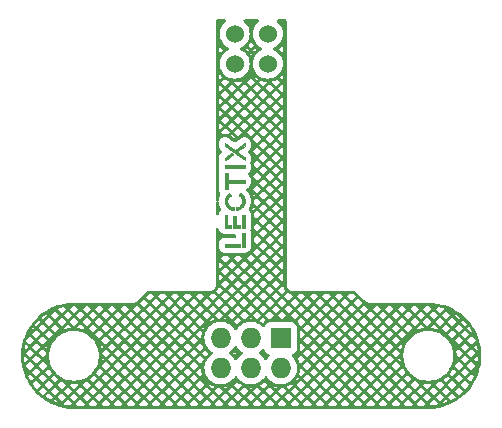
<source format=gtl>
G04 #@! TF.GenerationSoftware,KiCad,Pcbnew,6.0.9-8da3e8f707~116~ubuntu20.04.1*
G04 #@! TF.CreationDate,2023-05-05T17:23:47+00:00*
G04 #@! TF.ProjectId,LEC009212,4c454330-3039-4323-9132-2e6b69636164,rev?*
G04 #@! TF.SameCoordinates,Original*
G04 #@! TF.FileFunction,Copper,L1,Top*
G04 #@! TF.FilePolarity,Positive*
%FSLAX46Y46*%
G04 Gerber Fmt 4.6, Leading zero omitted, Abs format (unit mm)*
G04 Created by KiCad (PCBNEW 6.0.9-8da3e8f707~116~ubuntu20.04.1) date 2023-05-05 17:23:47*
%MOMM*%
%LPD*%
G01*
G04 APERTURE LIST*
G04 #@! TA.AperFunction,EtchedComponent*
%ADD10C,0.010000*%
G04 #@! TD*
G04 #@! TA.AperFunction,ComponentPad*
%ADD11R,1.727200X1.727200*%
G04 #@! TD*
G04 #@! TA.AperFunction,ComponentPad*
%ADD12O,1.727200X1.727200*%
G04 #@! TD*
G04 #@! TA.AperFunction,ComponentPad*
%ADD13C,1.524000*%
G04 #@! TD*
G04 APERTURE END LIST*
G04 #@! TO.C,LOGO1*
G36*
X84453440Y-38159380D02*
G01*
X84229920Y-38159380D01*
X84229920Y-37067180D01*
X84453440Y-37067180D01*
X84453440Y-38159380D01*
G37*
D10*
X84453440Y-38159380D02*
X84229920Y-38159380D01*
X84229920Y-37067180D01*
X84453440Y-37067180D01*
X84453440Y-38159380D01*
G36*
X83199183Y-31297852D02*
G01*
X83240298Y-31327936D01*
X83280325Y-31357213D01*
X83319069Y-31385542D01*
X83356338Y-31412783D01*
X83391940Y-31438794D01*
X83425680Y-31463434D01*
X83457366Y-31486564D01*
X83486806Y-31508043D01*
X83513806Y-31527729D01*
X83538172Y-31545482D01*
X83559713Y-31561161D01*
X83578236Y-31574626D01*
X83593546Y-31585735D01*
X83605452Y-31594349D01*
X83613760Y-31600326D01*
X83618277Y-31603526D01*
X83619087Y-31604054D01*
X83621269Y-31602593D01*
X83627370Y-31598293D01*
X83637192Y-31591297D01*
X83650541Y-31581744D01*
X83667220Y-31569776D01*
X83687032Y-31555535D01*
X83709783Y-31539162D01*
X83735275Y-31520798D01*
X83763314Y-31500584D01*
X83793701Y-31478663D01*
X83826243Y-31455175D01*
X83860742Y-31430261D01*
X83897003Y-31404062D01*
X83934829Y-31376721D01*
X83974025Y-31348378D01*
X84014395Y-31319175D01*
X84030766Y-31307329D01*
X84071564Y-31277810D01*
X84111274Y-31249087D01*
X84149701Y-31221301D01*
X84186647Y-31194595D01*
X84221916Y-31169111D01*
X84255310Y-31144990D01*
X84286635Y-31122374D01*
X84315692Y-31101405D01*
X84342285Y-31082225D01*
X84366218Y-31064975D01*
X84387293Y-31049798D01*
X84405315Y-31036836D01*
X84420086Y-31026230D01*
X84431411Y-31018122D01*
X84439091Y-31012654D01*
X84442932Y-31009967D01*
X84443347Y-31009704D01*
X84443981Y-31011984D01*
X84444522Y-31019178D01*
X84444969Y-31031122D01*
X84445317Y-31047651D01*
X84445563Y-31068600D01*
X84445703Y-31093804D01*
X84445734Y-31122734D01*
X84445649Y-31236610D01*
X84111780Y-31477910D01*
X84075037Y-31504474D01*
X84039426Y-31530235D01*
X84005163Y-31555035D01*
X83972466Y-31578717D01*
X83941550Y-31601124D01*
X83912632Y-31622098D01*
X83885929Y-31641483D01*
X83861658Y-31659120D01*
X83840034Y-31674853D01*
X83821274Y-31688525D01*
X83805596Y-31699977D01*
X83793215Y-31709052D01*
X83784347Y-31715594D01*
X83779211Y-31719444D01*
X83777933Y-31720480D01*
X83779950Y-31722094D01*
X83785854Y-31726545D01*
X83795427Y-31733676D01*
X83808455Y-31743326D01*
X83824722Y-31755339D01*
X83844010Y-31769553D01*
X83866106Y-31785812D01*
X83890791Y-31803956D01*
X83917851Y-31823827D01*
X83947070Y-31845266D01*
X83978231Y-31868113D01*
X84011119Y-31892211D01*
X84045518Y-31917400D01*
X84081211Y-31943523D01*
X84109644Y-31964320D01*
X84146214Y-31991075D01*
X84181667Y-32017035D01*
X84215786Y-32042039D01*
X84248355Y-32065928D01*
X84279156Y-32088542D01*
X84307973Y-32109721D01*
X84334589Y-32129307D01*
X84358787Y-32147137D01*
X84380350Y-32163054D01*
X84399061Y-32176898D01*
X84414704Y-32188507D01*
X84427061Y-32197724D01*
X84435916Y-32204387D01*
X84441051Y-32208338D01*
X84442335Y-32209430D01*
X84442529Y-32212426D01*
X84442680Y-32219975D01*
X84442789Y-32231550D01*
X84442853Y-32246625D01*
X84442870Y-32264673D01*
X84442839Y-32285167D01*
X84442759Y-32307581D01*
X84442672Y-32324352D01*
X84442010Y-32436733D01*
X83613970Y-31830775D01*
X83555907Y-31788283D01*
X83498878Y-31746543D01*
X83443019Y-31705657D01*
X83388469Y-31665724D01*
X83335363Y-31626846D01*
X83283839Y-31589122D01*
X83234036Y-31552653D01*
X83186089Y-31517541D01*
X83140136Y-31483885D01*
X83096314Y-31451786D01*
X83054761Y-31421345D01*
X83015614Y-31392662D01*
X82979011Y-31365838D01*
X82945087Y-31340973D01*
X82913981Y-31318168D01*
X82885831Y-31297523D01*
X82860772Y-31279140D01*
X82838943Y-31263118D01*
X82820481Y-31249559D01*
X82805522Y-31238563D01*
X82794205Y-31230229D01*
X82786667Y-31224660D01*
X82783044Y-31221955D01*
X82782728Y-31221706D01*
X82781936Y-31219871D01*
X82781292Y-31215807D01*
X82780789Y-31209140D01*
X82780418Y-31199496D01*
X82780171Y-31186503D01*
X82780039Y-31169788D01*
X82780016Y-31148976D01*
X82780092Y-31123696D01*
X82780188Y-31105150D01*
X82780850Y-30991704D01*
X83199183Y-31297852D01*
G37*
X83199183Y-31297852D02*
X83240298Y-31327936D01*
X83280325Y-31357213D01*
X83319069Y-31385542D01*
X83356338Y-31412783D01*
X83391940Y-31438794D01*
X83425680Y-31463434D01*
X83457366Y-31486564D01*
X83486806Y-31508043D01*
X83513806Y-31527729D01*
X83538172Y-31545482D01*
X83559713Y-31561161D01*
X83578236Y-31574626D01*
X83593546Y-31585735D01*
X83605452Y-31594349D01*
X83613760Y-31600326D01*
X83618277Y-31603526D01*
X83619087Y-31604054D01*
X83621269Y-31602593D01*
X83627370Y-31598293D01*
X83637192Y-31591297D01*
X83650541Y-31581744D01*
X83667220Y-31569776D01*
X83687032Y-31555535D01*
X83709783Y-31539162D01*
X83735275Y-31520798D01*
X83763314Y-31500584D01*
X83793701Y-31478663D01*
X83826243Y-31455175D01*
X83860742Y-31430261D01*
X83897003Y-31404062D01*
X83934829Y-31376721D01*
X83974025Y-31348378D01*
X84014395Y-31319175D01*
X84030766Y-31307329D01*
X84071564Y-31277810D01*
X84111274Y-31249087D01*
X84149701Y-31221301D01*
X84186647Y-31194595D01*
X84221916Y-31169111D01*
X84255310Y-31144990D01*
X84286635Y-31122374D01*
X84315692Y-31101405D01*
X84342285Y-31082225D01*
X84366218Y-31064975D01*
X84387293Y-31049798D01*
X84405315Y-31036836D01*
X84420086Y-31026230D01*
X84431411Y-31018122D01*
X84439091Y-31012654D01*
X84442932Y-31009967D01*
X84443347Y-31009704D01*
X84443981Y-31011984D01*
X84444522Y-31019178D01*
X84444969Y-31031122D01*
X84445317Y-31047651D01*
X84445563Y-31068600D01*
X84445703Y-31093804D01*
X84445734Y-31122734D01*
X84445649Y-31236610D01*
X84111780Y-31477910D01*
X84075037Y-31504474D01*
X84039426Y-31530235D01*
X84005163Y-31555035D01*
X83972466Y-31578717D01*
X83941550Y-31601124D01*
X83912632Y-31622098D01*
X83885929Y-31641483D01*
X83861658Y-31659120D01*
X83840034Y-31674853D01*
X83821274Y-31688525D01*
X83805596Y-31699977D01*
X83793215Y-31709052D01*
X83784347Y-31715594D01*
X83779211Y-31719444D01*
X83777933Y-31720480D01*
X83779950Y-31722094D01*
X83785854Y-31726545D01*
X83795427Y-31733676D01*
X83808455Y-31743326D01*
X83824722Y-31755339D01*
X83844010Y-31769553D01*
X83866106Y-31785812D01*
X83890791Y-31803956D01*
X83917851Y-31823827D01*
X83947070Y-31845266D01*
X83978231Y-31868113D01*
X84011119Y-31892211D01*
X84045518Y-31917400D01*
X84081211Y-31943523D01*
X84109644Y-31964320D01*
X84146214Y-31991075D01*
X84181667Y-32017035D01*
X84215786Y-32042039D01*
X84248355Y-32065928D01*
X84279156Y-32088542D01*
X84307973Y-32109721D01*
X84334589Y-32129307D01*
X84358787Y-32147137D01*
X84380350Y-32163054D01*
X84399061Y-32176898D01*
X84414704Y-32188507D01*
X84427061Y-32197724D01*
X84435916Y-32204387D01*
X84441051Y-32208338D01*
X84442335Y-32209430D01*
X84442529Y-32212426D01*
X84442680Y-32219975D01*
X84442789Y-32231550D01*
X84442853Y-32246625D01*
X84442870Y-32264673D01*
X84442839Y-32285167D01*
X84442759Y-32307581D01*
X84442672Y-32324352D01*
X84442010Y-32436733D01*
X83613970Y-31830775D01*
X83555907Y-31788283D01*
X83498878Y-31746543D01*
X83443019Y-31705657D01*
X83388469Y-31665724D01*
X83335363Y-31626846D01*
X83283839Y-31589122D01*
X83234036Y-31552653D01*
X83186089Y-31517541D01*
X83140136Y-31483885D01*
X83096314Y-31451786D01*
X83054761Y-31421345D01*
X83015614Y-31392662D01*
X82979011Y-31365838D01*
X82945087Y-31340973D01*
X82913981Y-31318168D01*
X82885831Y-31297523D01*
X82860772Y-31279140D01*
X82838943Y-31263118D01*
X82820481Y-31249559D01*
X82805522Y-31238563D01*
X82794205Y-31230229D01*
X82786667Y-31224660D01*
X82783044Y-31221955D01*
X82782728Y-31221706D01*
X82781936Y-31219871D01*
X82781292Y-31215807D01*
X82780789Y-31209140D01*
X82780418Y-31199496D01*
X82780171Y-31186503D01*
X82780039Y-31169788D01*
X82780016Y-31148976D01*
X82780092Y-31123696D01*
X82780188Y-31105150D01*
X82780850Y-30991704D01*
X83199183Y-31297852D01*
G36*
X82987860Y-37940940D02*
G01*
X83300280Y-37940940D01*
X83300280Y-38164460D01*
X82766880Y-38164460D01*
X82766880Y-37067180D01*
X82987860Y-37067180D01*
X82987860Y-37940940D01*
G37*
X82987860Y-37940940D02*
X83300280Y-37940940D01*
X83300280Y-38164460D01*
X82766880Y-38164460D01*
X82766880Y-37067180D01*
X82987860Y-37067180D01*
X82987860Y-37940940D01*
G36*
X84445820Y-33102240D02*
G01*
X82774500Y-33102240D01*
X82774500Y-32881260D01*
X84445820Y-32881260D01*
X84445820Y-33102240D01*
G37*
X84445820Y-33102240D02*
X82774500Y-33102240D01*
X82774500Y-32881260D01*
X84445820Y-32881260D01*
X84445820Y-33102240D01*
G36*
X84062864Y-35224350D02*
G01*
X84068246Y-35226764D01*
X84076130Y-35231171D01*
X84087022Y-35237839D01*
X84101432Y-35247037D01*
X84106730Y-35250468D01*
X84157247Y-35286255D01*
X84204456Y-35325767D01*
X84248181Y-35368747D01*
X84288245Y-35414939D01*
X84324473Y-35464085D01*
X84356690Y-35515929D01*
X84384719Y-35570214D01*
X84408386Y-35626683D01*
X84427513Y-35685078D01*
X84440608Y-35738614D01*
X84444715Y-35759549D01*
X84447937Y-35778693D01*
X84450387Y-35797214D01*
X84452177Y-35816279D01*
X84453419Y-35837056D01*
X84454226Y-35860714D01*
X84454665Y-35884810D01*
X84454860Y-35903035D01*
X84454960Y-35919929D01*
X84454966Y-35934719D01*
X84454880Y-35946633D01*
X84454704Y-35954897D01*
X84454485Y-35958470D01*
X84453741Y-35964358D01*
X84452630Y-35973690D01*
X84451341Y-35984862D01*
X84450735Y-35990220D01*
X84442047Y-36045997D01*
X84428574Y-36101993D01*
X84410545Y-36157599D01*
X84388188Y-36212206D01*
X84361731Y-36265203D01*
X84331401Y-36315981D01*
X84325955Y-36324230D01*
X84305098Y-36354202D01*
X84284653Y-36380956D01*
X84263317Y-36406058D01*
X84239790Y-36431073D01*
X84224501Y-36446282D01*
X84177656Y-36488480D01*
X84128179Y-36526384D01*
X84076236Y-36559914D01*
X84021994Y-36588986D01*
X83965618Y-36613518D01*
X83907274Y-36633426D01*
X83847129Y-36648629D01*
X83801477Y-36656813D01*
X83792261Y-36658020D01*
X83779810Y-36659423D01*
X83765307Y-36660913D01*
X83749937Y-36662382D01*
X83734885Y-36663719D01*
X83721334Y-36664815D01*
X83710470Y-36665562D01*
X83703505Y-36665850D01*
X83703107Y-36663398D01*
X83702738Y-36656379D01*
X83702405Y-36645308D01*
X83702119Y-36630696D01*
X83701886Y-36613059D01*
X83701717Y-36592909D01*
X83701620Y-36570759D01*
X83701600Y-36554481D01*
X83701600Y-36443101D01*
X83735255Y-36441598D01*
X83784642Y-36436880D01*
X83833391Y-36427286D01*
X83881126Y-36413012D01*
X83927472Y-36394257D01*
X83972055Y-36371216D01*
X84014500Y-36344087D01*
X84054432Y-36313067D01*
X84091476Y-36278352D01*
X84125258Y-36240140D01*
X84130066Y-36234060D01*
X84158193Y-36193962D01*
X84182754Y-36150655D01*
X84203491Y-36104786D01*
X84220147Y-36057001D01*
X84232466Y-36007946D01*
X84240191Y-35958267D01*
X84240331Y-35956939D01*
X84241812Y-35935583D01*
X84242277Y-35910988D01*
X84241784Y-35884830D01*
X84240393Y-35858784D01*
X84238161Y-35834525D01*
X84235369Y-35814960D01*
X84223968Y-35764580D01*
X84208011Y-35715829D01*
X84187722Y-35669027D01*
X84163326Y-35624494D01*
X84135050Y-35582553D01*
X84103119Y-35543523D01*
X84067757Y-35507725D01*
X84029189Y-35475479D01*
X83987642Y-35447107D01*
X83969570Y-35436541D01*
X83961866Y-35432236D01*
X83956162Y-35429023D01*
X83953660Y-35427581D01*
X83953648Y-35427572D01*
X83954589Y-35425282D01*
X83957586Y-35419034D01*
X83962356Y-35409378D01*
X83968617Y-35396866D01*
X83976087Y-35382050D01*
X83984484Y-35365482D01*
X83993526Y-35347712D01*
X84002930Y-35329291D01*
X84012414Y-35310773D01*
X84021697Y-35292708D01*
X84030496Y-35275647D01*
X84038530Y-35260143D01*
X84045515Y-35246746D01*
X84051170Y-35236008D01*
X84055212Y-35228481D01*
X84057360Y-35224716D01*
X84057574Y-35224421D01*
X84059476Y-35223658D01*
X84062864Y-35224350D01*
G37*
X84062864Y-35224350D02*
X84068246Y-35226764D01*
X84076130Y-35231171D01*
X84087022Y-35237839D01*
X84101432Y-35247037D01*
X84106730Y-35250468D01*
X84157247Y-35286255D01*
X84204456Y-35325767D01*
X84248181Y-35368747D01*
X84288245Y-35414939D01*
X84324473Y-35464085D01*
X84356690Y-35515929D01*
X84384719Y-35570214D01*
X84408386Y-35626683D01*
X84427513Y-35685078D01*
X84440608Y-35738614D01*
X84444715Y-35759549D01*
X84447937Y-35778693D01*
X84450387Y-35797214D01*
X84452177Y-35816279D01*
X84453419Y-35837056D01*
X84454226Y-35860714D01*
X84454665Y-35884810D01*
X84454860Y-35903035D01*
X84454960Y-35919929D01*
X84454966Y-35934719D01*
X84454880Y-35946633D01*
X84454704Y-35954897D01*
X84454485Y-35958470D01*
X84453741Y-35964358D01*
X84452630Y-35973690D01*
X84451341Y-35984862D01*
X84450735Y-35990220D01*
X84442047Y-36045997D01*
X84428574Y-36101993D01*
X84410545Y-36157599D01*
X84388188Y-36212206D01*
X84361731Y-36265203D01*
X84331401Y-36315981D01*
X84325955Y-36324230D01*
X84305098Y-36354202D01*
X84284653Y-36380956D01*
X84263317Y-36406058D01*
X84239790Y-36431073D01*
X84224501Y-36446282D01*
X84177656Y-36488480D01*
X84128179Y-36526384D01*
X84076236Y-36559914D01*
X84021994Y-36588986D01*
X83965618Y-36613518D01*
X83907274Y-36633426D01*
X83847129Y-36648629D01*
X83801477Y-36656813D01*
X83792261Y-36658020D01*
X83779810Y-36659423D01*
X83765307Y-36660913D01*
X83749937Y-36662382D01*
X83734885Y-36663719D01*
X83721334Y-36664815D01*
X83710470Y-36665562D01*
X83703505Y-36665850D01*
X83703107Y-36663398D01*
X83702738Y-36656379D01*
X83702405Y-36645308D01*
X83702119Y-36630696D01*
X83701886Y-36613059D01*
X83701717Y-36592909D01*
X83701620Y-36570759D01*
X83701600Y-36554481D01*
X83701600Y-36443101D01*
X83735255Y-36441598D01*
X83784642Y-36436880D01*
X83833391Y-36427286D01*
X83881126Y-36413012D01*
X83927472Y-36394257D01*
X83972055Y-36371216D01*
X84014500Y-36344087D01*
X84054432Y-36313067D01*
X84091476Y-36278352D01*
X84125258Y-36240140D01*
X84130066Y-36234060D01*
X84158193Y-36193962D01*
X84182754Y-36150655D01*
X84203491Y-36104786D01*
X84220147Y-36057001D01*
X84232466Y-36007946D01*
X84240191Y-35958267D01*
X84240331Y-35956939D01*
X84241812Y-35935583D01*
X84242277Y-35910988D01*
X84241784Y-35884830D01*
X84240393Y-35858784D01*
X84238161Y-35834525D01*
X84235369Y-35814960D01*
X84223968Y-35764580D01*
X84208011Y-35715829D01*
X84187722Y-35669027D01*
X84163326Y-35624494D01*
X84135050Y-35582553D01*
X84103119Y-35543523D01*
X84067757Y-35507725D01*
X84029189Y-35475479D01*
X83987642Y-35447107D01*
X83969570Y-35436541D01*
X83961866Y-35432236D01*
X83956162Y-35429023D01*
X83953660Y-35427581D01*
X83953648Y-35427572D01*
X83954589Y-35425282D01*
X83957586Y-35419034D01*
X83962356Y-35409378D01*
X83968617Y-35396866D01*
X83976087Y-35382050D01*
X83984484Y-35365482D01*
X83993526Y-35347712D01*
X84002930Y-35329291D01*
X84012414Y-35310773D01*
X84021697Y-35292708D01*
X84030496Y-35275647D01*
X84038530Y-35260143D01*
X84045515Y-35246746D01*
X84051170Y-35236008D01*
X84055212Y-35228481D01*
X84057360Y-35224716D01*
X84057574Y-35224421D01*
X84059476Y-35223658D01*
X84062864Y-35224350D01*
G36*
X84052120Y-39759580D02*
G01*
X82777040Y-39759580D01*
X82777040Y-39538600D01*
X84052120Y-39538600D01*
X84052120Y-39759580D01*
G37*
X84052120Y-39759580D02*
X82777040Y-39759580D01*
X82777040Y-39538600D01*
X84052120Y-39538600D01*
X84052120Y-39759580D01*
G36*
X84453440Y-39759580D02*
G01*
X84229920Y-39759580D01*
X84229920Y-38611500D01*
X84453440Y-38611500D01*
X84453440Y-39759580D01*
G37*
X84453440Y-39759580D02*
X84229920Y-39759580D01*
X84229920Y-38611500D01*
X84453440Y-38611500D01*
X84453440Y-39759580D01*
G36*
X84445820Y-34349380D02*
G01*
X83163120Y-34349380D01*
X83163120Y-34128400D01*
X84445820Y-34128400D01*
X84445820Y-34349380D01*
G37*
X84445820Y-34349380D02*
X83163120Y-34349380D01*
X83163120Y-34128400D01*
X84445820Y-34128400D01*
X84445820Y-34349380D01*
G36*
X83709220Y-37940940D02*
G01*
X84052120Y-37940940D01*
X84052120Y-38161920D01*
X83485700Y-38161920D01*
X83485700Y-37181480D01*
X83709220Y-37181480D01*
X83709220Y-37940940D01*
G37*
X83709220Y-37940940D02*
X84052120Y-37940940D01*
X84052120Y-38161920D01*
X83485700Y-38161920D01*
X83485700Y-37181480D01*
X83709220Y-37181480D01*
X83709220Y-37940940D01*
G36*
X83148046Y-35260073D02*
G01*
X83149794Y-35262384D01*
X83153936Y-35268416D01*
X83160116Y-35277624D01*
X83167976Y-35289459D01*
X83177159Y-35303373D01*
X83187308Y-35318819D01*
X83198066Y-35335250D01*
X83209075Y-35352117D01*
X83219979Y-35368873D01*
X83230419Y-35384971D01*
X83240039Y-35399862D01*
X83248482Y-35413000D01*
X83255390Y-35423835D01*
X83260407Y-35431822D01*
X83263174Y-35436412D01*
X83263584Y-35437206D01*
X83262718Y-35440032D01*
X83258095Y-35444095D01*
X83249339Y-35449695D01*
X83243914Y-35452816D01*
X83216428Y-35469911D01*
X83188002Y-35490573D01*
X83159852Y-35513771D01*
X83133197Y-35538472D01*
X83109254Y-35563644D01*
X83099140Y-35575520D01*
X83069172Y-35616154D01*
X83043127Y-35659753D01*
X83021226Y-35705804D01*
X83003690Y-35753792D01*
X82990740Y-35803203D01*
X82983813Y-35843548D01*
X82981768Y-35865054D01*
X82980722Y-35889779D01*
X82980637Y-35916240D01*
X82981480Y-35942955D01*
X82983214Y-35968443D01*
X82985804Y-35991221D01*
X82987603Y-36002174D01*
X82999608Y-36052714D01*
X83016099Y-36101225D01*
X83036857Y-36147466D01*
X83061666Y-36191196D01*
X83090308Y-36232174D01*
X83122566Y-36270159D01*
X83158223Y-36304910D01*
X83197062Y-36336186D01*
X83238864Y-36363748D01*
X83283413Y-36387352D01*
X83330492Y-36406760D01*
X83361621Y-36416801D01*
X83406052Y-36427444D01*
X83452105Y-36434072D01*
X83490145Y-36436568D01*
X83531420Y-36437972D01*
X83531420Y-36658969D01*
X83486335Y-36657493D01*
X83426765Y-36653049D01*
X83368219Y-36643761D01*
X83310945Y-36629804D01*
X83255192Y-36611357D01*
X83201206Y-36588595D01*
X83149239Y-36561694D01*
X83099537Y-36530832D01*
X83052349Y-36496184D01*
X83007923Y-36457927D01*
X82966510Y-36416238D01*
X82928355Y-36371292D01*
X82893709Y-36323267D01*
X82862820Y-36272339D01*
X82835936Y-36218684D01*
X82822046Y-36185800D01*
X82803465Y-36132923D01*
X82788763Y-36078211D01*
X82777716Y-36020795D01*
X82775434Y-36005460D01*
X82773688Y-35989281D01*
X82772339Y-35969218D01*
X82771399Y-35946456D01*
X82770875Y-35922175D01*
X82770777Y-35897559D01*
X82771115Y-35873791D01*
X82771898Y-35852051D01*
X82773135Y-35833524D01*
X82774013Y-35825120D01*
X82784111Y-35763464D01*
X82798858Y-35703518D01*
X82818120Y-35645498D01*
X82841760Y-35589620D01*
X82869642Y-35536099D01*
X82901632Y-35485150D01*
X82937592Y-35436988D01*
X82977388Y-35391829D01*
X83020884Y-35349889D01*
X83067944Y-35311383D01*
X83118433Y-35276525D01*
X83120462Y-35275247D01*
X83130604Y-35269050D01*
X83139176Y-35264127D01*
X83145284Y-35260968D01*
X83148034Y-35260067D01*
X83148046Y-35260073D01*
G37*
X83148046Y-35260073D02*
X83149794Y-35262384D01*
X83153936Y-35268416D01*
X83160116Y-35277624D01*
X83167976Y-35289459D01*
X83177159Y-35303373D01*
X83187308Y-35318819D01*
X83198066Y-35335250D01*
X83209075Y-35352117D01*
X83219979Y-35368873D01*
X83230419Y-35384971D01*
X83240039Y-35399862D01*
X83248482Y-35413000D01*
X83255390Y-35423835D01*
X83260407Y-35431822D01*
X83263174Y-35436412D01*
X83263584Y-35437206D01*
X83262718Y-35440032D01*
X83258095Y-35444095D01*
X83249339Y-35449695D01*
X83243914Y-35452816D01*
X83216428Y-35469911D01*
X83188002Y-35490573D01*
X83159852Y-35513771D01*
X83133197Y-35538472D01*
X83109254Y-35563644D01*
X83099140Y-35575520D01*
X83069172Y-35616154D01*
X83043127Y-35659753D01*
X83021226Y-35705804D01*
X83003690Y-35753792D01*
X82990740Y-35803203D01*
X82983813Y-35843548D01*
X82981768Y-35865054D01*
X82980722Y-35889779D01*
X82980637Y-35916240D01*
X82981480Y-35942955D01*
X82983214Y-35968443D01*
X82985804Y-35991221D01*
X82987603Y-36002174D01*
X82999608Y-36052714D01*
X83016099Y-36101225D01*
X83036857Y-36147466D01*
X83061666Y-36191196D01*
X83090308Y-36232174D01*
X83122566Y-36270159D01*
X83158223Y-36304910D01*
X83197062Y-36336186D01*
X83238864Y-36363748D01*
X83283413Y-36387352D01*
X83330492Y-36406760D01*
X83361621Y-36416801D01*
X83406052Y-36427444D01*
X83452105Y-36434072D01*
X83490145Y-36436568D01*
X83531420Y-36437972D01*
X83531420Y-36658969D01*
X83486335Y-36657493D01*
X83426765Y-36653049D01*
X83368219Y-36643761D01*
X83310945Y-36629804D01*
X83255192Y-36611357D01*
X83201206Y-36588595D01*
X83149239Y-36561694D01*
X83099537Y-36530832D01*
X83052349Y-36496184D01*
X83007923Y-36457927D01*
X82966510Y-36416238D01*
X82928355Y-36371292D01*
X82893709Y-36323267D01*
X82862820Y-36272339D01*
X82835936Y-36218684D01*
X82822046Y-36185800D01*
X82803465Y-36132923D01*
X82788763Y-36078211D01*
X82777716Y-36020795D01*
X82775434Y-36005460D01*
X82773688Y-35989281D01*
X82772339Y-35969218D01*
X82771399Y-35946456D01*
X82770875Y-35922175D01*
X82770777Y-35897559D01*
X82771115Y-35873791D01*
X82771898Y-35852051D01*
X82773135Y-35833524D01*
X82774013Y-35825120D01*
X82784111Y-35763464D01*
X82798858Y-35703518D01*
X82818120Y-35645498D01*
X82841760Y-35589620D01*
X82869642Y-35536099D01*
X82901632Y-35485150D01*
X82937592Y-35436988D01*
X82977388Y-35391829D01*
X83020884Y-35349889D01*
X83067944Y-35311383D01*
X83118433Y-35276525D01*
X83120462Y-35275247D01*
X83130604Y-35269050D01*
X83139176Y-35264127D01*
X83145284Y-35260968D01*
X83148034Y-35260067D01*
X83148046Y-35260073D01*
G36*
X82995480Y-34918340D02*
G01*
X82774500Y-34918340D01*
X82774500Y-33549280D01*
X82995480Y-33549280D01*
X82995480Y-34918340D01*
G37*
X82995480Y-34918340D02*
X82774500Y-34918340D01*
X82774500Y-33549280D01*
X82995480Y-33549280D01*
X82995480Y-34918340D01*
G36*
X83347001Y-31829871D02*
G01*
X83353439Y-31833923D01*
X83362779Y-31840183D01*
X83374461Y-31848245D01*
X83387928Y-31857707D01*
X83402622Y-31868162D01*
X83417984Y-31879207D01*
X83433457Y-31890438D01*
X83448483Y-31901449D01*
X83462504Y-31911838D01*
X83474962Y-31921199D01*
X83485298Y-31929128D01*
X83492955Y-31935221D01*
X83497375Y-31939073D01*
X83498247Y-31940190D01*
X83496223Y-31941929D01*
X83490295Y-31946496D01*
X83480671Y-31953736D01*
X83467561Y-31963498D01*
X83451174Y-31975627D01*
X83431719Y-31989971D01*
X83409405Y-32006375D01*
X83384442Y-32024687D01*
X83357037Y-32044753D01*
X83327402Y-32066421D01*
X83295743Y-32089535D01*
X83262272Y-32113944D01*
X83227196Y-32139494D01*
X83190724Y-32166032D01*
X83153067Y-32193404D01*
X83141493Y-32201810D01*
X83103445Y-32229442D01*
X83066468Y-32256293D01*
X83030772Y-32282211D01*
X82996572Y-32307040D01*
X82964081Y-32330626D01*
X82933511Y-32352814D01*
X82905075Y-32373451D01*
X82878985Y-32392382D01*
X82855456Y-32409452D01*
X82834699Y-32424507D01*
X82816927Y-32437392D01*
X82802354Y-32447953D01*
X82791192Y-32456036D01*
X82783654Y-32461486D01*
X82779952Y-32464149D01*
X82779630Y-32464375D01*
X82778417Y-32465123D01*
X82777412Y-32465285D01*
X82776595Y-32464437D01*
X82775947Y-32462156D01*
X82775449Y-32458019D01*
X82775081Y-32451601D01*
X82774823Y-32442478D01*
X82774655Y-32430228D01*
X82774559Y-32414427D01*
X82774514Y-32394651D01*
X82774500Y-32370475D01*
X82774499Y-32353446D01*
X82774500Y-32239032D01*
X83057044Y-32033731D01*
X83090835Y-32009201D01*
X83123537Y-31985507D01*
X83154909Y-31962820D01*
X83184714Y-31941311D01*
X83212711Y-31921152D01*
X83238663Y-31902513D01*
X83262329Y-31885565D01*
X83283470Y-31870480D01*
X83301848Y-31857429D01*
X83317223Y-31846582D01*
X83329356Y-31838111D01*
X83338009Y-31832186D01*
X83342942Y-31828979D01*
X83344021Y-31828430D01*
X83347001Y-31829871D01*
G37*
X83347001Y-31829871D02*
X83353439Y-31833923D01*
X83362779Y-31840183D01*
X83374461Y-31848245D01*
X83387928Y-31857707D01*
X83402622Y-31868162D01*
X83417984Y-31879207D01*
X83433457Y-31890438D01*
X83448483Y-31901449D01*
X83462504Y-31911838D01*
X83474962Y-31921199D01*
X83485298Y-31929128D01*
X83492955Y-31935221D01*
X83497375Y-31939073D01*
X83498247Y-31940190D01*
X83496223Y-31941929D01*
X83490295Y-31946496D01*
X83480671Y-31953736D01*
X83467561Y-31963498D01*
X83451174Y-31975627D01*
X83431719Y-31989971D01*
X83409405Y-32006375D01*
X83384442Y-32024687D01*
X83357037Y-32044753D01*
X83327402Y-32066421D01*
X83295743Y-32089535D01*
X83262272Y-32113944D01*
X83227196Y-32139494D01*
X83190724Y-32166032D01*
X83153067Y-32193404D01*
X83141493Y-32201810D01*
X83103445Y-32229442D01*
X83066468Y-32256293D01*
X83030772Y-32282211D01*
X82996572Y-32307040D01*
X82964081Y-32330626D01*
X82933511Y-32352814D01*
X82905075Y-32373451D01*
X82878985Y-32392382D01*
X82855456Y-32409452D01*
X82834699Y-32424507D01*
X82816927Y-32437392D01*
X82802354Y-32447953D01*
X82791192Y-32456036D01*
X82783654Y-32461486D01*
X82779952Y-32464149D01*
X82779630Y-32464375D01*
X82778417Y-32465123D01*
X82777412Y-32465285D01*
X82776595Y-32464437D01*
X82775947Y-32462156D01*
X82775449Y-32458019D01*
X82775081Y-32451601D01*
X82774823Y-32442478D01*
X82774655Y-32430228D01*
X82774559Y-32414427D01*
X82774514Y-32394651D01*
X82774500Y-32370475D01*
X82774499Y-32353446D01*
X82774500Y-32239032D01*
X83057044Y-32033731D01*
X83090835Y-32009201D01*
X83123537Y-31985507D01*
X83154909Y-31962820D01*
X83184714Y-31941311D01*
X83212711Y-31921152D01*
X83238663Y-31902513D01*
X83262329Y-31885565D01*
X83283470Y-31870480D01*
X83301848Y-31857429D01*
X83317223Y-31846582D01*
X83329356Y-31838111D01*
X83338009Y-31832186D01*
X83342942Y-31828979D01*
X83344021Y-31828430D01*
X83347001Y-31829871D01*
G04 #@! TD*
D11*
G04 #@! TO.P,J1,1,Pin_1*
G04 #@! TO.N,Net-(J1-Pad1)*
X87500000Y-47500000D03*
D12*
G04 #@! TO.P,J1,2,Pin_2*
G04 #@! TO.N,Net-(J1-Pad2)*
X87500000Y-50040000D03*
G04 #@! TO.P,J1,3,Pin_3*
G04 #@! TO.N,Net-(U1-Pad3)*
X84960000Y-47500000D03*
G04 #@! TO.P,J1,4,Pin_4*
G04 #@! TO.N,Net-(U1-Pad4)*
X84960000Y-50040000D03*
G04 #@! TO.P,J1,5,Pin_5*
G04 #@! TO.N,Net-(J1-Pad5)*
X82420000Y-47500000D03*
G04 #@! TO.P,J1,6,Pin_6*
G04 #@! TO.N,Net-(J1-Pad6)*
X82420000Y-50040000D03*
G04 #@! TD*
D13*
G04 #@! TO.P,U1,1,A*
G04 #@! TO.N,Net-(J1-Pad1)*
X86400000Y-21730000D03*
G04 #@! TO.P,U1,2,K*
G04 #@! TO.N,Net-(J1-Pad2)*
X86400000Y-24270000D03*
G04 #@! TO.P,U1,3*
G04 #@! TO.N,Net-(U1-Pad3)*
X83600000Y-24270000D03*
G04 #@! TO.P,U1,4*
G04 #@! TO.N,Net-(U1-Pad4)*
X83600000Y-21730000D03*
G04 #@! TD*
G04 #@! TA.AperFunction,NonConductor*
G36*
X83779032Y-48206816D02*
G01*
X83799125Y-48231799D01*
X83846275Y-48308743D01*
X83846279Y-48308748D01*
X83848975Y-48313147D01*
X83996702Y-48483687D01*
X84170299Y-48627810D01*
X84174751Y-48630412D01*
X84174756Y-48630415D01*
X84224069Y-48659231D01*
X84272792Y-48710870D01*
X84285863Y-48780653D01*
X84259131Y-48846425D01*
X84228595Y-48873783D01*
X84226335Y-48874960D01*
X84143096Y-48937457D01*
X84059797Y-49000000D01*
X84045905Y-49010430D01*
X84042333Y-49014168D01*
X83898539Y-49164640D01*
X83890024Y-49173550D01*
X83887112Y-49177819D01*
X83887106Y-49177827D01*
X83793503Y-49315043D01*
X83738592Y-49360046D01*
X83668067Y-49368217D01*
X83604320Y-49336963D01*
X83583623Y-49312479D01*
X83579753Y-49306496D01*
X83510826Y-49199951D01*
X83358977Y-49033071D01*
X83354926Y-49029872D01*
X83354922Y-49029868D01*
X83185966Y-48896434D01*
X83185962Y-48896432D01*
X83181911Y-48893232D01*
X83158535Y-48880328D01*
X83108564Y-48829896D01*
X83096323Y-48772351D01*
X83476427Y-48772351D01*
X83530903Y-48815374D01*
X83534871Y-48818641D01*
X83536451Y-48819997D01*
X83540320Y-48823459D01*
X83555422Y-48837541D01*
X83559101Y-48841114D01*
X83560566Y-48842596D01*
X83564152Y-48846376D01*
X83599571Y-48885300D01*
X83712241Y-48772630D01*
X83596248Y-48656637D01*
X83504476Y-48748090D01*
X83500740Y-48751663D01*
X83499205Y-48753072D01*
X83495327Y-48756488D01*
X83479556Y-48769815D01*
X83476427Y-48772351D01*
X83096323Y-48772351D01*
X83093792Y-48760453D01*
X83118908Y-48694047D01*
X83146259Y-48667441D01*
X83149243Y-48665313D01*
X83190960Y-48635556D01*
X83304455Y-48554601D01*
X83304459Y-48554597D01*
X83308667Y-48551596D01*
X83468487Y-48392333D01*
X83546259Y-48284102D01*
X83589370Y-48224107D01*
X83645364Y-48180459D01*
X83716068Y-48174013D01*
X83779032Y-48206816D01*
G37*
G04 #@! TD.AperFunction*
G04 #@! TA.AperFunction,NonConductor*
G36*
X86072895Y-48432135D02*
G01*
X86129657Y-48474781D01*
X86146639Y-48505884D01*
X86163776Y-48551596D01*
X86185785Y-48610305D01*
X86273139Y-48726861D01*
X86389695Y-48814215D01*
X86398103Y-48817367D01*
X86493446Y-48853110D01*
X86550210Y-48895752D01*
X86574910Y-48962314D01*
X86559702Y-49031662D01*
X86540312Y-49058140D01*
X86460606Y-49141548D01*
X86438539Y-49164640D01*
X86430024Y-49173550D01*
X86427112Y-49177819D01*
X86427106Y-49177827D01*
X86333503Y-49315043D01*
X86278592Y-49360046D01*
X86208067Y-49368217D01*
X86144320Y-49336963D01*
X86123623Y-49312479D01*
X86119753Y-49306496D01*
X86050826Y-49199951D01*
X85898977Y-49033071D01*
X85894926Y-49029872D01*
X85894922Y-49029868D01*
X85725966Y-48896434D01*
X85725962Y-48896432D01*
X85721911Y-48893232D01*
X85698535Y-48880328D01*
X85648564Y-48829896D01*
X85633792Y-48760453D01*
X85658908Y-48694047D01*
X85686259Y-48667441D01*
X85689243Y-48665313D01*
X85730960Y-48635556D01*
X85844455Y-48554601D01*
X85844459Y-48554597D01*
X85848667Y-48551596D01*
X85883813Y-48516573D01*
X85915900Y-48484597D01*
X85939718Y-48460863D01*
X86002089Y-48426947D01*
X86072895Y-48432135D01*
G37*
G04 #@! TD.AperFunction*
G04 #@! TA.AperFunction,NonConductor*
G36*
X82798648Y-20528002D02*
G01*
X82845141Y-20581658D01*
X82855245Y-20651932D01*
X82825751Y-20716512D01*
X82802798Y-20737213D01*
X82784730Y-20749864D01*
X82784727Y-20749866D01*
X82780219Y-20753023D01*
X82623023Y-20910219D01*
X82495512Y-21092324D01*
X82493189Y-21097306D01*
X82493186Y-21097311D01*
X82403883Y-21288822D01*
X82401560Y-21293804D01*
X82344022Y-21508537D01*
X82324647Y-21730000D01*
X82344022Y-21951463D01*
X82401560Y-22166196D01*
X82403882Y-22171177D01*
X82403883Y-22171178D01*
X82493186Y-22362689D01*
X82493189Y-22362694D01*
X82495512Y-22367676D01*
X82498668Y-22372183D01*
X82498669Y-22372185D01*
X82577601Y-22484911D01*
X82623023Y-22549781D01*
X82780219Y-22706977D01*
X82784727Y-22710134D01*
X82784730Y-22710136D01*
X82821951Y-22736198D01*
X82962323Y-22834488D01*
X82967305Y-22836811D01*
X82967310Y-22836814D01*
X83072373Y-22885805D01*
X83125658Y-22932722D01*
X83145119Y-23000999D01*
X83124577Y-23068959D01*
X83072373Y-23114195D01*
X82967311Y-23163186D01*
X82967306Y-23163189D01*
X82962324Y-23165512D01*
X82957817Y-23168668D01*
X82957815Y-23168669D01*
X82784730Y-23289864D01*
X82784727Y-23289866D01*
X82780219Y-23293023D01*
X82623023Y-23450219D01*
X82619866Y-23454727D01*
X82619864Y-23454730D01*
X82511377Y-23609666D01*
X82495512Y-23632324D01*
X82493189Y-23637306D01*
X82493186Y-23637311D01*
X82403883Y-23828822D01*
X82401560Y-23833804D01*
X82344022Y-24048537D01*
X82324647Y-24270000D01*
X82344022Y-24491463D01*
X82401560Y-24706196D01*
X82403882Y-24711177D01*
X82403883Y-24711178D01*
X82493186Y-24902689D01*
X82493189Y-24902694D01*
X82495512Y-24907676D01*
X82623023Y-25089781D01*
X82780219Y-25246977D01*
X82784727Y-25250134D01*
X82784730Y-25250136D01*
X82821951Y-25276198D01*
X82962323Y-25374488D01*
X82967305Y-25376811D01*
X82967310Y-25376814D01*
X83120961Y-25448462D01*
X83163804Y-25468440D01*
X83169112Y-25469862D01*
X83169114Y-25469863D01*
X83173197Y-25470957D01*
X83378537Y-25525978D01*
X83600000Y-25545353D01*
X83821463Y-25525978D01*
X84026803Y-25470957D01*
X84030886Y-25469863D01*
X84030888Y-25469862D01*
X84036196Y-25468440D01*
X84079039Y-25448462D01*
X84232690Y-25376814D01*
X84232695Y-25376811D01*
X84237677Y-25374488D01*
X84378049Y-25276198D01*
X84415270Y-25250136D01*
X84415273Y-25250134D01*
X84419781Y-25246977D01*
X84576977Y-25089781D01*
X84704488Y-24907676D01*
X84706811Y-24902694D01*
X84706814Y-24902689D01*
X84796117Y-24711178D01*
X84796118Y-24711177D01*
X84798440Y-24706196D01*
X84855978Y-24491463D01*
X84874479Y-24279990D01*
X84876704Y-24274301D01*
X84876470Y-24273856D01*
X84874479Y-24260010D01*
X84856457Y-24054016D01*
X84855978Y-24048537D01*
X84798440Y-23833804D01*
X84796117Y-23828822D01*
X84706814Y-23637311D01*
X84706811Y-23637306D01*
X84704488Y-23632324D01*
X84688623Y-23609666D01*
X84580136Y-23454730D01*
X84580134Y-23454727D01*
X84576977Y-23450219D01*
X84529340Y-23402582D01*
X84882264Y-23402582D01*
X84931720Y-23473214D01*
X84934766Y-23477771D01*
X84935957Y-23479640D01*
X84938817Y-23484352D01*
X84949799Y-23503373D01*
X84952441Y-23508190D01*
X84953464Y-23510155D01*
X84955898Y-23515089D01*
X85000000Y-23609666D01*
X85044102Y-23515089D01*
X85046536Y-23510155D01*
X85047559Y-23508190D01*
X85050201Y-23503373D01*
X85061183Y-23484352D01*
X85064043Y-23479640D01*
X85065234Y-23477771D01*
X85068280Y-23473213D01*
X85083858Y-23450966D01*
X84958869Y-23325977D01*
X84882264Y-23402582D01*
X84529340Y-23402582D01*
X84419781Y-23293023D01*
X84415273Y-23289866D01*
X84415270Y-23289864D01*
X84339505Y-23236813D01*
X84237677Y-23165512D01*
X84232695Y-23163189D01*
X84232690Y-23163186D01*
X84127627Y-23114195D01*
X84074342Y-23067278D01*
X84055166Y-23000000D01*
X84484933Y-23000000D01*
X84578892Y-23065791D01*
X84583326Y-23069043D01*
X84585084Y-23070392D01*
X84589374Y-23073834D01*
X84606198Y-23087952D01*
X84610288Y-23091538D01*
X84611922Y-23093034D01*
X84615932Y-23096872D01*
X84723056Y-23203996D01*
X84779972Y-23147080D01*
X85137766Y-23147080D01*
X85235813Y-23245127D01*
X85384068Y-23096872D01*
X85388078Y-23093034D01*
X85389712Y-23091538D01*
X85393802Y-23087952D01*
X85410626Y-23073834D01*
X85414916Y-23070392D01*
X85416674Y-23069043D01*
X85421108Y-23065791D01*
X85515067Y-23000000D01*
X85421108Y-22934209D01*
X85416674Y-22930957D01*
X85414916Y-22929608D01*
X85410626Y-22926166D01*
X85393802Y-22912048D01*
X85389712Y-22908462D01*
X85388078Y-22906966D01*
X85384068Y-22903128D01*
X85382893Y-22901953D01*
X85137766Y-23147080D01*
X84779972Y-23147080D01*
X84571957Y-22939065D01*
X84484933Y-23000000D01*
X84055166Y-23000000D01*
X84054881Y-22999001D01*
X84075423Y-22931041D01*
X84127627Y-22885805D01*
X84232690Y-22836814D01*
X84232695Y-22836811D01*
X84237677Y-22834488D01*
X84338077Y-22764187D01*
X84754873Y-22764187D01*
X84958869Y-22968183D01*
X85205588Y-22721464D01*
X85203834Y-22719374D01*
X85200392Y-22715084D01*
X85199043Y-22713326D01*
X85195791Y-22708892D01*
X85068280Y-22526787D01*
X85065234Y-22522229D01*
X85064043Y-22520360D01*
X85061183Y-22515648D01*
X85050201Y-22496627D01*
X85047559Y-22491810D01*
X85046536Y-22489845D01*
X85044102Y-22484911D01*
X85000000Y-22390334D01*
X84955898Y-22484911D01*
X84953464Y-22489845D01*
X84952441Y-22491810D01*
X84949799Y-22496627D01*
X84938817Y-22515648D01*
X84935957Y-22520360D01*
X84934766Y-22522229D01*
X84931720Y-22526787D01*
X84804209Y-22708892D01*
X84800957Y-22713326D01*
X84799608Y-22715084D01*
X84796166Y-22719374D01*
X84782048Y-22736198D01*
X84778462Y-22740288D01*
X84776966Y-22741922D01*
X84773128Y-22745932D01*
X84754873Y-22764187D01*
X84338077Y-22764187D01*
X84378049Y-22736198D01*
X84415270Y-22710136D01*
X84415273Y-22710134D01*
X84419781Y-22706977D01*
X84576977Y-22549781D01*
X84622400Y-22484911D01*
X84701331Y-22372185D01*
X84701332Y-22372183D01*
X84704488Y-22367676D01*
X84706811Y-22362694D01*
X84706814Y-22362689D01*
X84796117Y-22171178D01*
X84796118Y-22171177D01*
X84798440Y-22166196D01*
X84855978Y-21951463D01*
X84874479Y-21739990D01*
X84876704Y-21734301D01*
X84876470Y-21733856D01*
X84874479Y-21720010D01*
X84856457Y-21514016D01*
X84855978Y-21508537D01*
X84798440Y-21293804D01*
X84796117Y-21288822D01*
X84706814Y-21097311D01*
X84706811Y-21097306D01*
X84704488Y-21092324D01*
X84576977Y-20910219D01*
X84419781Y-20753023D01*
X84415273Y-20749866D01*
X84415270Y-20749864D01*
X84397202Y-20737213D01*
X84352874Y-20681756D01*
X84345565Y-20611137D01*
X84377596Y-20547776D01*
X84438797Y-20511791D01*
X84469473Y-20508000D01*
X85530527Y-20508000D01*
X85598648Y-20528002D01*
X85645141Y-20581658D01*
X85655245Y-20651932D01*
X85625751Y-20716512D01*
X85602798Y-20737213D01*
X85584730Y-20749864D01*
X85584727Y-20749866D01*
X85580219Y-20753023D01*
X85423023Y-20910219D01*
X85295512Y-21092324D01*
X85293189Y-21097306D01*
X85293186Y-21097311D01*
X85203883Y-21288822D01*
X85201560Y-21293804D01*
X85144022Y-21508537D01*
X85143543Y-21514016D01*
X85125521Y-21720010D01*
X85123296Y-21725699D01*
X85123530Y-21726144D01*
X85125521Y-21739990D01*
X85144022Y-21951463D01*
X85201560Y-22166196D01*
X85203882Y-22171177D01*
X85203883Y-22171178D01*
X85293186Y-22362689D01*
X85293189Y-22362694D01*
X85295512Y-22367676D01*
X85298668Y-22372183D01*
X85298669Y-22372185D01*
X85377601Y-22484911D01*
X85423023Y-22549781D01*
X85580219Y-22706977D01*
X85584727Y-22710134D01*
X85584730Y-22710136D01*
X85621951Y-22736198D01*
X85762323Y-22834488D01*
X85767305Y-22836811D01*
X85767310Y-22836814D01*
X85872373Y-22885805D01*
X85925658Y-22932722D01*
X85945119Y-23000999D01*
X85924577Y-23068959D01*
X85872373Y-23114195D01*
X85767311Y-23163186D01*
X85767306Y-23163189D01*
X85762324Y-23165512D01*
X85757817Y-23168668D01*
X85757815Y-23168669D01*
X85584730Y-23289864D01*
X85584727Y-23289866D01*
X85580219Y-23293023D01*
X85423023Y-23450219D01*
X85419866Y-23454727D01*
X85419864Y-23454730D01*
X85311377Y-23609666D01*
X85295512Y-23632324D01*
X85293189Y-23637306D01*
X85293186Y-23637311D01*
X85203883Y-23828822D01*
X85201560Y-23833804D01*
X85144022Y-24048537D01*
X85143543Y-24054016D01*
X85125521Y-24260010D01*
X85123296Y-24265699D01*
X85123530Y-24266144D01*
X85125521Y-24279990D01*
X85144022Y-24491463D01*
X85201560Y-24706196D01*
X85203882Y-24711177D01*
X85203883Y-24711178D01*
X85293186Y-24902689D01*
X85293189Y-24902694D01*
X85295512Y-24907676D01*
X85423023Y-25089781D01*
X85580219Y-25246977D01*
X85584727Y-25250134D01*
X85584730Y-25250136D01*
X85621951Y-25276198D01*
X85762323Y-25374488D01*
X85767305Y-25376811D01*
X85767310Y-25376814D01*
X85920961Y-25448462D01*
X85963804Y-25468440D01*
X85969112Y-25469862D01*
X85969114Y-25469863D01*
X85973197Y-25470957D01*
X86178537Y-25525978D01*
X86400000Y-25545353D01*
X86621463Y-25525978D01*
X86826803Y-25470957D01*
X86830886Y-25469863D01*
X86830888Y-25469862D01*
X86836196Y-25468440D01*
X86879039Y-25448462D01*
X86909652Y-25434187D01*
X87424873Y-25434187D01*
X87628197Y-25637511D01*
X87714600Y-25551108D01*
X87714600Y-25091237D01*
X87604209Y-25248892D01*
X87600957Y-25253326D01*
X87599608Y-25255084D01*
X87596166Y-25259374D01*
X87582048Y-25276198D01*
X87578462Y-25280288D01*
X87576966Y-25281922D01*
X87573128Y-25285932D01*
X87424873Y-25434187D01*
X86909652Y-25434187D01*
X87032690Y-25376814D01*
X87032695Y-25376811D01*
X87037677Y-25374488D01*
X87178049Y-25276198D01*
X87215270Y-25250136D01*
X87215273Y-25250134D01*
X87219781Y-25246977D01*
X87376977Y-25089781D01*
X87504488Y-24907676D01*
X87506811Y-24902694D01*
X87506814Y-24902689D01*
X87596117Y-24711178D01*
X87596118Y-24711177D01*
X87598440Y-24706196D01*
X87655978Y-24491463D01*
X87675353Y-24270000D01*
X87655978Y-24048537D01*
X87598440Y-23833804D01*
X87596117Y-23828822D01*
X87506814Y-23637311D01*
X87506811Y-23637306D01*
X87504488Y-23632324D01*
X87488623Y-23609666D01*
X87380136Y-23454730D01*
X87380134Y-23454727D01*
X87376977Y-23450219D01*
X87219781Y-23293023D01*
X87215273Y-23289866D01*
X87215270Y-23289864D01*
X87139505Y-23236813D01*
X87037677Y-23165512D01*
X87032695Y-23163189D01*
X87032690Y-23163186D01*
X86927627Y-23114195D01*
X86874342Y-23067278D01*
X86871057Y-23055753D01*
X87364556Y-23055753D01*
X87378891Y-23065791D01*
X87383326Y-23069043D01*
X87385084Y-23070392D01*
X87389374Y-23073834D01*
X87406198Y-23087952D01*
X87410288Y-23091538D01*
X87411922Y-23093034D01*
X87415932Y-23096872D01*
X87573128Y-23254068D01*
X87576966Y-23258078D01*
X87578462Y-23259712D01*
X87582048Y-23263802D01*
X87596166Y-23280626D01*
X87599608Y-23284916D01*
X87600957Y-23286674D01*
X87604209Y-23291108D01*
X87700961Y-23429285D01*
X87714600Y-23415646D01*
X87714600Y-22878515D01*
X87628197Y-22792112D01*
X87364556Y-23055753D01*
X86871057Y-23055753D01*
X86854881Y-22999001D01*
X86875423Y-22931041D01*
X86927627Y-22885805D01*
X87032690Y-22836814D01*
X87032695Y-22836811D01*
X87037677Y-22834488D01*
X87178049Y-22736198D01*
X87215270Y-22710136D01*
X87215273Y-22710134D01*
X87219781Y-22706977D01*
X87376977Y-22549781D01*
X87422400Y-22484911D01*
X87501331Y-22372185D01*
X87501332Y-22372183D01*
X87504488Y-22367676D01*
X87506811Y-22362694D01*
X87506814Y-22362689D01*
X87596117Y-22171178D01*
X87596118Y-22171177D01*
X87598440Y-22166196D01*
X87655978Y-21951463D01*
X87675353Y-21730000D01*
X87655978Y-21508537D01*
X87598440Y-21293804D01*
X87596117Y-21288822D01*
X87506814Y-21097311D01*
X87506811Y-21097306D01*
X87504488Y-21092324D01*
X87376977Y-20910219D01*
X87219781Y-20753023D01*
X87215273Y-20749866D01*
X87215270Y-20749864D01*
X87197202Y-20737213D01*
X87152874Y-20681756D01*
X87145565Y-20611137D01*
X87177596Y-20547776D01*
X87238797Y-20511791D01*
X87269473Y-20508000D01*
X87866000Y-20508000D01*
X87934121Y-20528002D01*
X87980614Y-20581658D01*
X87992000Y-20634000D01*
X87992000Y-42991298D01*
X87991998Y-42992068D01*
X87991524Y-43069652D01*
X87993990Y-43078281D01*
X87993991Y-43078286D01*
X87999639Y-43098048D01*
X88003217Y-43114809D01*
X88006130Y-43135152D01*
X88006133Y-43135162D01*
X88007405Y-43144045D01*
X88018021Y-43167395D01*
X88024464Y-43184907D01*
X88031512Y-43209565D01*
X88047274Y-43234548D01*
X88055404Y-43249614D01*
X88067633Y-43276510D01*
X88084374Y-43295939D01*
X88095479Y-43310947D01*
X88109160Y-43332631D01*
X88128639Y-43349834D01*
X88131296Y-43352181D01*
X88143340Y-43364373D01*
X88162619Y-43386747D01*
X88170147Y-43391626D01*
X88170150Y-43391629D01*
X88184139Y-43400696D01*
X88199013Y-43411986D01*
X88218228Y-43428956D01*
X88226354Y-43432771D01*
X88226355Y-43432772D01*
X88232021Y-43435432D01*
X88244966Y-43441510D01*
X88259935Y-43449824D01*
X88284727Y-43465893D01*
X88301650Y-43470954D01*
X88309290Y-43473239D01*
X88326736Y-43479901D01*
X88349948Y-43490799D01*
X88379130Y-43495343D01*
X88395849Y-43499126D01*
X88415536Y-43505014D01*
X88415539Y-43505015D01*
X88424141Y-43507587D01*
X88433116Y-43507642D01*
X88433117Y-43507642D01*
X88439810Y-43507683D01*
X88458556Y-43507797D01*
X88459328Y-43507830D01*
X88460423Y-43508000D01*
X88491298Y-43508000D01*
X88492068Y-43508002D01*
X88565716Y-43508452D01*
X88565717Y-43508452D01*
X88569652Y-43508476D01*
X88570996Y-43508092D01*
X88572341Y-43508000D01*
X93737389Y-43508000D01*
X93805510Y-43528002D01*
X93826485Y-43544905D01*
X94590571Y-44308992D01*
X94598180Y-44318516D01*
X94598550Y-44318202D01*
X94604372Y-44325043D01*
X94609160Y-44332631D01*
X94615887Y-44338572D01*
X94649464Y-44368226D01*
X94655152Y-44373573D01*
X94666583Y-44385004D01*
X94670174Y-44387695D01*
X94670176Y-44387697D01*
X94674942Y-44391269D01*
X94682784Y-44397653D01*
X94718228Y-44428956D01*
X94726355Y-44432772D01*
X94728883Y-44434432D01*
X94743712Y-44443342D01*
X94746353Y-44444788D01*
X94753538Y-44450173D01*
X94761946Y-44453325D01*
X94797828Y-44466777D01*
X94807146Y-44470704D01*
X94841818Y-44486982D01*
X94849948Y-44490799D01*
X94858823Y-44492181D01*
X94861706Y-44493062D01*
X94878451Y-44497455D01*
X94881386Y-44498100D01*
X94889793Y-44501252D01*
X94919226Y-44503439D01*
X94936951Y-44504757D01*
X94946991Y-44505909D01*
X94954051Y-44507008D01*
X94960423Y-44508000D01*
X94975915Y-44508000D01*
X94985253Y-44508346D01*
X95025956Y-44511371D01*
X95025957Y-44511371D01*
X95034907Y-44512036D01*
X95043689Y-44510161D01*
X95052003Y-44509594D01*
X95067110Y-44508000D01*
X99950672Y-44508000D01*
X99970056Y-44509500D01*
X99971046Y-44509654D01*
X99984858Y-44511805D01*
X99984861Y-44511805D01*
X99993730Y-44513186D01*
X100013626Y-44510584D01*
X100035784Y-44509654D01*
X100408651Y-44526893D01*
X100420240Y-44527967D01*
X100819639Y-44583681D01*
X100831079Y-44585820D01*
X101223633Y-44678147D01*
X101234809Y-44681327D01*
X101425996Y-44745407D01*
X101617174Y-44809484D01*
X101628026Y-44813688D01*
X101996932Y-44976575D01*
X102007350Y-44981763D01*
X102359638Y-45177987D01*
X102369533Y-45184113D01*
X102702229Y-45412015D01*
X102711517Y-45419029D01*
X103021766Y-45676656D01*
X103030366Y-45684497D01*
X103315503Y-45969634D01*
X103323344Y-45978234D01*
X103580971Y-46288483D01*
X103587985Y-46297771D01*
X103721748Y-46493041D01*
X103815136Y-46629370D01*
X103815887Y-46630467D01*
X103822012Y-46640361D01*
X103835341Y-46664291D01*
X104018237Y-46992650D01*
X104023425Y-47003068D01*
X104186312Y-47371974D01*
X104190516Y-47382826D01*
X104218515Y-47466362D01*
X104298465Y-47704898D01*
X104318670Y-47765182D01*
X104321853Y-47776367D01*
X104401729Y-48115982D01*
X104414180Y-48168921D01*
X104416319Y-48180361D01*
X104472033Y-48579760D01*
X104473107Y-48591349D01*
X104482590Y-48796453D01*
X104491731Y-48994181D01*
X104491731Y-49005818D01*
X104479111Y-49278777D01*
X104473107Y-49408651D01*
X104472033Y-49420240D01*
X104462926Y-49485525D01*
X104416319Y-49819639D01*
X104414180Y-49831079D01*
X104328510Y-50195329D01*
X104321855Y-50223624D01*
X104318673Y-50234809D01*
X104274313Y-50367159D01*
X104190516Y-50617174D01*
X104186312Y-50628026D01*
X104023425Y-50996932D01*
X104018237Y-51007350D01*
X103822013Y-51359638D01*
X103815888Y-51369532D01*
X103810110Y-51377966D01*
X103587985Y-51702229D01*
X103580971Y-51711517D01*
X103323344Y-52021766D01*
X103315503Y-52030366D01*
X103030366Y-52315503D01*
X103021766Y-52323344D01*
X102711517Y-52580971D01*
X102702229Y-52587985D01*
X102369533Y-52815887D01*
X102359638Y-52822013D01*
X102007350Y-53018237D01*
X101996932Y-53023425D01*
X101628026Y-53186312D01*
X101617174Y-53190516D01*
X101425996Y-53254593D01*
X101234809Y-53318673D01*
X101223633Y-53321853D01*
X100849384Y-53409875D01*
X100831079Y-53414180D01*
X100819639Y-53416319D01*
X100420240Y-53472033D01*
X100408651Y-53473107D01*
X100043184Y-53490003D01*
X100017985Y-53488638D01*
X100015142Y-53488195D01*
X100015140Y-53488195D01*
X100006270Y-53486814D01*
X99997368Y-53487978D01*
X99997365Y-53487978D01*
X99974749Y-53490936D01*
X99958411Y-53492000D01*
X70049328Y-53492000D01*
X70029943Y-53490500D01*
X70015142Y-53488195D01*
X70015139Y-53488195D01*
X70006270Y-53486814D01*
X69987105Y-53489320D01*
X69986374Y-53489416D01*
X69964216Y-53490346D01*
X69591349Y-53473107D01*
X69579760Y-53472033D01*
X69180361Y-53416319D01*
X69168921Y-53414180D01*
X69150616Y-53409875D01*
X68776367Y-53321853D01*
X68765191Y-53318673D01*
X68574004Y-53254593D01*
X68382826Y-53190516D01*
X68371974Y-53186312D01*
X68048658Y-53043555D01*
X69121798Y-53043555D01*
X69219304Y-53141061D01*
X69225615Y-53142545D01*
X69611145Y-53196325D01*
X69675968Y-53199322D01*
X69831734Y-53043556D01*
X69831733Y-53043555D01*
X70189529Y-53043555D01*
X70360574Y-53214600D01*
X70728421Y-53214600D01*
X70899465Y-53043556D01*
X71257261Y-53043556D01*
X71428305Y-53214600D01*
X71796152Y-53214600D01*
X71967196Y-53043556D01*
X72324992Y-53043556D01*
X72496036Y-53214600D01*
X72863883Y-53214600D01*
X73034928Y-53043555D01*
X73392723Y-53043555D01*
X73563768Y-53214600D01*
X73931615Y-53214600D01*
X74102659Y-53043556D01*
X74102658Y-53043555D01*
X74460454Y-53043555D01*
X74631499Y-53214600D01*
X74999346Y-53214600D01*
X75170390Y-53043556D01*
X75528186Y-53043556D01*
X75699230Y-53214600D01*
X76067077Y-53214600D01*
X76238121Y-53043556D01*
X76595917Y-53043556D01*
X76766961Y-53214600D01*
X77134808Y-53214600D01*
X77305853Y-53043555D01*
X77663648Y-53043555D01*
X77834693Y-53214600D01*
X78202540Y-53214600D01*
X78373584Y-53043556D01*
X78373583Y-53043555D01*
X78731379Y-53043555D01*
X78902424Y-53214600D01*
X79270271Y-53214600D01*
X79441315Y-53043556D01*
X79799111Y-53043556D01*
X79970155Y-53214600D01*
X80338002Y-53214600D01*
X80509046Y-53043556D01*
X80866842Y-53043556D01*
X81037886Y-53214600D01*
X81405733Y-53214600D01*
X81576778Y-53043555D01*
X81934573Y-53043555D01*
X82105618Y-53214600D01*
X82473465Y-53214600D01*
X82644509Y-53043556D01*
X82644508Y-53043555D01*
X83002304Y-53043555D01*
X83173349Y-53214600D01*
X83541196Y-53214600D01*
X83712240Y-53043556D01*
X84070036Y-53043556D01*
X84241080Y-53214600D01*
X84608927Y-53214600D01*
X84779971Y-53043556D01*
X85137767Y-53043556D01*
X85308811Y-53214600D01*
X85676658Y-53214600D01*
X85847702Y-53043556D01*
X86205498Y-53043556D01*
X86376542Y-53214600D01*
X86744390Y-53214600D01*
X86915434Y-53043556D01*
X86915433Y-53043555D01*
X87273229Y-53043555D01*
X87444274Y-53214600D01*
X87812121Y-53214600D01*
X87983165Y-53043556D01*
X87983164Y-53043555D01*
X88340960Y-53043555D01*
X88512005Y-53214600D01*
X88879852Y-53214600D01*
X89050896Y-53043556D01*
X89408692Y-53043556D01*
X89579736Y-53214600D01*
X89947583Y-53214600D01*
X90118627Y-53043556D01*
X90476423Y-53043556D01*
X90647467Y-53214600D01*
X91015314Y-53214600D01*
X91186359Y-53043555D01*
X91544154Y-53043555D01*
X91715199Y-53214600D01*
X92083046Y-53214600D01*
X92254090Y-53043556D01*
X92254089Y-53043555D01*
X92611885Y-53043555D01*
X92782930Y-53214600D01*
X93150777Y-53214600D01*
X93321821Y-53043556D01*
X93679617Y-53043556D01*
X93850661Y-53214600D01*
X94218508Y-53214600D01*
X94389552Y-53043556D01*
X94747348Y-53043556D01*
X94918392Y-53214600D01*
X95286239Y-53214600D01*
X95457284Y-53043555D01*
X95815079Y-53043555D01*
X95986124Y-53214600D01*
X96353971Y-53214600D01*
X96525015Y-53043556D01*
X96525014Y-53043555D01*
X96882810Y-53043555D01*
X97053855Y-53214600D01*
X97421702Y-53214600D01*
X97592746Y-53043556D01*
X97950542Y-53043556D01*
X98121586Y-53214600D01*
X98489433Y-53214600D01*
X98660477Y-53043556D01*
X99018273Y-53043556D01*
X99189317Y-53214600D01*
X99557164Y-53214600D01*
X99728209Y-53043555D01*
X100086004Y-53043555D01*
X100245406Y-53202957D01*
X100388855Y-53196325D01*
X100684398Y-53155098D01*
X100795940Y-53043556D01*
X100795939Y-53043555D01*
X101153735Y-53043555D01*
X101161019Y-53050839D01*
X101522374Y-52929723D01*
X101680167Y-52860052D01*
X101508703Y-52688587D01*
X101153735Y-53043555D01*
X100795939Y-53043555D01*
X100440972Y-52688587D01*
X100086004Y-53043555D01*
X99728209Y-53043555D01*
X99373241Y-52688587D01*
X99018273Y-53043556D01*
X98660477Y-53043556D01*
X98660478Y-53043555D01*
X98305510Y-52688587D01*
X97950542Y-53043556D01*
X97592746Y-53043556D01*
X97237778Y-52688587D01*
X96882810Y-53043555D01*
X96525014Y-53043555D01*
X96170047Y-52688587D01*
X95815079Y-53043555D01*
X95457284Y-53043555D01*
X95102316Y-52688587D01*
X94747348Y-53043556D01*
X94389552Y-53043556D01*
X94389553Y-53043555D01*
X94034585Y-52688587D01*
X93679617Y-53043556D01*
X93321821Y-53043556D01*
X92966853Y-52688587D01*
X92611885Y-53043555D01*
X92254089Y-53043555D01*
X91899122Y-52688587D01*
X91544154Y-53043555D01*
X91186359Y-53043555D01*
X90831391Y-52688587D01*
X90476423Y-53043556D01*
X90118627Y-53043556D01*
X90118628Y-53043555D01*
X89763660Y-52688587D01*
X89408692Y-53043556D01*
X89050896Y-53043556D01*
X88695928Y-52688587D01*
X88340960Y-53043555D01*
X87983164Y-53043555D01*
X87628197Y-52688587D01*
X87273229Y-53043555D01*
X86915433Y-53043555D01*
X86560466Y-52688588D01*
X86205498Y-53043556D01*
X85847702Y-53043556D01*
X85847703Y-53043555D01*
X85492735Y-52688587D01*
X85137767Y-53043556D01*
X84779971Y-53043556D01*
X84779972Y-53043555D01*
X84425004Y-52688587D01*
X84070036Y-53043556D01*
X83712240Y-53043556D01*
X83357272Y-52688587D01*
X83002304Y-53043555D01*
X82644508Y-53043555D01*
X82289541Y-52688587D01*
X81934573Y-53043555D01*
X81576778Y-53043555D01*
X81221810Y-52688587D01*
X80866842Y-53043556D01*
X80509046Y-53043556D01*
X80509047Y-53043555D01*
X80154079Y-52688587D01*
X79799111Y-53043556D01*
X79441315Y-53043556D01*
X79086347Y-52688587D01*
X78731379Y-53043555D01*
X78373583Y-53043555D01*
X78018616Y-52688587D01*
X77663648Y-53043555D01*
X77305853Y-53043555D01*
X76950885Y-52688587D01*
X76595917Y-53043556D01*
X76238121Y-53043556D01*
X76238122Y-53043555D01*
X75883154Y-52688587D01*
X75528186Y-53043556D01*
X75170390Y-53043556D01*
X74815422Y-52688587D01*
X74460454Y-53043555D01*
X74102658Y-53043555D01*
X73747691Y-52688587D01*
X73392723Y-53043555D01*
X73034928Y-53043555D01*
X72679960Y-52688587D01*
X72324992Y-53043556D01*
X71967196Y-53043556D01*
X71967197Y-53043555D01*
X71612229Y-52688587D01*
X71257261Y-53043556D01*
X70899465Y-53043556D01*
X70544497Y-52688587D01*
X70189529Y-53043555D01*
X69831733Y-53043555D01*
X69476766Y-52688587D01*
X69121798Y-53043555D01*
X68048658Y-53043555D01*
X68003068Y-53023425D01*
X67992650Y-53018237D01*
X67663418Y-52834855D01*
X68262767Y-52834855D01*
X68477626Y-52929723D01*
X68737159Y-53016711D01*
X68409035Y-52688587D01*
X68262767Y-52834855D01*
X67663418Y-52834855D01*
X67640362Y-52822013D01*
X67630467Y-52815887D01*
X67297771Y-52587985D01*
X67288483Y-52580971D01*
X67127185Y-52447031D01*
X67582859Y-52447031D01*
X67781464Y-52583079D01*
X68022495Y-52717332D01*
X68230137Y-52509690D01*
X68587933Y-52509690D01*
X68942900Y-52864657D01*
X69297868Y-52509690D01*
X69655664Y-52509690D01*
X70010631Y-52864657D01*
X70365600Y-52509689D01*
X70723395Y-52509689D01*
X71078364Y-52864657D01*
X71433331Y-52509690D01*
X71433330Y-52509689D01*
X71791126Y-52509689D01*
X72146095Y-52864657D01*
X72501062Y-52509690D01*
X72858858Y-52509690D01*
X73213825Y-52864657D01*
X73568793Y-52509690D01*
X73926589Y-52509690D01*
X74281556Y-52864657D01*
X74636524Y-52509690D01*
X74994320Y-52509690D01*
X75349288Y-52864658D01*
X75704256Y-52509690D01*
X75704255Y-52509689D01*
X76062051Y-52509689D01*
X76417020Y-52864657D01*
X76771987Y-52509690D01*
X76771986Y-52509689D01*
X77129782Y-52509689D01*
X77484751Y-52864657D01*
X77839718Y-52509690D01*
X78197514Y-52509690D01*
X78552481Y-52864657D01*
X78907449Y-52509690D01*
X79265245Y-52509690D01*
X79620212Y-52864657D01*
X79975181Y-52509689D01*
X80332976Y-52509689D01*
X80687945Y-52864657D01*
X81042912Y-52509690D01*
X81042911Y-52509689D01*
X81400707Y-52509689D01*
X81755676Y-52864657D01*
X82110643Y-52509690D01*
X82468439Y-52509690D01*
X82823406Y-52864657D01*
X83178374Y-52509690D01*
X83536170Y-52509690D01*
X83891137Y-52864657D01*
X84246106Y-52509689D01*
X84603901Y-52509689D01*
X84958870Y-52864657D01*
X85313837Y-52509690D01*
X85313836Y-52509689D01*
X85671632Y-52509689D01*
X86026601Y-52864657D01*
X86381568Y-52509690D01*
X86739364Y-52509690D01*
X87094331Y-52864657D01*
X87449299Y-52509690D01*
X87807095Y-52509690D01*
X88162062Y-52864657D01*
X88517031Y-52509689D01*
X88874826Y-52509689D01*
X89229795Y-52864657D01*
X89584762Y-52509690D01*
X89584761Y-52509689D01*
X89942557Y-52509689D01*
X90297526Y-52864657D01*
X90652493Y-52509690D01*
X91010289Y-52509690D01*
X91365256Y-52864657D01*
X91720224Y-52509690D01*
X92078020Y-52509690D01*
X92432987Y-52864657D01*
X92787956Y-52509689D01*
X93145751Y-52509689D01*
X93500720Y-52864657D01*
X93855687Y-52509690D01*
X93855686Y-52509689D01*
X94213482Y-52509689D01*
X94568451Y-52864657D01*
X94923418Y-52509690D01*
X95281214Y-52509690D01*
X95636181Y-52864657D01*
X95991149Y-52509690D01*
X96348945Y-52509690D01*
X96703912Y-52864657D01*
X97058881Y-52509689D01*
X97416676Y-52509689D01*
X97771645Y-52864657D01*
X98126612Y-52509690D01*
X98126611Y-52509689D01*
X98484407Y-52509689D01*
X98839376Y-52864657D01*
X99194343Y-52509690D01*
X99552139Y-52509690D01*
X99907106Y-52864657D01*
X100262074Y-52509690D01*
X100619870Y-52509690D01*
X100974837Y-52864657D01*
X101329805Y-52509690D01*
X101687601Y-52509690D01*
X101924672Y-52746761D01*
X102218536Y-52583079D01*
X102368321Y-52480473D01*
X102042569Y-52154721D01*
X101687601Y-52509690D01*
X101329805Y-52509690D01*
X101329806Y-52509689D01*
X100974838Y-52154721D01*
X100619870Y-52509690D01*
X100262074Y-52509690D01*
X100262075Y-52509689D01*
X99907107Y-52154721D01*
X99552139Y-52509690D01*
X99194343Y-52509690D01*
X98839375Y-52154721D01*
X98484407Y-52509689D01*
X98126611Y-52509689D01*
X97771644Y-52154721D01*
X97416676Y-52509689D01*
X97058881Y-52509689D01*
X96703913Y-52154721D01*
X96348945Y-52509690D01*
X95991149Y-52509690D01*
X95991150Y-52509689D01*
X95636182Y-52154721D01*
X95281214Y-52509690D01*
X94923418Y-52509690D01*
X94568450Y-52154721D01*
X94213482Y-52509689D01*
X93855686Y-52509689D01*
X93500719Y-52154721D01*
X93145751Y-52509689D01*
X92787956Y-52509689D01*
X92432988Y-52154721D01*
X92078020Y-52509690D01*
X91720224Y-52509690D01*
X91720225Y-52509689D01*
X91365257Y-52154721D01*
X91010289Y-52509690D01*
X90652493Y-52509690D01*
X90297525Y-52154721D01*
X89942557Y-52509689D01*
X89584761Y-52509689D01*
X89229794Y-52154721D01*
X88874826Y-52509689D01*
X88517031Y-52509689D01*
X88162063Y-52154721D01*
X87807095Y-52509690D01*
X87449299Y-52509690D01*
X87449300Y-52509689D01*
X87094332Y-52154721D01*
X86739364Y-52509690D01*
X86381568Y-52509690D01*
X86026600Y-52154721D01*
X85671632Y-52509689D01*
X85313836Y-52509689D01*
X84958869Y-52154721D01*
X84603901Y-52509689D01*
X84246106Y-52509689D01*
X83891138Y-52154721D01*
X83536170Y-52509690D01*
X83178374Y-52509690D01*
X83178375Y-52509689D01*
X82823407Y-52154721D01*
X82468439Y-52509690D01*
X82110643Y-52509690D01*
X81755675Y-52154721D01*
X81400707Y-52509689D01*
X81042911Y-52509689D01*
X80687944Y-52154721D01*
X80332976Y-52509689D01*
X79975181Y-52509689D01*
X79620213Y-52154721D01*
X79265245Y-52509690D01*
X78907449Y-52509690D01*
X78907450Y-52509689D01*
X78552482Y-52154721D01*
X78197514Y-52509690D01*
X77839718Y-52509690D01*
X77484750Y-52154721D01*
X77129782Y-52509689D01*
X76771986Y-52509689D01*
X76417019Y-52154721D01*
X76062051Y-52509689D01*
X75704255Y-52509689D01*
X75349288Y-52154722D01*
X74994320Y-52509690D01*
X74636524Y-52509690D01*
X74636525Y-52509689D01*
X74281557Y-52154721D01*
X73926589Y-52509690D01*
X73568793Y-52509690D01*
X73568794Y-52509689D01*
X73213826Y-52154721D01*
X72858858Y-52509690D01*
X72501062Y-52509690D01*
X72146094Y-52154721D01*
X71791126Y-52509689D01*
X71433330Y-52509689D01*
X71078363Y-52154721D01*
X70723395Y-52509689D01*
X70365600Y-52509689D01*
X70010632Y-52154721D01*
X69655664Y-52509690D01*
X69297868Y-52509690D01*
X69297869Y-52509689D01*
X68942901Y-52154721D01*
X68587933Y-52509690D01*
X68230137Y-52509690D01*
X67875169Y-52154721D01*
X67582859Y-52447031D01*
X67127185Y-52447031D01*
X66978234Y-52323344D01*
X66969634Y-52315503D01*
X66684497Y-52030366D01*
X66676656Y-52021766D01*
X66623592Y-51957863D01*
X67004296Y-51957863D01*
X67160834Y-52114401D01*
X67377652Y-52294444D01*
X67696272Y-51975824D01*
X67696271Y-51975823D01*
X68054067Y-51975823D01*
X68409035Y-52330792D01*
X68764003Y-51975824D01*
X69121798Y-51975824D01*
X69476766Y-52330792D01*
X69831733Y-51975824D01*
X70189529Y-51975824D01*
X70544497Y-52330792D01*
X70899465Y-51975823D01*
X71257261Y-51975823D01*
X71612229Y-52330792D01*
X71967197Y-51975824D01*
X71967196Y-51975823D01*
X72324992Y-51975823D01*
X72679960Y-52330792D01*
X73034928Y-51975824D01*
X73392723Y-51975824D01*
X73747691Y-52330792D01*
X74102658Y-51975824D01*
X74460454Y-51975824D01*
X74815422Y-52330792D01*
X75170390Y-51975823D01*
X75528186Y-51975823D01*
X75883154Y-52330792D01*
X76238122Y-51975824D01*
X76238121Y-51975823D01*
X76595917Y-51975823D01*
X76950885Y-52330792D01*
X77305853Y-51975824D01*
X77663648Y-51975824D01*
X78018616Y-52330792D01*
X78373583Y-51975824D01*
X78731379Y-51975824D01*
X79086347Y-52330792D01*
X79441315Y-51975823D01*
X79799111Y-51975823D01*
X80154079Y-52330792D01*
X80509047Y-51975824D01*
X80509046Y-51975823D01*
X80866842Y-51975823D01*
X81221810Y-52330792D01*
X81576778Y-51975824D01*
X81934573Y-51975824D01*
X82289541Y-52330792D01*
X82644508Y-51975824D01*
X83002304Y-51975824D01*
X83357272Y-52330792D01*
X83712240Y-51975823D01*
X84070036Y-51975823D01*
X84425004Y-52330792D01*
X84779972Y-51975824D01*
X84779971Y-51975823D01*
X85137767Y-51975823D01*
X85492735Y-52330792D01*
X85847703Y-51975824D01*
X85847702Y-51975823D01*
X86205498Y-51975823D01*
X86560466Y-52330791D01*
X86915433Y-51975824D01*
X87273229Y-51975824D01*
X87628197Y-52330792D01*
X87983164Y-51975824D01*
X88340960Y-51975824D01*
X88695928Y-52330792D01*
X89050896Y-51975823D01*
X89408692Y-51975823D01*
X89763660Y-52330792D01*
X90118628Y-51975824D01*
X90118627Y-51975823D01*
X90476423Y-51975823D01*
X90831391Y-52330792D01*
X91186359Y-51975824D01*
X91544154Y-51975824D01*
X91899122Y-52330792D01*
X92254089Y-51975824D01*
X92611885Y-51975824D01*
X92966853Y-52330792D01*
X93321821Y-51975823D01*
X93679617Y-51975823D01*
X94034585Y-52330792D01*
X94389553Y-51975824D01*
X94389552Y-51975823D01*
X94747348Y-51975823D01*
X95102316Y-52330792D01*
X95457284Y-51975824D01*
X95815079Y-51975824D01*
X96170047Y-52330792D01*
X96525014Y-51975824D01*
X96882810Y-51975824D01*
X97237778Y-52330792D01*
X97592746Y-51975823D01*
X97950542Y-51975823D01*
X98305510Y-52330792D01*
X98660478Y-51975824D01*
X98660477Y-51975823D01*
X99018273Y-51975823D01*
X99373241Y-52330792D01*
X99728209Y-51975824D01*
X100086004Y-51975824D01*
X100440972Y-52330792D01*
X100795939Y-51975824D01*
X101153735Y-51975824D01*
X101508703Y-52330792D01*
X101863671Y-51975823D01*
X102221467Y-51975823D01*
X102576435Y-52330792D01*
X102931403Y-51975824D01*
X102576434Y-51620856D01*
X102221467Y-51975823D01*
X101863671Y-51975823D01*
X101508704Y-51620856D01*
X101153735Y-51975824D01*
X100795939Y-51975824D01*
X100795940Y-51975823D01*
X100440973Y-51620856D01*
X100086004Y-51975824D01*
X99728209Y-51975824D01*
X99373240Y-51620856D01*
X99018273Y-51975823D01*
X98660477Y-51975823D01*
X98305509Y-51620856D01*
X97950542Y-51975823D01*
X97592746Y-51975823D01*
X97237779Y-51620856D01*
X96882810Y-51975824D01*
X96525014Y-51975824D01*
X96525015Y-51975823D01*
X96170048Y-51620856D01*
X95815079Y-51975824D01*
X95457284Y-51975824D01*
X95102315Y-51620856D01*
X94747348Y-51975823D01*
X94389552Y-51975823D01*
X94034584Y-51620856D01*
X93679617Y-51975823D01*
X93321821Y-51975823D01*
X92966854Y-51620856D01*
X92611885Y-51975824D01*
X92254089Y-51975824D01*
X92254090Y-51975823D01*
X91899123Y-51620856D01*
X91544154Y-51975824D01*
X91186359Y-51975824D01*
X90831390Y-51620856D01*
X90476423Y-51975823D01*
X90118627Y-51975823D01*
X89763659Y-51620856D01*
X89408692Y-51975823D01*
X89050896Y-51975823D01*
X88695929Y-51620856D01*
X88340960Y-51975824D01*
X87983164Y-51975824D01*
X87983165Y-51975823D01*
X87686503Y-51679161D01*
X87597703Y-51690537D01*
X87592577Y-51691087D01*
X87590501Y-51691267D01*
X87585329Y-51691608D01*
X87564702Y-51692544D01*
X87559535Y-51692673D01*
X87557453Y-51692682D01*
X87556388Y-51692665D01*
X87273229Y-51975824D01*
X86915433Y-51975824D01*
X86915434Y-51975823D01*
X86560466Y-51620855D01*
X86205498Y-51975823D01*
X85847702Y-51975823D01*
X85492734Y-51620856D01*
X85137767Y-51975823D01*
X84779971Y-51975823D01*
X84490740Y-51686593D01*
X84848537Y-51686593D01*
X84958870Y-51796926D01*
X85066369Y-51689427D01*
X85057703Y-51690537D01*
X85052577Y-51691087D01*
X85050501Y-51691267D01*
X85045329Y-51691608D01*
X85024702Y-51692544D01*
X85019535Y-51692673D01*
X85017453Y-51692682D01*
X85012291Y-51692598D01*
X84848537Y-51686593D01*
X84490740Y-51686593D01*
X84425003Y-51620856D01*
X84070036Y-51975823D01*
X83712240Y-51975823D01*
X83357273Y-51620856D01*
X83002304Y-51975824D01*
X82644508Y-51975824D01*
X82644509Y-51975823D01*
X82357059Y-51688373D01*
X82246815Y-51684330D01*
X82241635Y-51684033D01*
X82239558Y-51683871D01*
X82234437Y-51683367D01*
X82227819Y-51682578D01*
X81934573Y-51975824D01*
X81576778Y-51975824D01*
X81221809Y-51620856D01*
X80866842Y-51975823D01*
X80509046Y-51975823D01*
X80154078Y-51620856D01*
X79799111Y-51975823D01*
X79441315Y-51975823D01*
X79086348Y-51620856D01*
X78731379Y-51975824D01*
X78373583Y-51975824D01*
X78373584Y-51975823D01*
X78018617Y-51620856D01*
X77663648Y-51975824D01*
X77305853Y-51975824D01*
X76950884Y-51620856D01*
X76595917Y-51975823D01*
X76238121Y-51975823D01*
X75883153Y-51620856D01*
X75528186Y-51975823D01*
X75170390Y-51975823D01*
X74815423Y-51620856D01*
X74460454Y-51975824D01*
X74102658Y-51975824D01*
X74102659Y-51975823D01*
X73747692Y-51620856D01*
X73392723Y-51975824D01*
X73034928Y-51975824D01*
X72679959Y-51620856D01*
X72324992Y-51975823D01*
X71967196Y-51975823D01*
X71612228Y-51620856D01*
X71257261Y-51975823D01*
X70899465Y-51975823D01*
X70544498Y-51620856D01*
X70189529Y-51975824D01*
X69831733Y-51975824D01*
X69831734Y-51975823D01*
X69476767Y-51620856D01*
X69121798Y-51975824D01*
X68764003Y-51975824D01*
X68409034Y-51620856D01*
X68054067Y-51975823D01*
X67696271Y-51975823D01*
X67341303Y-51620856D01*
X67004296Y-51957863D01*
X66623592Y-51957863D01*
X66419029Y-51711517D01*
X66412015Y-51702229D01*
X66189890Y-51377966D01*
X66185958Y-51372227D01*
X66522201Y-51372227D01*
X66636912Y-51539683D01*
X66830977Y-51773388D01*
X67162406Y-51441959D01*
X67162405Y-51441958D01*
X67520201Y-51441958D01*
X67875170Y-51796926D01*
X68230137Y-51441959D01*
X68587933Y-51441959D01*
X68942900Y-51796926D01*
X69297868Y-51441959D01*
X69655664Y-51441959D01*
X70010631Y-51796926D01*
X70365600Y-51441958D01*
X70723395Y-51441958D01*
X71078364Y-51796926D01*
X71433331Y-51441959D01*
X71433330Y-51441958D01*
X71791126Y-51441958D01*
X72146095Y-51796926D01*
X72501062Y-51441959D01*
X72858858Y-51441959D01*
X73213825Y-51796926D01*
X73568793Y-51441959D01*
X73926589Y-51441959D01*
X74281556Y-51796926D01*
X74636524Y-51441959D01*
X74994320Y-51441959D01*
X75349288Y-51796927D01*
X75704256Y-51441959D01*
X75704255Y-51441958D01*
X76062051Y-51441958D01*
X76417020Y-51796926D01*
X76771987Y-51441959D01*
X76771986Y-51441958D01*
X77129782Y-51441958D01*
X77484751Y-51796926D01*
X77839718Y-51441959D01*
X78197514Y-51441959D01*
X78552481Y-51796926D01*
X78907449Y-51441959D01*
X79265245Y-51441959D01*
X79620212Y-51796926D01*
X79975181Y-51441958D01*
X80332976Y-51441958D01*
X80687945Y-51796926D01*
X81042912Y-51441959D01*
X81042911Y-51441958D01*
X81400707Y-51441958D01*
X81755676Y-51796926D01*
X81884698Y-51667904D01*
X82694384Y-51667904D01*
X82823406Y-51796926D01*
X83054084Y-51566248D01*
X83044401Y-51570992D01*
X83039704Y-51573175D01*
X83037799Y-51574013D01*
X83033043Y-51575990D01*
X83013818Y-51583525D01*
X83009005Y-51585299D01*
X83007035Y-51585980D01*
X83002076Y-51587581D01*
X82785966Y-51652417D01*
X82780973Y-51653804D01*
X82778955Y-51654320D01*
X82773938Y-51655494D01*
X82753741Y-51659787D01*
X82748650Y-51660760D01*
X82746596Y-51661109D01*
X82741500Y-51661868D01*
X82694384Y-51667904D01*
X81884698Y-51667904D01*
X81932868Y-51619734D01*
X81726144Y-51540794D01*
X81721372Y-51538859D01*
X81719458Y-51538037D01*
X81714737Y-51535893D01*
X81696115Y-51526971D01*
X81691467Y-51524625D01*
X81689627Y-51523648D01*
X81685146Y-51521151D01*
X81549626Y-51441959D01*
X83536170Y-51441959D01*
X83891137Y-51796926D01*
X84188183Y-51499881D01*
X85729556Y-51499881D01*
X86026601Y-51796926D01*
X86262931Y-51560596D01*
X86858001Y-51560596D01*
X87094331Y-51796926D01*
X87224037Y-51667220D01*
X87060578Y-51633964D01*
X87055567Y-51632838D01*
X87053545Y-51632340D01*
X87048527Y-51630994D01*
X87028699Y-51625234D01*
X87023750Y-51623685D01*
X87021775Y-51623022D01*
X87016925Y-51621283D01*
X87006845Y-51617434D01*
X87982570Y-51617434D01*
X88162062Y-51796926D01*
X88517031Y-51441958D01*
X88874826Y-51441958D01*
X89229795Y-51796926D01*
X89584762Y-51441959D01*
X89584761Y-51441958D01*
X89942557Y-51441958D01*
X90297526Y-51796926D01*
X90652493Y-51441959D01*
X91010289Y-51441959D01*
X91365256Y-51796926D01*
X91720224Y-51441959D01*
X92078020Y-51441959D01*
X92432987Y-51796926D01*
X92787956Y-51441958D01*
X93145751Y-51441958D01*
X93500720Y-51796926D01*
X93855687Y-51441959D01*
X93855686Y-51441958D01*
X94213482Y-51441958D01*
X94568451Y-51796926D01*
X94923418Y-51441959D01*
X95281214Y-51441959D01*
X95636181Y-51796926D01*
X95991149Y-51441959D01*
X96348945Y-51441959D01*
X96703912Y-51796926D01*
X97058881Y-51441958D01*
X97416676Y-51441958D01*
X97771645Y-51796926D01*
X98126612Y-51441959D01*
X98126611Y-51441958D01*
X98484407Y-51441958D01*
X98839376Y-51796926D01*
X99194343Y-51441959D01*
X99194342Y-51441958D01*
X99552138Y-51441958D01*
X99907106Y-51796926D01*
X100262075Y-51441958D01*
X100619869Y-51441958D01*
X100974837Y-51796926D01*
X101329805Y-51441959D01*
X101687601Y-51441959D01*
X102042568Y-51796926D01*
X102397537Y-51441958D01*
X102755332Y-51441958D01*
X103110301Y-51796926D01*
X103341273Y-51565954D01*
X103363088Y-51539683D01*
X103444356Y-51421046D01*
X103110300Y-51086990D01*
X102755332Y-51441958D01*
X102397537Y-51441958D01*
X102042569Y-51086990D01*
X101687601Y-51441959D01*
X101329805Y-51441959D01*
X101329806Y-51441958D01*
X101037401Y-51149553D01*
X100966573Y-51186110D01*
X100962728Y-51188012D01*
X100961166Y-51188752D01*
X100957262Y-51190521D01*
X100941532Y-51197328D01*
X100937556Y-51198968D01*
X100935947Y-51199600D01*
X100931941Y-51201096D01*
X100821689Y-51240138D01*
X100619869Y-51441958D01*
X100262075Y-51441958D01*
X100198083Y-51377966D01*
X100091139Y-51385257D01*
X100088985Y-51385386D01*
X100088122Y-51385430D01*
X100085997Y-51385520D01*
X100077427Y-51385812D01*
X100075321Y-51385866D01*
X100074456Y-51385881D01*
X100072271Y-51385900D01*
X99916739Y-51385900D01*
X99914209Y-51385875D01*
X99913213Y-51385855D01*
X99910802Y-51385783D01*
X99900916Y-51385395D01*
X99898539Y-51385279D01*
X99897542Y-51385221D01*
X99894974Y-51385046D01*
X99669499Y-51367301D01*
X99665175Y-51366885D01*
X99663457Y-51366690D01*
X99659259Y-51366142D01*
X99642303Y-51363638D01*
X99638107Y-51362946D01*
X99636407Y-51362636D01*
X99632285Y-51361811D01*
X99552138Y-51441958D01*
X99194342Y-51441958D01*
X98839375Y-51086990D01*
X98484407Y-51441958D01*
X98126611Y-51441958D01*
X97771644Y-51086990D01*
X97416676Y-51441958D01*
X97058881Y-51441958D01*
X96703913Y-51086990D01*
X96348945Y-51441959D01*
X95991149Y-51441959D01*
X95991150Y-51441958D01*
X95636182Y-51086990D01*
X95281214Y-51441959D01*
X94923418Y-51441959D01*
X94568450Y-51086990D01*
X94213482Y-51441958D01*
X93855686Y-51441958D01*
X93500719Y-51086990D01*
X93145751Y-51441958D01*
X92787956Y-51441958D01*
X92432988Y-51086990D01*
X92078020Y-51441959D01*
X91720224Y-51441959D01*
X91720225Y-51441958D01*
X91365257Y-51086990D01*
X91010289Y-51441959D01*
X90652493Y-51441959D01*
X90297525Y-51086990D01*
X89942557Y-51441958D01*
X89584761Y-51441958D01*
X89229794Y-51086990D01*
X88874826Y-51441958D01*
X88517031Y-51441958D01*
X88457972Y-51382899D01*
X88366070Y-51448452D01*
X88361841Y-51451341D01*
X88360097Y-51452481D01*
X88355673Y-51455244D01*
X88337936Y-51465817D01*
X88333416Y-51468386D01*
X88331584Y-51469378D01*
X88327020Y-51471730D01*
X88124401Y-51570992D01*
X88119704Y-51573175D01*
X88117799Y-51574013D01*
X88113043Y-51575990D01*
X88093818Y-51583525D01*
X88089005Y-51585299D01*
X88087035Y-51585980D01*
X88082076Y-51587581D01*
X87982570Y-51617434D01*
X87006845Y-51617434D01*
X86858001Y-51560596D01*
X86262931Y-51560596D01*
X86381568Y-51441959D01*
X86136248Y-51196638D01*
X86044476Y-51288090D01*
X86040740Y-51291663D01*
X86039205Y-51293072D01*
X86035327Y-51296488D01*
X86019556Y-51309815D01*
X86015524Y-51313082D01*
X86013880Y-51314359D01*
X86009755Y-51317430D01*
X85826070Y-51448452D01*
X85821841Y-51451341D01*
X85820097Y-51452481D01*
X85815673Y-51455244D01*
X85797936Y-51465817D01*
X85793416Y-51468386D01*
X85791584Y-51469378D01*
X85787020Y-51471730D01*
X85729556Y-51499881D01*
X84188183Y-51499881D01*
X84188391Y-51499673D01*
X84030342Y-51407316D01*
X84025930Y-51404615D01*
X84024176Y-51403491D01*
X84019886Y-51400615D01*
X84002972Y-51388771D01*
X83998834Y-51385747D01*
X83997178Y-51384484D01*
X83993104Y-51381241D01*
X83819507Y-51237118D01*
X83815582Y-51233721D01*
X83814036Y-51232326D01*
X83810289Y-51228803D01*
X83795537Y-51214357D01*
X83791920Y-51210666D01*
X83790492Y-51209148D01*
X83787028Y-51205312D01*
X83780432Y-51197697D01*
X83536170Y-51441959D01*
X81549626Y-51441959D01*
X81490342Y-51407316D01*
X81485930Y-51404615D01*
X81484176Y-51403491D01*
X81479886Y-51400615D01*
X81462972Y-51388771D01*
X81458834Y-51385747D01*
X81457747Y-51384918D01*
X81400707Y-51441958D01*
X81042911Y-51441958D01*
X80687944Y-51086990D01*
X80332976Y-51441958D01*
X79975181Y-51441958D01*
X79620213Y-51086990D01*
X79265245Y-51441959D01*
X78907449Y-51441959D01*
X78907450Y-51441958D01*
X78552482Y-51086990D01*
X78197514Y-51441959D01*
X77839718Y-51441959D01*
X77484750Y-51086990D01*
X77129782Y-51441958D01*
X76771986Y-51441958D01*
X76417019Y-51086990D01*
X76062051Y-51441958D01*
X75704255Y-51441958D01*
X75349288Y-51086991D01*
X74994320Y-51441959D01*
X74636524Y-51441959D01*
X74636525Y-51441958D01*
X74281557Y-51086990D01*
X73926589Y-51441959D01*
X73568793Y-51441959D01*
X73568794Y-51441958D01*
X73213826Y-51086990D01*
X72858858Y-51441959D01*
X72501062Y-51441959D01*
X72146094Y-51086990D01*
X71791126Y-51441958D01*
X71433330Y-51441958D01*
X71105682Y-51114310D01*
X70992759Y-51172594D01*
X70723395Y-51441958D01*
X70365600Y-51441958D01*
X70295001Y-51371359D01*
X70091139Y-51385257D01*
X70088985Y-51385386D01*
X70088122Y-51385430D01*
X70085997Y-51385520D01*
X70077427Y-51385812D01*
X70075321Y-51385866D01*
X70074456Y-51385881D01*
X70072271Y-51385900D01*
X69916739Y-51385900D01*
X69914209Y-51385875D01*
X69913213Y-51385855D01*
X69910802Y-51385783D01*
X69900916Y-51385395D01*
X69898539Y-51385279D01*
X69897542Y-51385221D01*
X69894974Y-51385046D01*
X69725884Y-51371739D01*
X69655664Y-51441959D01*
X69297868Y-51441959D01*
X69297869Y-51441958D01*
X69048320Y-51192409D01*
X69045062Y-51191217D01*
X69041077Y-51189682D01*
X69039474Y-51189033D01*
X69035506Y-51187347D01*
X69019848Y-51180375D01*
X69015952Y-51178560D01*
X69014399Y-51177804D01*
X69010589Y-51175868D01*
X68908224Y-51121668D01*
X68587933Y-51441959D01*
X68230137Y-51441959D01*
X67875169Y-51086990D01*
X67520201Y-51441958D01*
X67162405Y-51441958D01*
X66807438Y-51086990D01*
X66522201Y-51372227D01*
X66185958Y-51372227D01*
X66184112Y-51369532D01*
X66177987Y-51359638D01*
X65981763Y-51007350D01*
X65976575Y-50996932D01*
X65838726Y-50684732D01*
X66141964Y-50684732D01*
X66227515Y-50878488D01*
X66381568Y-51155065D01*
X66628540Y-50908092D01*
X66986336Y-50908092D01*
X67341304Y-51263061D01*
X67696272Y-50908093D01*
X67696271Y-50908092D01*
X68054067Y-50908092D01*
X68409035Y-51263061D01*
X68681498Y-50990598D01*
X68490977Y-50853694D01*
X68487556Y-50851148D01*
X68486188Y-50850093D01*
X68482823Y-50847404D01*
X68469616Y-50836479D01*
X68466349Y-50833682D01*
X68465055Y-50832535D01*
X68461901Y-50829642D01*
X68292896Y-50669263D01*
X68054067Y-50908092D01*
X67696271Y-50908092D01*
X67341303Y-50553125D01*
X66986336Y-50908092D01*
X66628540Y-50908092D01*
X66273572Y-50553124D01*
X66141964Y-50684732D01*
X65838726Y-50684732D01*
X65813688Y-50628026D01*
X65809484Y-50617174D01*
X65728056Y-50374227D01*
X66452471Y-50374227D01*
X66807439Y-50729195D01*
X67162407Y-50374227D01*
X67520202Y-50374227D01*
X67875170Y-50729195D01*
X68126662Y-50477703D01*
X68048070Y-50379604D01*
X68045438Y-50376201D01*
X68044404Y-50374816D01*
X68041904Y-50371346D01*
X68032122Y-50357271D01*
X68029751Y-50353734D01*
X68028813Y-50352282D01*
X68026534Y-50348617D01*
X67878896Y-50101932D01*
X67876758Y-50098219D01*
X67875921Y-50096706D01*
X67873908Y-50092916D01*
X67866127Y-50077645D01*
X67864221Y-50073738D01*
X67863490Y-50072172D01*
X67861766Y-50068311D01*
X67851107Y-50043321D01*
X67520202Y-50374227D01*
X67162407Y-50374227D01*
X66807439Y-50019259D01*
X66452471Y-50374227D01*
X65728056Y-50374227D01*
X65725687Y-50367159D01*
X65681327Y-50234809D01*
X65678145Y-50223624D01*
X65671491Y-50195329D01*
X65588003Y-49840361D01*
X65918604Y-49840361D01*
X66273573Y-50195329D01*
X66628540Y-49840362D01*
X66986336Y-49840362D01*
X67341303Y-50195329D01*
X67696272Y-49840361D01*
X67341304Y-49485393D01*
X66986336Y-49840362D01*
X66628540Y-49840362D01*
X66273572Y-49485393D01*
X65918604Y-49840361D01*
X65588003Y-49840361D01*
X65585820Y-49831079D01*
X65583681Y-49819639D01*
X65537074Y-49485525D01*
X65527967Y-49420240D01*
X65526893Y-49408651D01*
X65520889Y-49278777D01*
X65508269Y-49005818D01*
X65508269Y-49000000D01*
X65785697Y-49000000D01*
X65803675Y-49388855D01*
X65829217Y-49571954D01*
X66094675Y-49306496D01*
X66452470Y-49306496D01*
X66807438Y-49661464D01*
X67162405Y-49306496D01*
X67520201Y-49306496D01*
X67651057Y-49437352D01*
X67620610Y-49206087D01*
X67520201Y-49306496D01*
X67162405Y-49306496D01*
X67162406Y-49306495D01*
X66988614Y-49132703D01*
X67890743Y-49132703D01*
X67891302Y-49136947D01*
X67891302Y-49136951D01*
X67899093Y-49196131D01*
X67928268Y-49417734D01*
X67929401Y-49421874D01*
X67929401Y-49421876D01*
X67939801Y-49459892D01*
X68004129Y-49695036D01*
X68005813Y-49698984D01*
X68060587Y-49827398D01*
X68116923Y-49959476D01*
X68163108Y-50036646D01*
X68225002Y-50140062D01*
X68264561Y-50206161D01*
X68444313Y-50430528D01*
X68541934Y-50523167D01*
X68585146Y-50564173D01*
X68652851Y-50628423D01*
X68886317Y-50796186D01*
X68890112Y-50798195D01*
X68890113Y-50798196D01*
X68911869Y-50809715D01*
X69140392Y-50930712D01*
X69164699Y-50939607D01*
X69398224Y-51025065D01*
X69410373Y-51029511D01*
X69691264Y-51090755D01*
X69719841Y-51093004D01*
X69914282Y-51108307D01*
X69914291Y-51108307D01*
X69916739Y-51108500D01*
X70072271Y-51108500D01*
X70074407Y-51108354D01*
X70074418Y-51108354D01*
X70282548Y-51094165D01*
X70282554Y-51094164D01*
X70286825Y-51093873D01*
X70291020Y-51093004D01*
X70291022Y-51093004D01*
X70427584Y-51064723D01*
X70568342Y-51035574D01*
X70721795Y-50981233D01*
X71330402Y-50981233D01*
X71612229Y-51263061D01*
X71967197Y-50908093D01*
X71967196Y-50908092D01*
X72324992Y-50908092D01*
X72679960Y-51263061D01*
X73034928Y-50908093D01*
X73392723Y-50908093D01*
X73747691Y-51263061D01*
X74102658Y-50908093D01*
X74460454Y-50908093D01*
X74815422Y-51263061D01*
X75170390Y-50908092D01*
X75528186Y-50908092D01*
X75883154Y-51263061D01*
X76238122Y-50908093D01*
X76238121Y-50908092D01*
X76595917Y-50908092D01*
X76950885Y-51263061D01*
X77305853Y-50908093D01*
X77663648Y-50908093D01*
X78018616Y-51263061D01*
X78373583Y-50908093D01*
X78731379Y-50908093D01*
X79086347Y-51263061D01*
X79441315Y-50908092D01*
X79799111Y-50908092D01*
X80154079Y-51263061D01*
X80509047Y-50908093D01*
X80509046Y-50908092D01*
X80866842Y-50908092D01*
X81221810Y-51263061D01*
X81263104Y-51221767D01*
X81255537Y-51214357D01*
X81251920Y-51210666D01*
X81250492Y-51209148D01*
X81247029Y-51205313D01*
X81099302Y-51034773D01*
X81095990Y-51030787D01*
X81094693Y-51029159D01*
X81091567Y-51025065D01*
X81079371Y-51008402D01*
X81076403Y-51004169D01*
X81075242Y-51002438D01*
X81072452Y-50998088D01*
X80960134Y-50814800D01*
X80866842Y-50908092D01*
X80509046Y-50908092D01*
X80154078Y-50553125D01*
X79799111Y-50908092D01*
X79441315Y-50908092D01*
X79086348Y-50553125D01*
X78731379Y-50908093D01*
X78373583Y-50908093D01*
X78373584Y-50908092D01*
X78018617Y-50553125D01*
X77663648Y-50908093D01*
X77305853Y-50908093D01*
X76950884Y-50553125D01*
X76595917Y-50908092D01*
X76238121Y-50908092D01*
X75883153Y-50553125D01*
X75528186Y-50908092D01*
X75170390Y-50908092D01*
X74815423Y-50553125D01*
X74460454Y-50908093D01*
X74102658Y-50908093D01*
X74102659Y-50908092D01*
X73747692Y-50553125D01*
X73392723Y-50908093D01*
X73034928Y-50908093D01*
X72679959Y-50553125D01*
X72324992Y-50908092D01*
X71967196Y-50908092D01*
X71718878Y-50659774D01*
X71518855Y-50845648D01*
X71515647Y-50848529D01*
X71514342Y-50849661D01*
X71511076Y-50852398D01*
X71497756Y-50863185D01*
X71494385Y-50865822D01*
X71493005Y-50866864D01*
X71489530Y-50869396D01*
X71330402Y-50981233D01*
X70721795Y-50981233D01*
X70839343Y-50939607D01*
X71021386Y-50845648D01*
X71091005Y-50809715D01*
X71091006Y-50809715D01*
X71094812Y-50807750D01*
X71098313Y-50805289D01*
X71098317Y-50805287D01*
X71291859Y-50669263D01*
X71330023Y-50642441D01*
X71519641Y-50466237D01*
X71883137Y-50466237D01*
X72146095Y-50729195D01*
X72501063Y-50374227D01*
X72858857Y-50374227D01*
X73213825Y-50729195D01*
X73568793Y-50374227D01*
X73926588Y-50374227D01*
X74281556Y-50729195D01*
X74636524Y-50374227D01*
X74994319Y-50374227D01*
X75349288Y-50729196D01*
X75704257Y-50374227D01*
X76062052Y-50374227D01*
X76417020Y-50729195D01*
X76771988Y-50374227D01*
X77129783Y-50374227D01*
X77484751Y-50729195D01*
X77839719Y-50374227D01*
X78197513Y-50374227D01*
X78552481Y-50729195D01*
X78907449Y-50374227D01*
X79265244Y-50374227D01*
X79620212Y-50729195D01*
X79975180Y-50374227D01*
X80332977Y-50374227D01*
X80687945Y-50729195D01*
X80852610Y-50564530D01*
X80849180Y-50556084D01*
X80847333Y-50551254D01*
X80846629Y-50549293D01*
X80844984Y-50544395D01*
X80838810Y-50524692D01*
X80837371Y-50519749D01*
X80836830Y-50517738D01*
X80835587Y-50512706D01*
X80785984Y-50292600D01*
X80784949Y-50287524D01*
X80784575Y-50285475D01*
X80783753Y-50280387D01*
X80780879Y-50259939D01*
X80780265Y-50254802D01*
X80780060Y-50252729D01*
X80779657Y-50247582D01*
X80771298Y-50102612D01*
X80687945Y-50019259D01*
X80332977Y-50374227D01*
X79975180Y-50374227D01*
X79620212Y-50019259D01*
X79265244Y-50374227D01*
X78907449Y-50374227D01*
X78552481Y-50019259D01*
X78197513Y-50374227D01*
X77839719Y-50374227D01*
X77484751Y-50019259D01*
X77129783Y-50374227D01*
X76771988Y-50374227D01*
X76417020Y-50019259D01*
X76062052Y-50374227D01*
X75704257Y-50374227D01*
X75349288Y-50019258D01*
X74994319Y-50374227D01*
X74636524Y-50374227D01*
X74281556Y-50019259D01*
X73926588Y-50374227D01*
X73568793Y-50374227D01*
X73213825Y-50019259D01*
X72858857Y-50374227D01*
X72501063Y-50374227D01*
X72154553Y-50027717D01*
X72126932Y-50090641D01*
X72125132Y-50094558D01*
X72124384Y-50096115D01*
X72122475Y-50099922D01*
X72114535Y-50115112D01*
X72112505Y-50118841D01*
X72111652Y-50120347D01*
X72109450Y-50124084D01*
X71959236Y-50369210D01*
X71956921Y-50372846D01*
X71955968Y-50374288D01*
X71953555Y-50377808D01*
X71943626Y-50391779D01*
X71941105Y-50395202D01*
X71940057Y-50396576D01*
X71937377Y-50399968D01*
X71883137Y-50466237D01*
X71519641Y-50466237D01*
X71540622Y-50446740D01*
X71722713Y-50224268D01*
X71872927Y-49979142D01*
X71933847Y-49840362D01*
X72324992Y-49840362D01*
X72679959Y-50195329D01*
X73034928Y-49840361D01*
X73392723Y-49840361D01*
X73747692Y-50195329D01*
X74102659Y-49840362D01*
X74102658Y-49840361D01*
X74460454Y-49840361D01*
X74815423Y-50195329D01*
X75170390Y-49840362D01*
X75528186Y-49840362D01*
X75883153Y-50195329D01*
X76238121Y-49840362D01*
X76595917Y-49840362D01*
X76950884Y-50195329D01*
X77305853Y-49840361D01*
X77663648Y-49840361D01*
X78018617Y-50195329D01*
X78373584Y-49840362D01*
X78373583Y-49840361D01*
X78731379Y-49840361D01*
X79086348Y-50195329D01*
X79441315Y-49840362D01*
X79799111Y-49840362D01*
X80154078Y-50195329D01*
X80343046Y-50006362D01*
X81043609Y-50006362D01*
X81043906Y-50011514D01*
X81043906Y-50011518D01*
X81051318Y-50140062D01*
X81056597Y-50231614D01*
X81057734Y-50236660D01*
X81057735Y-50236666D01*
X81078984Y-50330952D01*
X81106200Y-50451720D01*
X81108142Y-50456502D01*
X81108143Y-50456506D01*
X81178084Y-50628750D01*
X81191086Y-50660769D01*
X81223714Y-50714013D01*
X81305456Y-50847404D01*
X81308975Y-50853147D01*
X81456702Y-51023687D01*
X81630299Y-51167810D01*
X81634751Y-51170412D01*
X81634756Y-51170415D01*
X81820645Y-51279040D01*
X81825103Y-51281645D01*
X82035884Y-51362134D01*
X82040952Y-51363165D01*
X82040955Y-51363166D01*
X82145737Y-51384484D01*
X82256981Y-51407117D01*
X82262156Y-51407307D01*
X82262158Y-51407307D01*
X82477292Y-51415196D01*
X82477296Y-51415196D01*
X82482456Y-51415385D01*
X82487576Y-51414729D01*
X82487578Y-51414729D01*
X82575303Y-51403491D01*
X82706253Y-51386716D01*
X82711202Y-51385231D01*
X82711208Y-51385230D01*
X82917413Y-51323365D01*
X82917412Y-51323365D01*
X82922363Y-51321880D01*
X83042428Y-51263061D01*
X83120331Y-51224897D01*
X83120336Y-51224894D01*
X83124982Y-51222618D01*
X83129192Y-51219615D01*
X83129197Y-51219612D01*
X83304455Y-51094601D01*
X83304459Y-51094597D01*
X83308667Y-51091596D01*
X83468487Y-50932333D01*
X83525926Y-50852398D01*
X83589370Y-50764107D01*
X83645364Y-50720459D01*
X83716068Y-50714013D01*
X83779032Y-50746816D01*
X83799125Y-50771799D01*
X83846275Y-50848743D01*
X83846279Y-50848748D01*
X83848975Y-50853147D01*
X83996702Y-51023687D01*
X84170299Y-51167810D01*
X84174751Y-51170412D01*
X84174756Y-51170415D01*
X84360645Y-51279040D01*
X84365103Y-51281645D01*
X84575884Y-51362134D01*
X84580952Y-51363165D01*
X84580955Y-51363166D01*
X84685737Y-51384484D01*
X84796981Y-51407117D01*
X84802156Y-51407307D01*
X84802158Y-51407307D01*
X85017292Y-51415196D01*
X85017296Y-51415196D01*
X85022456Y-51415385D01*
X85027576Y-51414729D01*
X85027578Y-51414729D01*
X85115303Y-51403491D01*
X85246253Y-51386716D01*
X85251202Y-51385231D01*
X85251208Y-51385230D01*
X85457413Y-51323365D01*
X85457412Y-51323365D01*
X85462363Y-51321880D01*
X85582428Y-51263061D01*
X85660331Y-51224897D01*
X85660336Y-51224894D01*
X85664982Y-51222618D01*
X85669192Y-51219615D01*
X85669197Y-51219612D01*
X85844455Y-51094601D01*
X85844459Y-51094597D01*
X85848667Y-51091596D01*
X86008487Y-50932333D01*
X86065926Y-50852398D01*
X86129370Y-50764107D01*
X86185364Y-50720459D01*
X86256068Y-50714013D01*
X86319032Y-50746816D01*
X86339125Y-50771799D01*
X86386275Y-50848743D01*
X86386279Y-50848748D01*
X86388975Y-50853147D01*
X86536702Y-51023687D01*
X86710299Y-51167810D01*
X86714751Y-51170412D01*
X86714756Y-51170415D01*
X86900645Y-51279040D01*
X86905103Y-51281645D01*
X87115884Y-51362134D01*
X87120952Y-51363165D01*
X87120955Y-51363166D01*
X87225737Y-51384484D01*
X87336981Y-51407117D01*
X87342156Y-51407307D01*
X87342158Y-51407307D01*
X87557292Y-51415196D01*
X87557296Y-51415196D01*
X87562456Y-51415385D01*
X87567576Y-51414729D01*
X87567578Y-51414729D01*
X87655303Y-51403491D01*
X87786253Y-51386716D01*
X87791202Y-51385231D01*
X87791208Y-51385230D01*
X87997413Y-51323365D01*
X87997412Y-51323365D01*
X88002363Y-51321880D01*
X88122428Y-51263061D01*
X88200331Y-51224897D01*
X88200336Y-51224894D01*
X88204982Y-51222618D01*
X88208696Y-51219969D01*
X88652836Y-51219969D01*
X88695928Y-51263061D01*
X89050896Y-50908092D01*
X89408692Y-50908092D01*
X89763660Y-51263061D01*
X90118628Y-50908093D01*
X90118627Y-50908092D01*
X90476423Y-50908092D01*
X90831391Y-51263061D01*
X91186359Y-50908093D01*
X91544154Y-50908093D01*
X91899122Y-51263061D01*
X92254089Y-50908093D01*
X92611885Y-50908093D01*
X92966853Y-51263061D01*
X93321821Y-50908092D01*
X93679617Y-50908092D01*
X94034585Y-51263061D01*
X94389553Y-50908093D01*
X94389552Y-50908092D01*
X94747348Y-50908092D01*
X95102316Y-51263061D01*
X95457284Y-50908093D01*
X95815079Y-50908093D01*
X96170047Y-51263061D01*
X96525014Y-50908093D01*
X96882810Y-50908093D01*
X97237778Y-51263061D01*
X97592746Y-50908092D01*
X97950542Y-50908092D01*
X98305510Y-51263061D01*
X98621259Y-50947312D01*
X98490977Y-50853694D01*
X98487556Y-50851148D01*
X98486188Y-50850093D01*
X98482823Y-50847404D01*
X98469616Y-50836479D01*
X98466349Y-50833682D01*
X98465055Y-50832535D01*
X98461901Y-50829642D01*
X98253363Y-50631747D01*
X98250311Y-50628750D01*
X98249098Y-50627518D01*
X98246135Y-50624404D01*
X98240432Y-50618202D01*
X97950542Y-50908092D01*
X97592746Y-50908092D01*
X97237779Y-50553125D01*
X96882810Y-50908093D01*
X96525014Y-50908093D01*
X96525015Y-50908092D01*
X96170048Y-50553125D01*
X95815079Y-50908093D01*
X95457284Y-50908093D01*
X95102315Y-50553125D01*
X94747348Y-50908092D01*
X94389552Y-50908092D01*
X94034584Y-50553125D01*
X93679617Y-50908092D01*
X93321821Y-50908092D01*
X92966854Y-50553125D01*
X92611885Y-50908093D01*
X92254089Y-50908093D01*
X92254090Y-50908092D01*
X91899123Y-50553125D01*
X91544154Y-50908093D01*
X91186359Y-50908093D01*
X90831390Y-50553125D01*
X90476423Y-50908092D01*
X90118627Y-50908092D01*
X89763659Y-50553125D01*
X89408692Y-50908092D01*
X89050896Y-50908092D01*
X88957274Y-50814470D01*
X88928835Y-50872013D01*
X88926444Y-50876610D01*
X88925445Y-50878438D01*
X88922881Y-50882910D01*
X88912246Y-50900609D01*
X88909499Y-50904976D01*
X88908354Y-50906716D01*
X88905421Y-50910979D01*
X88773758Y-51094207D01*
X88770676Y-51098318D01*
X88769393Y-51099958D01*
X88766110Y-51103980D01*
X88752728Y-51119705D01*
X88749275Y-51123597D01*
X88747860Y-51125127D01*
X88744296Y-51128827D01*
X88652836Y-51219969D01*
X88208696Y-51219969D01*
X88209192Y-51219615D01*
X88209197Y-51219612D01*
X88384455Y-51094601D01*
X88384459Y-51094597D01*
X88388667Y-51091596D01*
X88548487Y-50932333D01*
X88680150Y-50749105D01*
X88771549Y-50564173D01*
X89064771Y-50564173D01*
X89229794Y-50729196D01*
X89584763Y-50374227D01*
X89942558Y-50374227D01*
X90297526Y-50729195D01*
X90652494Y-50374227D01*
X91010288Y-50374227D01*
X91365256Y-50729195D01*
X91720224Y-50374227D01*
X92078019Y-50374227D01*
X92432987Y-50729195D01*
X92787955Y-50374227D01*
X93145752Y-50374227D01*
X93500720Y-50729195D01*
X93855688Y-50374227D01*
X94213483Y-50374227D01*
X94568451Y-50729195D01*
X94923419Y-50374227D01*
X95281213Y-50374227D01*
X95636181Y-50729195D01*
X95991149Y-50374227D01*
X96348944Y-50374227D01*
X96703912Y-50729195D01*
X97058880Y-50374227D01*
X97416677Y-50374227D01*
X97771645Y-50729195D01*
X98080614Y-50420226D01*
X98048070Y-50379604D01*
X98045438Y-50376201D01*
X98044404Y-50374816D01*
X98041904Y-50371346D01*
X98032122Y-50357271D01*
X98029751Y-50353734D01*
X98028813Y-50352282D01*
X98026534Y-50348617D01*
X97915531Y-50163145D01*
X97771645Y-50019259D01*
X97416677Y-50374227D01*
X97058880Y-50374227D01*
X96703912Y-50019259D01*
X96348944Y-50374227D01*
X95991149Y-50374227D01*
X95636181Y-50019259D01*
X95281213Y-50374227D01*
X94923419Y-50374227D01*
X94568451Y-50019259D01*
X94213483Y-50374227D01*
X93855688Y-50374227D01*
X93500720Y-50019259D01*
X93145752Y-50374227D01*
X92787955Y-50374227D01*
X92432987Y-50019259D01*
X92078019Y-50374227D01*
X91720224Y-50374227D01*
X91365256Y-50019259D01*
X91010288Y-50374227D01*
X90652494Y-50374227D01*
X90297526Y-50019259D01*
X89942558Y-50374227D01*
X89584763Y-50374227D01*
X89229795Y-50019259D01*
X89152911Y-50096142D01*
X89152474Y-50114035D01*
X89152348Y-50117392D01*
X89152279Y-50118741D01*
X89152063Y-50122079D01*
X89151023Y-50135446D01*
X89150726Y-50138717D01*
X89150586Y-50140062D01*
X89150185Y-50143463D01*
X89120735Y-50367159D01*
X89119948Y-50372310D01*
X89119591Y-50374362D01*
X89118611Y-50379389D01*
X89114248Y-50399571D01*
X89113060Y-50404572D01*
X89112537Y-50406589D01*
X89111129Y-50411592D01*
X89064771Y-50564173D01*
X88771549Y-50564173D01*
X88775547Y-50556084D01*
X88777824Y-50551477D01*
X88777825Y-50551475D01*
X88780118Y-50546835D01*
X88838921Y-50353290D01*
X88844206Y-50335896D01*
X88844206Y-50335895D01*
X88845708Y-50330952D01*
X88850757Y-50292600D01*
X88874721Y-50110578D01*
X88874722Y-50110572D01*
X88875158Y-50107256D01*
X88876802Y-50040000D01*
X88860389Y-49840362D01*
X89408692Y-49840362D01*
X89763659Y-50195329D01*
X90118627Y-49840362D01*
X90476423Y-49840362D01*
X90831390Y-50195329D01*
X91186359Y-49840361D01*
X91544154Y-49840361D01*
X91899123Y-50195329D01*
X92254090Y-49840362D01*
X92254089Y-49840361D01*
X92611885Y-49840361D01*
X92966854Y-50195329D01*
X93321821Y-49840362D01*
X93679617Y-49840362D01*
X94034584Y-50195329D01*
X94389552Y-49840362D01*
X94747348Y-49840362D01*
X95102315Y-50195329D01*
X95457284Y-49840361D01*
X95815079Y-49840361D01*
X96170048Y-50195329D01*
X96525015Y-49840362D01*
X96525014Y-49840361D01*
X96882810Y-49840361D01*
X97237779Y-50195329D01*
X97592746Y-49840362D01*
X97237778Y-49485393D01*
X96882810Y-49840361D01*
X96525014Y-49840361D01*
X96170047Y-49485393D01*
X95815079Y-49840361D01*
X95457284Y-49840361D01*
X95102316Y-49485393D01*
X94747348Y-49840362D01*
X94389552Y-49840362D01*
X94389553Y-49840361D01*
X94034585Y-49485393D01*
X93679617Y-49840362D01*
X93321821Y-49840362D01*
X92966853Y-49485393D01*
X92611885Y-49840361D01*
X92254089Y-49840361D01*
X91899122Y-49485393D01*
X91544154Y-49840361D01*
X91186359Y-49840361D01*
X90831391Y-49485393D01*
X90476423Y-49840362D01*
X90118627Y-49840362D01*
X90118628Y-49840361D01*
X89763660Y-49485393D01*
X89408692Y-49840362D01*
X88860389Y-49840362D01*
X88858315Y-49815132D01*
X88803349Y-49596304D01*
X88713380Y-49389391D01*
X88665282Y-49315043D01*
X88614457Y-49236479D01*
X88944844Y-49236479D01*
X88946290Y-49238714D01*
X88949004Y-49243103D01*
X88950063Y-49244897D01*
X88952602Y-49249407D01*
X88962359Y-49267604D01*
X88964716Y-49272228D01*
X88965624Y-49274103D01*
X88967771Y-49278777D01*
X89057740Y-49485690D01*
X89059689Y-49490434D01*
X89060274Y-49491944D01*
X89229794Y-49661464D01*
X89584761Y-49306496D01*
X89942557Y-49306496D01*
X90297525Y-49661464D01*
X90652493Y-49306495D01*
X91010289Y-49306495D01*
X91365257Y-49661464D01*
X91720225Y-49306496D01*
X91720224Y-49306495D01*
X92078020Y-49306495D01*
X92432988Y-49661464D01*
X92787956Y-49306496D01*
X93145751Y-49306496D01*
X93500719Y-49661464D01*
X93855686Y-49306496D01*
X94213482Y-49306496D01*
X94568450Y-49661464D01*
X94923418Y-49306495D01*
X95281214Y-49306495D01*
X95636182Y-49661464D01*
X95991150Y-49306496D01*
X95991149Y-49306495D01*
X96348945Y-49306495D01*
X96703913Y-49661464D01*
X97058881Y-49306496D01*
X97416676Y-49306496D01*
X97683140Y-49572960D01*
X97660700Y-49490932D01*
X97659640Y-49486783D01*
X97659241Y-49485102D01*
X97658321Y-49480909D01*
X97654933Y-49464107D01*
X97654157Y-49459892D01*
X97653873Y-49458186D01*
X97653241Y-49453941D01*
X97615716Y-49168910D01*
X97615228Y-49164640D01*
X97615061Y-49162920D01*
X97614720Y-49158654D01*
X97613644Y-49141548D01*
X97613448Y-49137282D01*
X97613398Y-49135554D01*
X97613364Y-49132703D01*
X97890743Y-49132703D01*
X97891302Y-49136947D01*
X97891302Y-49136951D01*
X97899093Y-49196131D01*
X97928268Y-49417734D01*
X97929401Y-49421874D01*
X97929401Y-49421876D01*
X97939801Y-49459892D01*
X98004129Y-49695036D01*
X98005813Y-49698984D01*
X98060587Y-49827398D01*
X98116923Y-49959476D01*
X98163108Y-50036646D01*
X98225002Y-50140062D01*
X98264561Y-50206161D01*
X98444313Y-50430528D01*
X98541934Y-50523167D01*
X98585146Y-50564173D01*
X98652851Y-50628423D01*
X98886317Y-50796186D01*
X98890112Y-50798195D01*
X98890113Y-50798196D01*
X98911869Y-50809715D01*
X99140392Y-50930712D01*
X99164699Y-50939607D01*
X99398224Y-51025065D01*
X99410373Y-51029511D01*
X99691264Y-51090755D01*
X99719841Y-51093004D01*
X99914282Y-51108307D01*
X99914291Y-51108307D01*
X99916739Y-51108500D01*
X100072271Y-51108500D01*
X100074407Y-51108354D01*
X100074418Y-51108354D01*
X100282548Y-51094165D01*
X100282554Y-51094164D01*
X100286825Y-51093873D01*
X100291020Y-51093004D01*
X100291022Y-51093004D01*
X100427584Y-51064723D01*
X100568342Y-51035574D01*
X100601133Y-51023962D01*
X101269604Y-51023962D01*
X101508703Y-51263061D01*
X101863671Y-50908092D01*
X102221467Y-50908092D01*
X102576435Y-51263061D01*
X102931403Y-50908093D01*
X102931402Y-50908092D01*
X103289198Y-50908092D01*
X103589004Y-51207898D01*
X103772485Y-50878488D01*
X103832839Y-50741799D01*
X103644165Y-50553125D01*
X103289198Y-50908092D01*
X102931402Y-50908092D01*
X102576434Y-50553125D01*
X102221467Y-50908092D01*
X101863671Y-50908092D01*
X101665218Y-50709639D01*
X101518855Y-50845648D01*
X101515647Y-50848529D01*
X101514342Y-50849661D01*
X101511076Y-50852398D01*
X101497756Y-50863185D01*
X101494385Y-50865822D01*
X101493005Y-50866864D01*
X101489530Y-50869396D01*
X101269604Y-51023962D01*
X100601133Y-51023962D01*
X100839343Y-50939607D01*
X101021386Y-50845648D01*
X101091005Y-50809715D01*
X101091006Y-50809715D01*
X101094812Y-50807750D01*
X101098313Y-50805289D01*
X101098317Y-50805287D01*
X101291859Y-50669263D01*
X101330023Y-50642441D01*
X101458377Y-50523167D01*
X101836540Y-50523167D01*
X102042568Y-50729195D01*
X102397536Y-50374227D01*
X102755333Y-50374227D01*
X103110301Y-50729195D01*
X103465269Y-50374227D01*
X103823064Y-50374227D01*
X103940138Y-50491302D01*
X104053427Y-50153295D01*
X104056328Y-50140962D01*
X103823064Y-50374227D01*
X103465269Y-50374227D01*
X103110301Y-50019259D01*
X102755333Y-50374227D01*
X102397536Y-50374227D01*
X102122728Y-50099418D01*
X102122475Y-50099922D01*
X102114535Y-50115112D01*
X102112505Y-50118841D01*
X102111652Y-50120347D01*
X102109450Y-50124084D01*
X101959236Y-50369210D01*
X101956921Y-50372846D01*
X101955968Y-50374288D01*
X101953555Y-50377808D01*
X101943626Y-50391779D01*
X101941105Y-50395202D01*
X101940057Y-50396576D01*
X101937377Y-50399968D01*
X101836540Y-50523167D01*
X101458377Y-50523167D01*
X101540622Y-50446740D01*
X101722713Y-50224268D01*
X101872927Y-49979142D01*
X101929171Y-49851015D01*
X102232120Y-49851015D01*
X102576434Y-50195329D01*
X102931402Y-49840362D01*
X103289198Y-49840362D01*
X103644165Y-50195329D01*
X103999134Y-49840361D01*
X103644166Y-49485393D01*
X103289198Y-49840362D01*
X102931402Y-49840362D01*
X102931403Y-49840361D01*
X102576435Y-49485393D01*
X102247601Y-49814227D01*
X102246304Y-49817830D01*
X102244792Y-49821816D01*
X102244152Y-49823421D01*
X102242487Y-49827398D01*
X102232120Y-49851015D01*
X101929171Y-49851015D01*
X101988483Y-49715898D01*
X102067244Y-49439406D01*
X102086160Y-49306496D01*
X102755332Y-49306496D01*
X103110300Y-49661464D01*
X103465267Y-49306496D01*
X103823063Y-49306496D01*
X104160713Y-49644146D01*
X104196325Y-49388855D01*
X104214303Y-49000000D01*
X104213711Y-48987207D01*
X104178032Y-48951528D01*
X103823063Y-49306496D01*
X103465267Y-49306496D01*
X103465268Y-49306495D01*
X103110301Y-48951528D01*
X102755332Y-49306496D01*
X102086160Y-49306496D01*
X102101868Y-49196124D01*
X102107146Y-49159036D01*
X102107146Y-49159034D01*
X102107751Y-49154784D01*
X102107821Y-49141548D01*
X102109235Y-48871583D01*
X102109235Y-48871576D01*
X102109257Y-48867297D01*
X102105841Y-48841346D01*
X102088278Y-48707947D01*
X102078748Y-48635556D01*
X102358541Y-48635556D01*
X102384284Y-48831090D01*
X102384772Y-48835360D01*
X102384939Y-48837080D01*
X102385280Y-48841346D01*
X102386356Y-48858452D01*
X102386552Y-48862718D01*
X102386602Y-48864446D01*
X102386653Y-48868750D01*
X102386293Y-48937457D01*
X102576434Y-49127598D01*
X102931402Y-48772631D01*
X103289198Y-48772631D01*
X103644165Y-49127598D01*
X103999134Y-48772630D01*
X103644166Y-48417662D01*
X103289198Y-48772631D01*
X102931402Y-48772631D01*
X102931403Y-48772630D01*
X102576435Y-48417662D01*
X102358541Y-48635556D01*
X102078748Y-48635556D01*
X102071732Y-48582266D01*
X102053761Y-48516573D01*
X102043695Y-48479780D01*
X101995871Y-48304964D01*
X101964649Y-48231766D01*
X101884763Y-48044476D01*
X101884761Y-48044472D01*
X101883077Y-48040524D01*
X101867799Y-48014996D01*
X102173768Y-48014996D01*
X102251028Y-48196129D01*
X102252635Y-48200079D01*
X102253259Y-48201691D01*
X102254746Y-48205738D01*
X102260383Y-48221925D01*
X102261717Y-48225975D01*
X102262230Y-48227626D01*
X102263439Y-48231766D01*
X102293747Y-48342555D01*
X102397537Y-48238765D01*
X102755332Y-48238765D01*
X103110300Y-48593733D01*
X103465267Y-48238765D01*
X103823063Y-48238765D01*
X104178031Y-48593733D01*
X104191954Y-48579810D01*
X104142545Y-48225614D01*
X104084216Y-47977612D01*
X103823063Y-48238765D01*
X103465267Y-48238765D01*
X103465268Y-48238764D01*
X103110301Y-47883797D01*
X102755332Y-48238765D01*
X102397537Y-48238765D01*
X102173768Y-48014996D01*
X101867799Y-48014996D01*
X101735439Y-47793839D01*
X101664184Y-47704898D01*
X102221467Y-47704898D01*
X102576435Y-48059867D01*
X102931403Y-47704899D01*
X102931402Y-47704898D01*
X103289198Y-47704898D01*
X103644166Y-48059867D01*
X103999134Y-47704899D01*
X103644165Y-47349931D01*
X103289198Y-47704898D01*
X102931402Y-47704898D01*
X102576434Y-47349931D01*
X102221467Y-47704898D01*
X101664184Y-47704898D01*
X101555687Y-47569472D01*
X101347149Y-47371577D01*
X101113683Y-47203814D01*
X101091843Y-47192250D01*
X101051772Y-47171034D01*
X101687601Y-47171034D01*
X102042568Y-47526001D01*
X102397537Y-47171033D01*
X102755332Y-47171033D01*
X103110301Y-47526001D01*
X103465268Y-47171034D01*
X103110300Y-46816065D01*
X102755332Y-47171033D01*
X102397537Y-47171033D01*
X102042569Y-46816065D01*
X101687601Y-47171034D01*
X101051772Y-47171034D01*
X100859608Y-47069288D01*
X100648780Y-46992136D01*
X100593658Y-46971964D01*
X100593656Y-46971963D01*
X100589627Y-46970489D01*
X100308736Y-46909245D01*
X100277685Y-46906801D01*
X100085718Y-46891693D01*
X100085709Y-46891693D01*
X100083261Y-46891500D01*
X99927729Y-46891500D01*
X99925593Y-46891646D01*
X99925582Y-46891646D01*
X99717452Y-46905835D01*
X99717446Y-46905836D01*
X99713175Y-46906127D01*
X99708980Y-46906996D01*
X99708978Y-46906996D01*
X99581937Y-46933305D01*
X99431658Y-46964426D01*
X99160657Y-47060393D01*
X99156848Y-47062359D01*
X98942725Y-47172876D01*
X98905188Y-47192250D01*
X98901687Y-47194711D01*
X98901683Y-47194713D01*
X98885167Y-47206321D01*
X98669977Y-47357559D01*
X98654892Y-47371577D01*
X98575118Y-47445708D01*
X98459378Y-47553260D01*
X98277287Y-47775732D01*
X98127073Y-48020858D01*
X98125347Y-48024791D01*
X98125346Y-48024792D01*
X98013243Y-48280170D01*
X98011517Y-48284102D01*
X98010342Y-48288229D01*
X98010341Y-48288230D01*
X97979648Y-48395980D01*
X97932756Y-48560594D01*
X97914008Y-48692326D01*
X97894126Y-48832030D01*
X97892249Y-48845216D01*
X97892227Y-48849505D01*
X97892226Y-48849512D01*
X97890765Y-49128417D01*
X97890743Y-49132703D01*
X97613364Y-49132703D01*
X97613347Y-49131250D01*
X97613460Y-49109713D01*
X97416676Y-49306496D01*
X97058881Y-49306496D01*
X96703912Y-48951528D01*
X96348945Y-49306495D01*
X95991149Y-49306495D01*
X95636181Y-48951528D01*
X95281214Y-49306495D01*
X94923418Y-49306495D01*
X94568451Y-48951528D01*
X94213482Y-49306496D01*
X93855686Y-49306496D01*
X93855687Y-49306495D01*
X93500720Y-48951528D01*
X93145751Y-49306496D01*
X92787956Y-49306496D01*
X92432987Y-48951528D01*
X92078020Y-49306495D01*
X91720224Y-49306495D01*
X91365256Y-48951528D01*
X91010289Y-49306495D01*
X90652493Y-49306495D01*
X90297526Y-48951528D01*
X89942557Y-49306496D01*
X89584761Y-49306496D01*
X89584762Y-49306495D01*
X89229795Y-48951528D01*
X88944844Y-49236479D01*
X88614457Y-49236479D01*
X88593634Y-49204291D01*
X88593632Y-49204288D01*
X88590826Y-49199951D01*
X88587350Y-49196131D01*
X88587345Y-49196124D01*
X88459195Y-49055289D01*
X88428143Y-48991444D01*
X88436539Y-48920945D01*
X88481716Y-48866177D01*
X88508159Y-48852508D01*
X88601897Y-48817367D01*
X88610305Y-48814215D01*
X88665790Y-48772631D01*
X89408692Y-48772631D01*
X89763659Y-49127598D01*
X90118627Y-48772631D01*
X90476423Y-48772631D01*
X90831390Y-49127598D01*
X91186359Y-48772630D01*
X91544154Y-48772630D01*
X91899123Y-49127598D01*
X92254090Y-48772631D01*
X92254089Y-48772630D01*
X92611885Y-48772630D01*
X92966854Y-49127598D01*
X93321821Y-48772631D01*
X93679617Y-48772631D01*
X94034584Y-49127598D01*
X94389552Y-48772631D01*
X94747348Y-48772631D01*
X95102315Y-49127598D01*
X95457284Y-48772630D01*
X95815079Y-48772630D01*
X96170048Y-49127598D01*
X96525015Y-48772631D01*
X96525014Y-48772630D01*
X96882810Y-48772630D01*
X97237779Y-49127598D01*
X97592746Y-48772631D01*
X97237778Y-48417662D01*
X96882810Y-48772630D01*
X96525014Y-48772630D01*
X96170047Y-48417662D01*
X95815079Y-48772630D01*
X95457284Y-48772630D01*
X95102316Y-48417662D01*
X94747348Y-48772631D01*
X94389552Y-48772631D01*
X94389553Y-48772630D01*
X94034585Y-48417662D01*
X93679617Y-48772631D01*
X93321821Y-48772631D01*
X92966853Y-48417662D01*
X92611885Y-48772630D01*
X92254089Y-48772630D01*
X91899122Y-48417662D01*
X91544154Y-48772630D01*
X91186359Y-48772630D01*
X90831391Y-48417662D01*
X90476423Y-48772631D01*
X90118627Y-48772631D01*
X90118628Y-48772630D01*
X89763660Y-48417662D01*
X89408692Y-48772631D01*
X88665790Y-48772631D01*
X88726861Y-48726861D01*
X88814215Y-48610305D01*
X88853724Y-48504915D01*
X89140976Y-48504915D01*
X89229794Y-48593733D01*
X89584761Y-48238765D01*
X89942557Y-48238765D01*
X90297525Y-48593733D01*
X90652493Y-48238764D01*
X91010289Y-48238764D01*
X91365257Y-48593733D01*
X91720225Y-48238765D01*
X91720224Y-48238764D01*
X92078020Y-48238764D01*
X92432988Y-48593733D01*
X92787956Y-48238765D01*
X93145751Y-48238765D01*
X93500719Y-48593733D01*
X93855686Y-48238765D01*
X94213482Y-48238765D01*
X94568450Y-48593733D01*
X94923418Y-48238764D01*
X95281214Y-48238764D01*
X95636182Y-48593733D01*
X95991150Y-48238765D01*
X95991149Y-48238764D01*
X96348945Y-48238764D01*
X96703913Y-48593733D01*
X97058881Y-48238765D01*
X97416676Y-48238765D01*
X97665241Y-48487330D01*
X97665970Y-48484597D01*
X97744731Y-48208105D01*
X97745981Y-48203984D01*
X97746511Y-48202339D01*
X97747890Y-48198296D01*
X97753696Y-48182170D01*
X97755208Y-48178184D01*
X97755848Y-48176579D01*
X97757513Y-48172603D01*
X97849927Y-47962079D01*
X97771645Y-47883797D01*
X97416676Y-48238765D01*
X97058881Y-48238765D01*
X96703912Y-47883797D01*
X96348945Y-48238764D01*
X95991149Y-48238764D01*
X95636181Y-47883797D01*
X95281214Y-48238764D01*
X94923418Y-48238764D01*
X94568451Y-47883797D01*
X94213482Y-48238765D01*
X93855686Y-48238765D01*
X93855687Y-48238764D01*
X93500720Y-47883797D01*
X93145751Y-48238765D01*
X92787956Y-48238765D01*
X92432987Y-47883797D01*
X92078020Y-48238764D01*
X91720224Y-48238764D01*
X91365256Y-47883797D01*
X91010289Y-48238764D01*
X90652493Y-48238764D01*
X90297526Y-47883797D01*
X89942557Y-48238765D01*
X89584761Y-48238765D01*
X89584762Y-48238764D01*
X89229794Y-47883796D01*
X89149500Y-47964090D01*
X89149500Y-48411734D01*
X89149454Y-48415126D01*
X89149417Y-48416500D01*
X89149279Y-48419922D01*
X89148542Y-48433530D01*
X89148306Y-48436990D01*
X89148194Y-48438359D01*
X89147877Y-48441693D01*
X89141122Y-48503875D01*
X89140976Y-48504915D01*
X88853724Y-48504915D01*
X88865345Y-48473916D01*
X88872100Y-48411734D01*
X88872100Y-47704898D01*
X89408692Y-47704898D01*
X89763660Y-48059867D01*
X90118628Y-47704899D01*
X90118627Y-47704898D01*
X90476423Y-47704898D01*
X90831391Y-48059867D01*
X91186359Y-47704899D01*
X91544154Y-47704899D01*
X91899122Y-48059867D01*
X92254089Y-47704899D01*
X92611885Y-47704899D01*
X92966853Y-48059867D01*
X93321821Y-47704898D01*
X93679617Y-47704898D01*
X94034585Y-48059867D01*
X94389553Y-47704899D01*
X94389552Y-47704898D01*
X94747348Y-47704898D01*
X95102316Y-48059867D01*
X95457284Y-47704899D01*
X95815079Y-47704899D01*
X96170047Y-48059867D01*
X96525014Y-47704899D01*
X96882810Y-47704899D01*
X97237778Y-48059867D01*
X97592745Y-47704899D01*
X97950541Y-47704899D01*
X97978325Y-47732683D01*
X98040765Y-47630790D01*
X98043079Y-47627154D01*
X98044032Y-47625712D01*
X98046445Y-47622192D01*
X98056374Y-47608221D01*
X98058895Y-47604798D01*
X98059943Y-47603424D01*
X98062623Y-47600032D01*
X98095158Y-47560282D01*
X97950541Y-47704899D01*
X97592745Y-47704899D01*
X97592746Y-47704898D01*
X97237779Y-47349931D01*
X96882810Y-47704899D01*
X96525014Y-47704899D01*
X96525015Y-47704898D01*
X96170048Y-47349931D01*
X95815079Y-47704899D01*
X95457284Y-47704899D01*
X95102315Y-47349931D01*
X94747348Y-47704898D01*
X94389552Y-47704898D01*
X94034584Y-47349931D01*
X93679617Y-47704898D01*
X93321821Y-47704898D01*
X92966854Y-47349931D01*
X92611885Y-47704899D01*
X92254089Y-47704899D01*
X92254090Y-47704898D01*
X91899123Y-47349931D01*
X91544154Y-47704899D01*
X91186359Y-47704899D01*
X90831390Y-47349931D01*
X90476423Y-47704898D01*
X90118627Y-47704898D01*
X89763659Y-47349931D01*
X89408692Y-47704898D01*
X88872100Y-47704898D01*
X88872100Y-47445708D01*
X89149500Y-47445708D01*
X89229794Y-47526002D01*
X89584762Y-47171034D01*
X89584761Y-47171033D01*
X89942557Y-47171033D01*
X90297526Y-47526001D01*
X90652493Y-47171034D01*
X91010289Y-47171034D01*
X91365256Y-47526001D01*
X91720224Y-47171034D01*
X92078020Y-47171034D01*
X92432987Y-47526001D01*
X92787956Y-47171033D01*
X93145751Y-47171033D01*
X93500720Y-47526001D01*
X93855687Y-47171034D01*
X93855686Y-47171033D01*
X94213482Y-47171033D01*
X94568451Y-47526001D01*
X94923418Y-47171034D01*
X95281214Y-47171034D01*
X95636181Y-47526001D01*
X95991149Y-47171034D01*
X96348945Y-47171034D01*
X96703912Y-47526001D01*
X97058881Y-47171033D01*
X97416676Y-47171033D01*
X97771645Y-47526001D01*
X98126612Y-47171034D01*
X98052208Y-47096630D01*
X98558810Y-47096630D01*
X98745681Y-46965295D01*
X98749236Y-46962887D01*
X98750683Y-46961942D01*
X98754308Y-46959661D01*
X98768969Y-46950782D01*
X98772647Y-46948638D01*
X98774155Y-46947793D01*
X98777958Y-46945747D01*
X98904001Y-46880691D01*
X98839375Y-46816065D01*
X98558810Y-47096630D01*
X98052208Y-47096630D01*
X97771644Y-46816065D01*
X97416676Y-47171033D01*
X97058881Y-47171033D01*
X96703913Y-46816065D01*
X96348945Y-47171034D01*
X95991149Y-47171034D01*
X95991150Y-47171033D01*
X95636182Y-46816065D01*
X95281214Y-47171034D01*
X94923418Y-47171034D01*
X94568450Y-46816065D01*
X94213482Y-47171033D01*
X93855686Y-47171033D01*
X93500719Y-46816065D01*
X93145751Y-47171033D01*
X92787956Y-47171033D01*
X92432988Y-46816065D01*
X92078020Y-47171034D01*
X91720224Y-47171034D01*
X91720225Y-47171033D01*
X91365257Y-46816065D01*
X91010289Y-47171034D01*
X90652493Y-47171034D01*
X90297525Y-46816065D01*
X89942557Y-47171033D01*
X89584761Y-47171033D01*
X89229794Y-46816065D01*
X89149500Y-46896359D01*
X89149500Y-47445708D01*
X88872100Y-47445708D01*
X88872100Y-46637167D01*
X89408692Y-46637167D01*
X89763660Y-46992136D01*
X90118628Y-46637168D01*
X90118627Y-46637167D01*
X90476423Y-46637167D01*
X90831391Y-46992136D01*
X91186359Y-46637168D01*
X91544154Y-46637168D01*
X91899122Y-46992136D01*
X92254089Y-46637168D01*
X92611885Y-46637168D01*
X92966853Y-46992136D01*
X93321821Y-46637167D01*
X93679617Y-46637167D01*
X94034585Y-46992136D01*
X94389553Y-46637168D01*
X94389552Y-46637167D01*
X94747348Y-46637167D01*
X95102316Y-46992136D01*
X95457284Y-46637168D01*
X95815079Y-46637168D01*
X96170047Y-46992136D01*
X96525014Y-46637168D01*
X96882810Y-46637168D01*
X97237778Y-46992136D01*
X97592746Y-46637167D01*
X97950542Y-46637167D01*
X98305510Y-46992136D01*
X98660478Y-46637168D01*
X98660477Y-46637167D01*
X99018273Y-46637167D01*
X99150733Y-46769627D01*
X99339059Y-46702937D01*
X99343159Y-46701564D01*
X99344808Y-46701043D01*
X99348887Y-46699830D01*
X99365396Y-46695221D01*
X99369525Y-46694143D01*
X99371204Y-46693735D01*
X99375405Y-46692790D01*
X99656922Y-46634491D01*
X99661121Y-46633695D01*
X99662825Y-46633402D01*
X99667078Y-46632746D01*
X99684059Y-46630420D01*
X99688325Y-46629909D01*
X99690044Y-46629733D01*
X99694306Y-46629370D01*
X99718744Y-46627704D01*
X99706227Y-46615187D01*
X100107986Y-46615187D01*
X100330501Y-46632699D01*
X100334825Y-46633115D01*
X100336543Y-46633310D01*
X100340741Y-46633858D01*
X100357697Y-46636362D01*
X100361893Y-46637054D01*
X100363593Y-46637364D01*
X100367831Y-46638212D01*
X100648722Y-46699456D01*
X100652919Y-46700447D01*
X100654595Y-46700873D01*
X100658710Y-46701993D01*
X100675169Y-46706775D01*
X100679247Y-46708035D01*
X100680889Y-46708573D01*
X100684958Y-46709984D01*
X100712900Y-46720209D01*
X100795941Y-46637168D01*
X101153735Y-46637168D01*
X101508703Y-46992136D01*
X101863671Y-46637167D01*
X102221467Y-46637167D01*
X102576435Y-46992136D01*
X102931403Y-46637168D01*
X102931402Y-46637167D01*
X103289198Y-46637167D01*
X103644166Y-46992136D01*
X103680297Y-46956005D01*
X103583079Y-46781464D01*
X103404945Y-46521420D01*
X103289198Y-46637167D01*
X102931402Y-46637167D01*
X102576434Y-46282200D01*
X102221467Y-46637167D01*
X101863671Y-46637167D01*
X101508704Y-46282200D01*
X101153735Y-46637168D01*
X100795941Y-46637168D01*
X100440973Y-46282200D01*
X100107986Y-46615187D01*
X99706227Y-46615187D01*
X99373240Y-46282200D01*
X99018273Y-46637167D01*
X98660477Y-46637167D01*
X98305509Y-46282200D01*
X97950542Y-46637167D01*
X97592746Y-46637167D01*
X97237779Y-46282200D01*
X96882810Y-46637168D01*
X96525014Y-46637168D01*
X96525015Y-46637167D01*
X96170048Y-46282200D01*
X95815079Y-46637168D01*
X95457284Y-46637168D01*
X95102315Y-46282200D01*
X94747348Y-46637167D01*
X94389552Y-46637167D01*
X94034584Y-46282200D01*
X93679617Y-46637167D01*
X93321821Y-46637167D01*
X92966854Y-46282200D01*
X92611885Y-46637168D01*
X92254089Y-46637168D01*
X92254090Y-46637167D01*
X91899123Y-46282200D01*
X91544154Y-46637168D01*
X91186359Y-46637168D01*
X90831390Y-46282200D01*
X90476423Y-46637167D01*
X90118627Y-46637167D01*
X89763659Y-46282200D01*
X89408692Y-46637167D01*
X88872100Y-46637167D01*
X88872100Y-46588266D01*
X88865345Y-46526084D01*
X88814215Y-46389695D01*
X88726861Y-46273139D01*
X88610305Y-46185785D01*
X88473916Y-46134655D01*
X88411734Y-46127900D01*
X86588266Y-46127900D01*
X86526084Y-46134655D01*
X86389695Y-46185785D01*
X86273139Y-46273139D01*
X86185785Y-46389695D01*
X86182633Y-46398103D01*
X86182632Y-46398105D01*
X86147042Y-46493041D01*
X86104401Y-46549806D01*
X86037839Y-46574506D01*
X85968490Y-46559299D01*
X85935866Y-46533611D01*
X85902458Y-46496895D01*
X85902449Y-46496886D01*
X85898977Y-46493071D01*
X85894926Y-46489872D01*
X85894922Y-46489868D01*
X85725966Y-46356434D01*
X85725962Y-46356432D01*
X85721911Y-46353232D01*
X85710896Y-46347151D01*
X85604618Y-46288483D01*
X85524383Y-46244191D01*
X85311698Y-46168876D01*
X85274708Y-46162287D01*
X85094657Y-46130214D01*
X85094653Y-46130214D01*
X85089569Y-46129308D01*
X85017574Y-46128429D01*
X84869129Y-46126615D01*
X84869127Y-46126615D01*
X84863959Y-46126552D01*
X84640929Y-46160680D01*
X84426468Y-46230777D01*
X84421876Y-46233167D01*
X84421877Y-46233167D01*
X84248832Y-46323249D01*
X84226335Y-46334960D01*
X84222202Y-46338063D01*
X84222199Y-46338065D01*
X84062099Y-46458271D01*
X84045905Y-46470430D01*
X83997178Y-46521420D01*
X83893672Y-46629733D01*
X83890024Y-46633550D01*
X83887112Y-46637819D01*
X83887106Y-46637827D01*
X83793503Y-46775043D01*
X83738592Y-46820046D01*
X83668067Y-46828217D01*
X83604320Y-46796963D01*
X83583623Y-46772479D01*
X83549809Y-46720209D01*
X83532682Y-46693735D01*
X83513634Y-46664291D01*
X83513632Y-46664288D01*
X83510826Y-46659951D01*
X83358977Y-46493071D01*
X83354926Y-46489872D01*
X83354922Y-46489868D01*
X83185966Y-46356434D01*
X83185962Y-46356432D01*
X83181911Y-46353232D01*
X83170896Y-46347151D01*
X83064618Y-46288483D01*
X82984383Y-46244191D01*
X82771698Y-46168876D01*
X82734708Y-46162287D01*
X82554657Y-46130214D01*
X82554653Y-46130214D01*
X82549569Y-46129308D01*
X82477574Y-46128429D01*
X82329129Y-46126615D01*
X82329127Y-46126615D01*
X82323959Y-46126552D01*
X82100929Y-46160680D01*
X81886468Y-46230777D01*
X81881876Y-46233167D01*
X81881877Y-46233167D01*
X81708832Y-46323249D01*
X81686335Y-46334960D01*
X81682202Y-46338063D01*
X81682199Y-46338065D01*
X81522099Y-46458271D01*
X81505905Y-46470430D01*
X81457178Y-46521420D01*
X81353672Y-46629733D01*
X81350024Y-46633550D01*
X81222878Y-46819940D01*
X81220704Y-46824624D01*
X81220702Y-46824627D01*
X81137873Y-47003068D01*
X81127881Y-47024593D01*
X81067585Y-47242013D01*
X81043609Y-47466362D01*
X81043906Y-47471514D01*
X81043906Y-47471518D01*
X81052594Y-47622192D01*
X81056597Y-47691614D01*
X81057734Y-47696660D01*
X81057735Y-47696666D01*
X81065852Y-47732683D01*
X81106200Y-47911720D01*
X81108142Y-47916502D01*
X81108143Y-47916506D01*
X81179663Y-48092638D01*
X81191086Y-48120769D01*
X81237267Y-48196129D01*
X81303237Y-48303783D01*
X81308975Y-48313147D01*
X81456702Y-48483687D01*
X81630299Y-48627810D01*
X81634751Y-48630412D01*
X81634756Y-48630415D01*
X81684069Y-48659231D01*
X81732792Y-48710870D01*
X81745863Y-48780653D01*
X81719131Y-48846425D01*
X81688595Y-48873783D01*
X81686335Y-48874960D01*
X81603096Y-48937457D01*
X81519797Y-49000000D01*
X81505905Y-49010430D01*
X81502333Y-49014168D01*
X81358539Y-49164640D01*
X81350024Y-49173550D01*
X81222878Y-49359940D01*
X81220704Y-49364624D01*
X81220702Y-49364627D01*
X81149402Y-49518231D01*
X81127881Y-49564593D01*
X81067585Y-49782013D01*
X81043609Y-50006362D01*
X80343046Y-50006362D01*
X80509047Y-49840361D01*
X80154079Y-49485393D01*
X79799111Y-49840362D01*
X79441315Y-49840362D01*
X79086347Y-49485393D01*
X78731379Y-49840361D01*
X78373583Y-49840361D01*
X78018616Y-49485393D01*
X77663648Y-49840361D01*
X77305853Y-49840361D01*
X76950885Y-49485393D01*
X76595917Y-49840362D01*
X76238121Y-49840362D01*
X76238122Y-49840361D01*
X75883154Y-49485393D01*
X75528186Y-49840362D01*
X75170390Y-49840362D01*
X74815422Y-49485393D01*
X74460454Y-49840361D01*
X74102658Y-49840361D01*
X73747691Y-49485393D01*
X73392723Y-49840361D01*
X73034928Y-49840361D01*
X72679960Y-49485393D01*
X72324992Y-49840362D01*
X71933847Y-49840362D01*
X71988483Y-49715898D01*
X72060365Y-49463555D01*
X72344003Y-49463555D01*
X72501062Y-49306495D01*
X72858858Y-49306495D01*
X73213826Y-49661464D01*
X73568794Y-49306496D01*
X73568793Y-49306495D01*
X73926589Y-49306495D01*
X74281557Y-49661464D01*
X74636525Y-49306496D01*
X74636524Y-49306495D01*
X74994320Y-49306495D01*
X75349288Y-49661463D01*
X75704255Y-49306496D01*
X76062051Y-49306496D01*
X76417019Y-49661464D01*
X76771986Y-49306496D01*
X77129782Y-49306496D01*
X77484750Y-49661464D01*
X77839718Y-49306495D01*
X78197514Y-49306495D01*
X78552482Y-49661464D01*
X78907450Y-49306496D01*
X78907449Y-49306495D01*
X79265245Y-49306495D01*
X79620213Y-49661464D01*
X79975181Y-49306496D01*
X80332976Y-49306496D01*
X80687944Y-49661464D01*
X80861265Y-49488143D01*
X80862049Y-49485525D01*
X80862687Y-49483543D01*
X80864376Y-49478644D01*
X80871506Y-49459265D01*
X80873391Y-49454448D01*
X80874190Y-49452524D01*
X80876268Y-49447797D01*
X80971265Y-49243144D01*
X80973528Y-49238519D01*
X80974007Y-49237590D01*
X80687945Y-48951528D01*
X80332976Y-49306496D01*
X79975181Y-49306496D01*
X79620212Y-48951528D01*
X79265245Y-49306495D01*
X78907449Y-49306495D01*
X78552481Y-48951528D01*
X78197514Y-49306495D01*
X77839718Y-49306495D01*
X77484751Y-48951528D01*
X77129782Y-49306496D01*
X76771986Y-49306496D01*
X76771987Y-49306495D01*
X76417020Y-48951528D01*
X76062051Y-49306496D01*
X75704255Y-49306496D01*
X75704256Y-49306495D01*
X75349288Y-48951527D01*
X74994320Y-49306495D01*
X74636524Y-49306495D01*
X74281556Y-48951528D01*
X73926589Y-49306495D01*
X73568793Y-49306495D01*
X73213825Y-48951528D01*
X72858858Y-49306495D01*
X72501062Y-49306495D01*
X72383039Y-49188472D01*
X72382918Y-49189598D01*
X72382384Y-49193869D01*
X72344003Y-49463555D01*
X72060365Y-49463555D01*
X72067244Y-49439406D01*
X72101868Y-49196124D01*
X72107146Y-49159036D01*
X72107146Y-49159034D01*
X72107751Y-49154784D01*
X72107821Y-49141548D01*
X72109235Y-48871583D01*
X72109235Y-48871576D01*
X72109257Y-48867297D01*
X72105841Y-48841346D01*
X72090791Y-48727037D01*
X72370585Y-48727037D01*
X72384284Y-48831090D01*
X72384391Y-48832030D01*
X72679959Y-49127598D01*
X73034928Y-48772630D01*
X73392723Y-48772630D01*
X73747692Y-49127598D01*
X74102659Y-48772631D01*
X74102658Y-48772630D01*
X74460454Y-48772630D01*
X74815423Y-49127598D01*
X75170390Y-48772631D01*
X75528186Y-48772631D01*
X75883153Y-49127598D01*
X76238121Y-48772631D01*
X76595917Y-48772631D01*
X76950884Y-49127598D01*
X77305853Y-48772630D01*
X77663648Y-48772630D01*
X78018617Y-49127598D01*
X78373584Y-48772631D01*
X78373583Y-48772630D01*
X78731379Y-48772630D01*
X79086348Y-49127598D01*
X79441315Y-48772631D01*
X79799111Y-48772631D01*
X80154078Y-49127598D01*
X80509046Y-48772631D01*
X80866842Y-48772631D01*
X81117041Y-49022830D01*
X81120863Y-49017228D01*
X81123884Y-49012991D01*
X81125128Y-49011320D01*
X81128277Y-49007265D01*
X81141272Y-48991218D01*
X81144618Y-48987256D01*
X81145994Y-48985693D01*
X81149473Y-48981900D01*
X81305354Y-48818780D01*
X81308970Y-48815147D01*
X81310469Y-48813701D01*
X81314293Y-48810162D01*
X81329734Y-48796453D01*
X81333663Y-48793106D01*
X81335276Y-48791788D01*
X81339348Y-48788598D01*
X81365786Y-48768748D01*
X81279507Y-48697118D01*
X81275582Y-48693721D01*
X81274036Y-48692326D01*
X81270289Y-48688803D01*
X81255537Y-48674357D01*
X81251920Y-48670666D01*
X81250492Y-48669148D01*
X81247029Y-48665313D01*
X81120374Y-48519099D01*
X80866842Y-48772631D01*
X80509046Y-48772631D01*
X80509047Y-48772630D01*
X80154079Y-48417662D01*
X79799111Y-48772631D01*
X79441315Y-48772631D01*
X79086347Y-48417662D01*
X78731379Y-48772630D01*
X78373583Y-48772630D01*
X78018616Y-48417662D01*
X77663648Y-48772630D01*
X77305853Y-48772630D01*
X76950885Y-48417662D01*
X76595917Y-48772631D01*
X76238121Y-48772631D01*
X76238122Y-48772630D01*
X75883154Y-48417662D01*
X75528186Y-48772631D01*
X75170390Y-48772631D01*
X74815422Y-48417662D01*
X74460454Y-48772630D01*
X74102658Y-48772630D01*
X73747691Y-48417662D01*
X73392723Y-48772630D01*
X73034928Y-48772630D01*
X72679960Y-48417662D01*
X72370585Y-48727037D01*
X72090791Y-48727037D01*
X72088278Y-48707947D01*
X72071732Y-48582266D01*
X72053761Y-48516573D01*
X72043695Y-48479780D01*
X71995871Y-48304964D01*
X71964649Y-48231766D01*
X71884763Y-48044476D01*
X71884761Y-48044472D01*
X71883077Y-48040524D01*
X71801930Y-47904938D01*
X72124952Y-47904938D01*
X72126092Y-47907084D01*
X72133873Y-47922355D01*
X72135779Y-47926262D01*
X72136510Y-47927828D01*
X72138234Y-47931689D01*
X72251028Y-48196129D01*
X72252635Y-48200079D01*
X72253259Y-48201691D01*
X72254746Y-48205738D01*
X72260383Y-48221925D01*
X72261717Y-48225975D01*
X72262230Y-48227626D01*
X72263439Y-48231766D01*
X72315985Y-48423842D01*
X72501062Y-48238764D01*
X72858858Y-48238764D01*
X73213826Y-48593733D01*
X73568794Y-48238765D01*
X73568793Y-48238764D01*
X73926589Y-48238764D01*
X74281557Y-48593733D01*
X74636525Y-48238765D01*
X74636524Y-48238764D01*
X74994320Y-48238764D01*
X75349288Y-48593732D01*
X75704255Y-48238765D01*
X76062051Y-48238765D01*
X76417019Y-48593733D01*
X76771986Y-48238765D01*
X77129782Y-48238765D01*
X77484750Y-48593733D01*
X77839718Y-48238764D01*
X78197514Y-48238764D01*
X78552482Y-48593733D01*
X78907450Y-48238765D01*
X78907449Y-48238764D01*
X79265245Y-48238764D01*
X79620213Y-48593733D01*
X79975181Y-48238765D01*
X80332976Y-48238765D01*
X80687944Y-48593733D01*
X80977894Y-48303783D01*
X80954563Y-48265710D01*
X80951967Y-48261271D01*
X80950952Y-48259452D01*
X80948515Y-48254866D01*
X80939205Y-48236435D01*
X80936969Y-48231773D01*
X80936107Y-48229877D01*
X80934066Y-48225133D01*
X80868971Y-48064823D01*
X80687945Y-47883797D01*
X80332976Y-48238765D01*
X79975181Y-48238765D01*
X79620212Y-47883797D01*
X79265245Y-48238764D01*
X78907449Y-48238764D01*
X78552481Y-47883797D01*
X78197514Y-48238764D01*
X77839718Y-48238764D01*
X77484751Y-47883797D01*
X77129782Y-48238765D01*
X76771986Y-48238765D01*
X76771987Y-48238764D01*
X76417020Y-47883797D01*
X76062051Y-48238765D01*
X75704255Y-48238765D01*
X75704256Y-48238764D01*
X75349288Y-47883796D01*
X74994320Y-48238764D01*
X74636524Y-48238764D01*
X74281556Y-47883797D01*
X73926589Y-48238764D01*
X73568793Y-48238764D01*
X73213825Y-47883797D01*
X72858858Y-48238764D01*
X72501062Y-48238764D01*
X72146094Y-47883796D01*
X72124952Y-47904938D01*
X71801930Y-47904938D01*
X71735439Y-47793839D01*
X71664184Y-47704898D01*
X72324992Y-47704898D01*
X72679960Y-48059867D01*
X73034928Y-47704899D01*
X73392723Y-47704899D01*
X73747691Y-48059867D01*
X74102658Y-47704899D01*
X74460454Y-47704899D01*
X74815422Y-48059867D01*
X75170390Y-47704898D01*
X75528186Y-47704898D01*
X75883154Y-48059867D01*
X76238122Y-47704899D01*
X76238121Y-47704898D01*
X76595917Y-47704898D01*
X76950885Y-48059867D01*
X77305853Y-47704899D01*
X77663648Y-47704899D01*
X78018616Y-48059867D01*
X78373583Y-47704899D01*
X78731379Y-47704899D01*
X79086347Y-48059867D01*
X79441315Y-47704898D01*
X79799111Y-47704898D01*
X80154079Y-48059867D01*
X80509047Y-47704899D01*
X80154078Y-47349931D01*
X79799111Y-47704898D01*
X79441315Y-47704898D01*
X79086348Y-47349931D01*
X78731379Y-47704899D01*
X78373583Y-47704899D01*
X78373584Y-47704898D01*
X78018617Y-47349931D01*
X77663648Y-47704899D01*
X77305853Y-47704899D01*
X76950884Y-47349931D01*
X76595917Y-47704898D01*
X76238121Y-47704898D01*
X75883153Y-47349931D01*
X75528186Y-47704898D01*
X75170390Y-47704898D01*
X74815423Y-47349931D01*
X74460454Y-47704899D01*
X74102658Y-47704899D01*
X74102659Y-47704898D01*
X73747692Y-47349931D01*
X73392723Y-47704899D01*
X73034928Y-47704899D01*
X72679959Y-47349931D01*
X72324992Y-47704898D01*
X71664184Y-47704898D01*
X71555687Y-47569472D01*
X71347149Y-47371577D01*
X71113683Y-47203814D01*
X71091843Y-47192250D01*
X71051772Y-47171034D01*
X71051770Y-47171033D01*
X71791126Y-47171033D01*
X72146095Y-47526001D01*
X72501062Y-47171034D01*
X72858858Y-47171034D01*
X73213825Y-47526001D01*
X73568793Y-47171034D01*
X73926589Y-47171034D01*
X74281556Y-47526001D01*
X74636524Y-47171034D01*
X74994320Y-47171034D01*
X75349288Y-47526002D01*
X75704256Y-47171034D01*
X75704255Y-47171033D01*
X76062051Y-47171033D01*
X76417020Y-47526001D01*
X76771987Y-47171034D01*
X76771986Y-47171033D01*
X77129782Y-47171033D01*
X77484751Y-47526001D01*
X77839718Y-47171034D01*
X78197514Y-47171034D01*
X78552481Y-47526001D01*
X78907449Y-47171034D01*
X79265245Y-47171034D01*
X79620212Y-47526001D01*
X79975181Y-47171033D01*
X80332976Y-47171033D01*
X80687945Y-47526001D01*
X80767076Y-47446870D01*
X80767199Y-47444128D01*
X80767335Y-47442049D01*
X80767779Y-47436885D01*
X80791755Y-47212536D01*
X80792408Y-47207420D01*
X80792714Y-47205359D01*
X80793581Y-47200249D01*
X80797451Y-47179966D01*
X80798525Y-47174904D01*
X80798999Y-47172876D01*
X80800275Y-47167881D01*
X80852271Y-46980392D01*
X80687944Y-46816065D01*
X80332976Y-47171033D01*
X79975181Y-47171033D01*
X79620213Y-46816065D01*
X79265245Y-47171034D01*
X78907449Y-47171034D01*
X78907450Y-47171033D01*
X78552482Y-46816065D01*
X78197514Y-47171034D01*
X77839718Y-47171034D01*
X77484750Y-46816065D01*
X77129782Y-47171033D01*
X76771986Y-47171033D01*
X76417019Y-46816065D01*
X76062051Y-47171033D01*
X75704255Y-47171033D01*
X75349288Y-46816066D01*
X74994320Y-47171034D01*
X74636524Y-47171034D01*
X74636525Y-47171033D01*
X74281557Y-46816065D01*
X73926589Y-47171034D01*
X73568793Y-47171034D01*
X73568794Y-47171033D01*
X73213826Y-46816065D01*
X72858858Y-47171034D01*
X72501062Y-47171034D01*
X72146094Y-46816065D01*
X71791126Y-47171033D01*
X71051770Y-47171033D01*
X70859608Y-47069288D01*
X70648780Y-46992136D01*
X70593658Y-46971964D01*
X70593656Y-46971963D01*
X70589627Y-46970489D01*
X70308736Y-46909245D01*
X70277685Y-46906801D01*
X70085718Y-46891693D01*
X70085709Y-46891693D01*
X70083261Y-46891500D01*
X69927729Y-46891500D01*
X69925593Y-46891646D01*
X69925582Y-46891646D01*
X69717452Y-46905835D01*
X69717446Y-46905836D01*
X69713175Y-46906127D01*
X69708980Y-46906996D01*
X69708978Y-46906996D01*
X69581937Y-46933305D01*
X69431658Y-46964426D01*
X69160657Y-47060393D01*
X69156848Y-47062359D01*
X68942725Y-47172876D01*
X68905188Y-47192250D01*
X68901687Y-47194711D01*
X68901683Y-47194713D01*
X68885167Y-47206321D01*
X68669977Y-47357559D01*
X68654892Y-47371577D01*
X68575118Y-47445708D01*
X68459378Y-47553260D01*
X68277287Y-47775732D01*
X68127073Y-48020858D01*
X68125347Y-48024791D01*
X68125346Y-48024792D01*
X68013243Y-48280170D01*
X68011517Y-48284102D01*
X68010342Y-48288229D01*
X68010341Y-48288230D01*
X67979648Y-48395980D01*
X67932756Y-48560594D01*
X67914008Y-48692326D01*
X67894126Y-48832030D01*
X67892249Y-48845216D01*
X67892227Y-48849505D01*
X67892226Y-48849512D01*
X67890765Y-49128417D01*
X67890743Y-49132703D01*
X66988614Y-49132703D01*
X66807439Y-48951528D01*
X66452470Y-49306496D01*
X66094675Y-49306496D01*
X65785807Y-48997628D01*
X65785697Y-49000000D01*
X65508269Y-49000000D01*
X65508269Y-48994181D01*
X65517411Y-48796453D01*
X65518512Y-48772630D01*
X65918604Y-48772630D01*
X66273573Y-49127598D01*
X66628540Y-48772631D01*
X66986336Y-48772631D01*
X67341303Y-49127598D01*
X67614799Y-48854102D01*
X67614853Y-48843762D01*
X67614949Y-48839466D01*
X67615017Y-48837739D01*
X67615257Y-48833470D01*
X67616512Y-48816377D01*
X67616897Y-48812121D01*
X67617082Y-48810402D01*
X67617616Y-48806131D01*
X67631589Y-48707947D01*
X67341304Y-48417662D01*
X66986336Y-48772631D01*
X66628540Y-48772631D01*
X66273572Y-48417662D01*
X65918604Y-48772630D01*
X65518512Y-48772630D01*
X65526893Y-48591349D01*
X65527967Y-48579760D01*
X65536781Y-48516573D01*
X65816867Y-48516573D01*
X66094675Y-48238765D01*
X66452470Y-48238765D01*
X66807438Y-48593733D01*
X67162405Y-48238765D01*
X67520201Y-48238765D01*
X67688154Y-48406718D01*
X67744731Y-48208105D01*
X67745981Y-48203984D01*
X67746511Y-48202339D01*
X67747890Y-48198296D01*
X67753696Y-48182170D01*
X67755208Y-48178184D01*
X67755848Y-48176579D01*
X67757513Y-48172603D01*
X67873069Y-47909359D01*
X67874868Y-47905442D01*
X67875616Y-47903885D01*
X67877525Y-47900078D01*
X67882305Y-47890932D01*
X67875170Y-47883797D01*
X67520201Y-48238765D01*
X67162405Y-48238765D01*
X67162406Y-48238764D01*
X66807439Y-47883797D01*
X66452470Y-48238765D01*
X66094675Y-48238765D01*
X65900120Y-48044210D01*
X65857455Y-48225614D01*
X65816867Y-48516573D01*
X65536781Y-48516573D01*
X65583681Y-48180361D01*
X65585820Y-48168921D01*
X65598271Y-48115982D01*
X65678147Y-47776367D01*
X65681330Y-47765182D01*
X65682583Y-47761444D01*
X65975149Y-47761444D01*
X66273572Y-48059867D01*
X66628540Y-47704898D01*
X66986336Y-47704898D01*
X67341304Y-48059867D01*
X67696272Y-47704899D01*
X67341303Y-47349931D01*
X66986336Y-47704898D01*
X66628540Y-47704898D01*
X66273573Y-47349931D01*
X66032163Y-47591341D01*
X65975149Y-47761444D01*
X65682583Y-47761444D01*
X65701536Y-47704898D01*
X65781485Y-47466362D01*
X65809484Y-47382826D01*
X65813688Y-47371974D01*
X65902412Y-47171033D01*
X66452470Y-47171033D01*
X66807439Y-47526001D01*
X67162406Y-47171034D01*
X67162405Y-47171033D01*
X67520201Y-47171033D01*
X67875170Y-47526001D01*
X68230137Y-47171034D01*
X67875169Y-46816065D01*
X67520201Y-47171033D01*
X67162405Y-47171033D01*
X66807438Y-46816065D01*
X66452470Y-47171033D01*
X65902412Y-47171033D01*
X65976575Y-47003068D01*
X65981763Y-46992650D01*
X66014747Y-46933432D01*
X66332276Y-46933432D01*
X66628540Y-46637167D01*
X66986336Y-46637167D01*
X67341304Y-46992136D01*
X67696272Y-46637168D01*
X67696271Y-46637167D01*
X68054067Y-46637167D01*
X68409035Y-46992136D01*
X68493038Y-46908133D01*
X68850833Y-46908133D01*
X68959332Y-46852133D01*
X71042295Y-46852133D01*
X71195602Y-46933305D01*
X71078363Y-46816065D01*
X71042295Y-46852133D01*
X68959332Y-46852133D01*
X68972284Y-46845448D01*
X68942901Y-46816065D01*
X68850833Y-46908133D01*
X68493038Y-46908133D01*
X68764003Y-46637168D01*
X69121798Y-46637168D01*
X69227184Y-46742554D01*
X69339059Y-46702937D01*
X69343159Y-46701564D01*
X69344808Y-46701043D01*
X69348887Y-46699830D01*
X69365396Y-46695221D01*
X69369525Y-46694143D01*
X69371204Y-46693735D01*
X69375405Y-46692790D01*
X69656922Y-46634491D01*
X69661121Y-46633695D01*
X69662825Y-46633402D01*
X69667078Y-46632746D01*
X69684059Y-46630420D01*
X69688325Y-46629909D01*
X69690044Y-46629733D01*
X69694307Y-46629370D01*
X69791550Y-46622740D01*
X70203958Y-46622740D01*
X70330501Y-46632699D01*
X70334825Y-46633115D01*
X70336543Y-46633310D01*
X70340741Y-46633858D01*
X70357697Y-46636362D01*
X70361893Y-46637054D01*
X70363593Y-46637364D01*
X70367831Y-46638212D01*
X70648722Y-46699456D01*
X70652919Y-46700447D01*
X70654595Y-46700873D01*
X70658710Y-46701993D01*
X70675169Y-46706775D01*
X70679247Y-46708035D01*
X70680889Y-46708573D01*
X70684958Y-46709984D01*
X70788690Y-46747944D01*
X70899466Y-46637168D01*
X70899465Y-46637167D01*
X71257261Y-46637167D01*
X71612229Y-46992136D01*
X71967197Y-46637168D01*
X71967196Y-46637167D01*
X72324992Y-46637167D01*
X72679960Y-46992136D01*
X73034928Y-46637168D01*
X73392723Y-46637168D01*
X73747691Y-46992136D01*
X74102658Y-46637168D01*
X74460454Y-46637168D01*
X74815422Y-46992136D01*
X75170390Y-46637167D01*
X75528186Y-46637167D01*
X75883154Y-46992136D01*
X76238122Y-46637168D01*
X76238121Y-46637167D01*
X76595917Y-46637167D01*
X76950885Y-46992136D01*
X77305853Y-46637168D01*
X77663648Y-46637168D01*
X78018616Y-46992136D01*
X78373583Y-46637168D01*
X78731379Y-46637168D01*
X79086347Y-46992136D01*
X79441315Y-46637167D01*
X79799111Y-46637167D01*
X80154079Y-46992136D01*
X80509047Y-46637168D01*
X80509046Y-46637167D01*
X80866842Y-46637167D01*
X80959076Y-46729401D01*
X80971264Y-46703144D01*
X80973528Y-46698519D01*
X80974481Y-46696668D01*
X80976947Y-46692111D01*
X80987145Y-46674158D01*
X80989784Y-46669725D01*
X80990887Y-46667956D01*
X80993717Y-46663618D01*
X81120863Y-46477228D01*
X81123884Y-46472991D01*
X81125128Y-46471320D01*
X81128277Y-46467265D01*
X81141272Y-46451218D01*
X81144618Y-46447256D01*
X81145994Y-46445693D01*
X81149473Y-46441900D01*
X81262858Y-46323249D01*
X81221809Y-46282200D01*
X80866842Y-46637167D01*
X80509046Y-46637167D01*
X80154078Y-46282200D01*
X79799111Y-46637167D01*
X79441315Y-46637167D01*
X79086348Y-46282200D01*
X78731379Y-46637168D01*
X78373583Y-46637168D01*
X78373584Y-46637167D01*
X78018617Y-46282200D01*
X77663648Y-46637168D01*
X77305853Y-46637168D01*
X76950884Y-46282200D01*
X76595917Y-46637167D01*
X76238121Y-46637167D01*
X75883153Y-46282200D01*
X75528186Y-46637167D01*
X75170390Y-46637167D01*
X74815423Y-46282200D01*
X74460454Y-46637168D01*
X74102658Y-46637168D01*
X74102659Y-46637167D01*
X73747692Y-46282200D01*
X73392723Y-46637168D01*
X73034928Y-46637168D01*
X72679959Y-46282200D01*
X72324992Y-46637167D01*
X71967196Y-46637167D01*
X71612228Y-46282200D01*
X71257261Y-46637167D01*
X70899465Y-46637167D01*
X70544498Y-46282200D01*
X70203958Y-46622740D01*
X69791550Y-46622740D01*
X69815663Y-46621096D01*
X69476767Y-46282200D01*
X69121798Y-46637168D01*
X68764003Y-46637168D01*
X68409034Y-46282200D01*
X68054067Y-46637167D01*
X67696271Y-46637167D01*
X67341303Y-46282200D01*
X66986336Y-46637167D01*
X66628540Y-46637167D01*
X66561613Y-46570240D01*
X66416924Y-46781460D01*
X66332276Y-46933432D01*
X66014747Y-46933432D01*
X66164659Y-46664291D01*
X66177988Y-46640361D01*
X66184113Y-46630467D01*
X66184865Y-46629370D01*
X66278252Y-46493041D01*
X66365253Y-46366035D01*
X66715202Y-46366035D01*
X66807438Y-46458271D01*
X67162407Y-46103302D01*
X67520201Y-46103302D01*
X67875170Y-46458270D01*
X68230137Y-46103303D01*
X68587933Y-46103303D01*
X68942900Y-46458270D01*
X69297868Y-46103303D01*
X69655664Y-46103303D01*
X70010631Y-46458270D01*
X70365600Y-46103302D01*
X70723395Y-46103302D01*
X71078364Y-46458270D01*
X71433331Y-46103303D01*
X71433330Y-46103302D01*
X71791126Y-46103302D01*
X72146095Y-46458270D01*
X72501062Y-46103303D01*
X72858858Y-46103303D01*
X73213825Y-46458270D01*
X73568793Y-46103303D01*
X73926589Y-46103303D01*
X74281556Y-46458270D01*
X74636524Y-46103303D01*
X74994320Y-46103303D01*
X75349288Y-46458271D01*
X75704256Y-46103303D01*
X75704255Y-46103302D01*
X76062051Y-46103302D01*
X76417020Y-46458270D01*
X76771987Y-46103303D01*
X76771986Y-46103302D01*
X77129782Y-46103302D01*
X77484751Y-46458270D01*
X77839718Y-46103303D01*
X78197514Y-46103303D01*
X78552481Y-46458270D01*
X78907449Y-46103303D01*
X79265245Y-46103303D01*
X79620212Y-46458270D01*
X79975181Y-46103302D01*
X80332976Y-46103302D01*
X80687945Y-46458270D01*
X81042912Y-46103303D01*
X81042911Y-46103302D01*
X81400707Y-46103302D01*
X81457381Y-46159976D01*
X81519779Y-46113127D01*
X81523997Y-46110094D01*
X81525713Y-46108913D01*
X81530006Y-46106086D01*
X81534425Y-46103303D01*
X83536170Y-46103303D01*
X83780018Y-46347151D01*
X83845354Y-46278780D01*
X83848970Y-46275147D01*
X83850469Y-46273701D01*
X83854293Y-46270162D01*
X83869734Y-46256453D01*
X83873663Y-46253106D01*
X83875276Y-46251788D01*
X83879348Y-46248598D01*
X84059778Y-46113128D01*
X84063997Y-46110094D01*
X84065713Y-46108913D01*
X84070006Y-46106086D01*
X84087479Y-46095083D01*
X84091905Y-46092421D01*
X84093712Y-46091384D01*
X84098247Y-46088904D01*
X84186017Y-46043213D01*
X84185098Y-46042294D01*
X85732640Y-46042294D01*
X85855972Y-46110377D01*
X85860456Y-46112974D01*
X85862237Y-46114055D01*
X85866587Y-46116819D01*
X85883786Y-46128246D01*
X85888043Y-46131202D01*
X85889729Y-46132425D01*
X85893837Y-46135535D01*
X85979126Y-46202893D01*
X86051162Y-46106776D01*
X86056767Y-46099825D01*
X86059131Y-46097097D01*
X86065257Y-46090518D01*
X86088823Y-46066952D01*
X88911177Y-46066952D01*
X88934743Y-46090518D01*
X88940869Y-46097097D01*
X88943233Y-46099825D01*
X88948838Y-46106776D01*
X89036192Y-46223332D01*
X89041308Y-46230689D01*
X89043262Y-46233724D01*
X89047840Y-46241422D01*
X89064996Y-46272757D01*
X89069008Y-46280747D01*
X89070513Y-46284029D01*
X89073963Y-46292320D01*
X89080032Y-46308509D01*
X89229794Y-46458271D01*
X89584762Y-46103303D01*
X89584761Y-46103302D01*
X89942557Y-46103302D01*
X90297526Y-46458270D01*
X90652493Y-46103303D01*
X91010289Y-46103303D01*
X91365256Y-46458270D01*
X91720224Y-46103303D01*
X92078020Y-46103303D01*
X92432987Y-46458270D01*
X92787956Y-46103302D01*
X93145751Y-46103302D01*
X93500720Y-46458270D01*
X93855687Y-46103303D01*
X93855686Y-46103302D01*
X94213482Y-46103302D01*
X94568451Y-46458270D01*
X94923418Y-46103303D01*
X95281214Y-46103303D01*
X95636181Y-46458270D01*
X95991149Y-46103303D01*
X96348945Y-46103303D01*
X96703912Y-46458270D01*
X97058881Y-46103302D01*
X97416676Y-46103302D01*
X97771645Y-46458270D01*
X98126612Y-46103303D01*
X98126611Y-46103302D01*
X98484407Y-46103302D01*
X98839376Y-46458270D01*
X99194343Y-46103303D01*
X99552139Y-46103303D01*
X99907106Y-46458270D01*
X100262074Y-46103303D01*
X100619870Y-46103303D01*
X100974837Y-46458270D01*
X101329805Y-46103303D01*
X101687601Y-46103303D01*
X102042568Y-46458270D01*
X102397537Y-46103302D01*
X102755332Y-46103302D01*
X103110301Y-46458270D01*
X103247478Y-46321093D01*
X103114406Y-46160839D01*
X102906101Y-45952534D01*
X102755332Y-46103302D01*
X102397537Y-46103302D01*
X102042569Y-45748334D01*
X101687601Y-46103303D01*
X101329805Y-46103303D01*
X101329806Y-46103302D01*
X100974838Y-45748334D01*
X100619870Y-46103303D01*
X100262074Y-46103303D01*
X100262075Y-46103302D01*
X99907107Y-45748334D01*
X99552139Y-46103303D01*
X99194343Y-46103303D01*
X98839375Y-45748334D01*
X98484407Y-46103302D01*
X98126611Y-46103302D01*
X97771644Y-45748334D01*
X97416676Y-46103302D01*
X97058881Y-46103302D01*
X96703913Y-45748334D01*
X96348945Y-46103303D01*
X95991149Y-46103303D01*
X95991150Y-46103302D01*
X95636182Y-45748334D01*
X95281214Y-46103303D01*
X94923418Y-46103303D01*
X94568450Y-45748334D01*
X94213482Y-46103302D01*
X93855686Y-46103302D01*
X93500719Y-45748334D01*
X93145751Y-46103302D01*
X92787956Y-46103302D01*
X92432988Y-45748334D01*
X92078020Y-46103303D01*
X91720224Y-46103303D01*
X91720225Y-46103302D01*
X91365257Y-45748334D01*
X91010289Y-46103303D01*
X90652493Y-46103303D01*
X90297525Y-45748334D01*
X89942557Y-46103302D01*
X89584761Y-46103302D01*
X89229794Y-45748334D01*
X88911177Y-46066952D01*
X86088823Y-46066952D01*
X86090518Y-46065257D01*
X86097097Y-46059131D01*
X86099825Y-46056767D01*
X86106776Y-46051162D01*
X86223332Y-45963808D01*
X86230689Y-45958692D01*
X86233724Y-45956738D01*
X86234526Y-45956261D01*
X86026600Y-45748334D01*
X85732640Y-46042294D01*
X84185098Y-46042294D01*
X83891138Y-45748334D01*
X83536170Y-46103303D01*
X81534425Y-46103303D01*
X81547479Y-46095083D01*
X81551905Y-46092421D01*
X81553712Y-46091384D01*
X81558247Y-46088904D01*
X81758380Y-45984721D01*
X81763012Y-45982429D01*
X81764897Y-45981544D01*
X81769616Y-45979445D01*
X81788651Y-45971443D01*
X81793451Y-45969540D01*
X81795403Y-45968812D01*
X81800287Y-45967104D01*
X81931543Y-45924203D01*
X81881286Y-45873946D01*
X82697795Y-45873946D01*
X82820346Y-45895776D01*
X82825409Y-45896785D01*
X82827443Y-45897234D01*
X82832468Y-45898452D01*
X82852430Y-45903726D01*
X82857376Y-45905141D01*
X82859367Y-45905755D01*
X82864295Y-45907387D01*
X83047246Y-45972173D01*
X82823407Y-45748334D01*
X82697795Y-45873946D01*
X81881286Y-45873946D01*
X81755675Y-45748334D01*
X81400707Y-46103302D01*
X81042911Y-46103302D01*
X80687944Y-45748334D01*
X80332976Y-46103302D01*
X79975181Y-46103302D01*
X79620213Y-45748334D01*
X79265245Y-46103303D01*
X78907449Y-46103303D01*
X78907450Y-46103302D01*
X78552482Y-45748334D01*
X78197514Y-46103303D01*
X77839718Y-46103303D01*
X77484750Y-45748334D01*
X77129782Y-46103302D01*
X76771986Y-46103302D01*
X76417019Y-45748334D01*
X76062051Y-46103302D01*
X75704255Y-46103302D01*
X75349288Y-45748335D01*
X74994320Y-46103303D01*
X74636524Y-46103303D01*
X74636525Y-46103302D01*
X74281557Y-45748334D01*
X73926589Y-46103303D01*
X73568793Y-46103303D01*
X73568794Y-46103302D01*
X73213826Y-45748334D01*
X72858858Y-46103303D01*
X72501062Y-46103303D01*
X72146094Y-45748334D01*
X71791126Y-46103302D01*
X71433330Y-46103302D01*
X71078363Y-45748334D01*
X70723395Y-46103302D01*
X70365600Y-46103302D01*
X70010632Y-45748334D01*
X69655664Y-46103303D01*
X69297868Y-46103303D01*
X69297869Y-46103302D01*
X68942901Y-45748334D01*
X68587933Y-46103303D01*
X68230137Y-46103303D01*
X67875169Y-45748334D01*
X67520201Y-46103302D01*
X67162407Y-46103302D01*
X67052769Y-45993664D01*
X66885599Y-46160834D01*
X66715202Y-46366035D01*
X66365253Y-46366035D01*
X66412015Y-46297771D01*
X66419029Y-46288483D01*
X66676656Y-45978234D01*
X66684497Y-45969634D01*
X66832800Y-45821331D01*
X67238230Y-45821331D01*
X67341303Y-45924404D01*
X67696271Y-45569437D01*
X68054067Y-45569437D01*
X68409034Y-45924404D01*
X68764003Y-45569436D01*
X69121798Y-45569436D01*
X69476767Y-45924404D01*
X69831734Y-45569437D01*
X69831733Y-45569436D01*
X70189529Y-45569436D01*
X70544498Y-45924404D01*
X70899465Y-45569437D01*
X71257261Y-45569437D01*
X71612228Y-45924404D01*
X71967196Y-45569437D01*
X72324992Y-45569437D01*
X72679959Y-45924404D01*
X73034928Y-45569436D01*
X73392723Y-45569436D01*
X73747692Y-45924404D01*
X74102659Y-45569437D01*
X74102658Y-45569436D01*
X74460454Y-45569436D01*
X74815423Y-45924404D01*
X75170390Y-45569437D01*
X75528186Y-45569437D01*
X75883153Y-45924404D01*
X76238121Y-45569437D01*
X76595917Y-45569437D01*
X76950884Y-45924404D01*
X77305853Y-45569436D01*
X77663648Y-45569436D01*
X78018617Y-45924404D01*
X78373584Y-45569437D01*
X78373583Y-45569436D01*
X78731379Y-45569436D01*
X79086348Y-45924404D01*
X79441315Y-45569437D01*
X79799111Y-45569437D01*
X80154078Y-45924404D01*
X80509046Y-45569437D01*
X80866842Y-45569437D01*
X81221809Y-45924404D01*
X81576778Y-45569436D01*
X81934573Y-45569436D01*
X82226043Y-45860906D01*
X82282000Y-45852344D01*
X82287137Y-45851665D01*
X82289206Y-45851435D01*
X82294334Y-45850971D01*
X82314932Y-45849530D01*
X82320097Y-45849275D01*
X82322180Y-45849215D01*
X82327347Y-45849172D01*
X82364322Y-45849624D01*
X82644509Y-45569437D01*
X82644508Y-45569436D01*
X83002304Y-45569436D01*
X83357273Y-45924404D01*
X83712240Y-45569437D01*
X84070036Y-45569437D01*
X84425003Y-45924404D01*
X84500019Y-45849388D01*
X84857815Y-45849388D01*
X84860097Y-45849275D01*
X84862180Y-45849215D01*
X84867347Y-45849172D01*
X85062085Y-45851551D01*
X84958869Y-45748334D01*
X84857815Y-45849388D01*
X84500019Y-45849388D01*
X84779971Y-45569437D01*
X85137767Y-45569437D01*
X85492734Y-45924404D01*
X85847702Y-45569437D01*
X86205498Y-45569437D01*
X86495085Y-45859024D01*
X86496125Y-45858878D01*
X86558307Y-45852123D01*
X86561641Y-45851806D01*
X86563010Y-45851694D01*
X86566470Y-45851458D01*
X86580078Y-45850721D01*
X86583500Y-45850583D01*
X86584874Y-45850546D01*
X86588266Y-45850500D01*
X86634371Y-45850500D01*
X86915434Y-45569437D01*
X86915433Y-45569436D01*
X87273229Y-45569436D01*
X87554293Y-45850500D01*
X87702102Y-45850500D01*
X87983165Y-45569437D01*
X87983164Y-45569436D01*
X88340960Y-45569436D01*
X88691493Y-45919969D01*
X88697945Y-45922388D01*
X89050896Y-45569437D01*
X89408692Y-45569437D01*
X89763659Y-45924404D01*
X90118627Y-45569437D01*
X90476423Y-45569437D01*
X90831390Y-45924404D01*
X91186359Y-45569436D01*
X91544154Y-45569436D01*
X91899123Y-45924404D01*
X92254090Y-45569437D01*
X92254089Y-45569436D01*
X92611885Y-45569436D01*
X92966854Y-45924404D01*
X93321821Y-45569437D01*
X93679617Y-45569437D01*
X94034584Y-45924404D01*
X94389552Y-45569437D01*
X94747348Y-45569437D01*
X95102315Y-45924404D01*
X95457284Y-45569436D01*
X95815079Y-45569436D01*
X96170048Y-45924404D01*
X96525015Y-45569437D01*
X96525014Y-45569436D01*
X96882810Y-45569436D01*
X97237779Y-45924404D01*
X97592746Y-45569437D01*
X97950542Y-45569437D01*
X98305509Y-45924404D01*
X98660477Y-45569437D01*
X99018273Y-45569437D01*
X99373240Y-45924404D01*
X99728209Y-45569436D01*
X100086004Y-45569436D01*
X100440973Y-45924404D01*
X100795940Y-45569437D01*
X100795939Y-45569436D01*
X101153735Y-45569436D01*
X101508704Y-45924404D01*
X101863671Y-45569437D01*
X102221467Y-45569437D01*
X102576434Y-45924404D01*
X102716828Y-45784011D01*
X102539683Y-45636912D01*
X102310788Y-45480115D01*
X102221467Y-45569437D01*
X101863671Y-45569437D01*
X101523079Y-45228844D01*
X101880875Y-45228844D01*
X102042569Y-45390539D01*
X102088575Y-45344533D01*
X101880875Y-45228844D01*
X101523079Y-45228844D01*
X101508703Y-45214468D01*
X101153735Y-45569436D01*
X100795939Y-45569436D01*
X100440972Y-45214468D01*
X100086004Y-45569436D01*
X99728209Y-45569436D01*
X99373241Y-45214468D01*
X99018273Y-45569437D01*
X98660477Y-45569437D01*
X98660478Y-45569436D01*
X98305510Y-45214468D01*
X97950542Y-45569437D01*
X97592746Y-45569437D01*
X97237778Y-45214468D01*
X96882810Y-45569436D01*
X96525014Y-45569436D01*
X96170047Y-45214468D01*
X95815079Y-45569436D01*
X95457284Y-45569436D01*
X95102316Y-45214468D01*
X94747348Y-45569437D01*
X94389552Y-45569437D01*
X94389553Y-45569436D01*
X94034585Y-45214468D01*
X93679617Y-45569437D01*
X93321821Y-45569437D01*
X92966853Y-45214468D01*
X92611885Y-45569436D01*
X92254089Y-45569436D01*
X91899122Y-45214468D01*
X91544154Y-45569436D01*
X91186359Y-45569436D01*
X90831391Y-45214468D01*
X90476423Y-45569437D01*
X90118627Y-45569437D01*
X90118628Y-45569436D01*
X89763660Y-45214468D01*
X89408692Y-45569437D01*
X89050896Y-45569437D01*
X88695928Y-45214468D01*
X88340960Y-45569436D01*
X87983164Y-45569436D01*
X87628197Y-45214468D01*
X87273229Y-45569436D01*
X86915433Y-45569436D01*
X86560466Y-45214469D01*
X86205498Y-45569437D01*
X85847702Y-45569437D01*
X85847703Y-45569436D01*
X85492735Y-45214468D01*
X85137767Y-45569437D01*
X84779971Y-45569437D01*
X84779972Y-45569436D01*
X84425004Y-45214468D01*
X84070036Y-45569437D01*
X83712240Y-45569437D01*
X83357272Y-45214468D01*
X83002304Y-45569436D01*
X82644508Y-45569436D01*
X82289541Y-45214468D01*
X81934573Y-45569436D01*
X81576778Y-45569436D01*
X81221810Y-45214468D01*
X80866842Y-45569437D01*
X80509046Y-45569437D01*
X80509047Y-45569436D01*
X80154079Y-45214468D01*
X79799111Y-45569437D01*
X79441315Y-45569437D01*
X79086347Y-45214468D01*
X78731379Y-45569436D01*
X78373583Y-45569436D01*
X78018616Y-45214468D01*
X77663648Y-45569436D01*
X77305853Y-45569436D01*
X76950885Y-45214468D01*
X76595917Y-45569437D01*
X76238121Y-45569437D01*
X76238122Y-45569436D01*
X75883154Y-45214468D01*
X75528186Y-45569437D01*
X75170390Y-45569437D01*
X74815422Y-45214468D01*
X74460454Y-45569436D01*
X74102658Y-45569436D01*
X73747691Y-45214468D01*
X73392723Y-45569436D01*
X73034928Y-45569436D01*
X72679960Y-45214468D01*
X72324992Y-45569437D01*
X71967196Y-45569437D01*
X71967197Y-45569436D01*
X71612229Y-45214468D01*
X71257261Y-45569437D01*
X70899465Y-45569437D01*
X70544497Y-45214468D01*
X70189529Y-45569436D01*
X69831733Y-45569436D01*
X69476766Y-45214468D01*
X69121798Y-45569436D01*
X68764003Y-45569436D01*
X68409035Y-45214468D01*
X68054067Y-45569437D01*
X67696271Y-45569437D01*
X67696272Y-45569436D01*
X67640393Y-45513557D01*
X67460317Y-45636912D01*
X67238230Y-45821331D01*
X66832800Y-45821331D01*
X66969634Y-45684497D01*
X66978234Y-45676656D01*
X67288483Y-45419029D01*
X67297771Y-45412015D01*
X67630467Y-45184113D01*
X67640362Y-45177987D01*
X67896048Y-45035570D01*
X68587933Y-45035570D01*
X68942901Y-45390539D01*
X69297869Y-45035571D01*
X69297868Y-45035570D01*
X69655664Y-45035570D01*
X70010632Y-45390539D01*
X70365600Y-45035571D01*
X70723395Y-45035571D01*
X71078363Y-45390539D01*
X71433330Y-45035571D01*
X71791126Y-45035571D01*
X72146094Y-45390539D01*
X72501062Y-45035570D01*
X72858858Y-45035570D01*
X73213826Y-45390539D01*
X73568794Y-45035571D01*
X73568793Y-45035570D01*
X73926589Y-45035570D01*
X74281557Y-45390539D01*
X74636525Y-45035571D01*
X74636524Y-45035570D01*
X74994320Y-45035570D01*
X75349288Y-45390538D01*
X75704255Y-45035571D01*
X76062051Y-45035571D01*
X76417019Y-45390539D01*
X76771986Y-45035571D01*
X77129782Y-45035571D01*
X77484750Y-45390539D01*
X77839718Y-45035570D01*
X78197514Y-45035570D01*
X78552482Y-45390539D01*
X78907450Y-45035571D01*
X78907449Y-45035570D01*
X79265245Y-45035570D01*
X79620213Y-45390539D01*
X79975181Y-45035571D01*
X80332976Y-45035571D01*
X80687944Y-45390539D01*
X81042911Y-45035571D01*
X81400707Y-45035571D01*
X81755675Y-45390539D01*
X82110643Y-45035570D01*
X82468439Y-45035570D01*
X82823407Y-45390539D01*
X83178375Y-45035571D01*
X83178374Y-45035570D01*
X83536170Y-45035570D01*
X83891138Y-45390539D01*
X84246106Y-45035571D01*
X84603901Y-45035571D01*
X84958869Y-45390539D01*
X85313836Y-45035571D01*
X85671632Y-45035571D01*
X86026600Y-45390539D01*
X86381568Y-45035570D01*
X86739364Y-45035570D01*
X87094332Y-45390539D01*
X87449300Y-45035571D01*
X87449299Y-45035570D01*
X87807095Y-45035570D01*
X88162063Y-45390539D01*
X88517031Y-45035571D01*
X88874826Y-45035571D01*
X89229794Y-45390539D01*
X89584761Y-45035571D01*
X89942557Y-45035571D01*
X90297525Y-45390539D01*
X90652493Y-45035570D01*
X91010289Y-45035570D01*
X91365257Y-45390539D01*
X91720225Y-45035571D01*
X91720224Y-45035570D01*
X92078020Y-45035570D01*
X92432988Y-45390539D01*
X92787956Y-45035571D01*
X93145751Y-45035571D01*
X93500719Y-45390539D01*
X93855686Y-45035571D01*
X94213482Y-45035571D01*
X94568450Y-45390539D01*
X94923418Y-45035570D01*
X95281214Y-45035570D01*
X95636182Y-45390539D01*
X95991150Y-45035571D01*
X95991149Y-45035570D01*
X96348945Y-45035570D01*
X96703913Y-45390539D01*
X97058881Y-45035571D01*
X97416676Y-45035571D01*
X97771644Y-45390539D01*
X98126611Y-45035571D01*
X98484407Y-45035571D01*
X98839375Y-45390539D01*
X99194343Y-45035570D01*
X99552139Y-45035570D01*
X99907107Y-45390539D01*
X100262075Y-45035571D01*
X100262074Y-45035570D01*
X100619870Y-45035570D01*
X100974838Y-45390539D01*
X101329806Y-45035571D01*
X101284927Y-44990692D01*
X101153298Y-44946573D01*
X100793491Y-44861949D01*
X100619870Y-45035570D01*
X100262074Y-45035570D01*
X100015838Y-44789334D01*
X100008221Y-44789511D01*
X99972497Y-44789075D01*
X99963565Y-44788648D01*
X99959967Y-44788348D01*
X99951051Y-44787284D01*
X99938951Y-44785400D01*
X99802309Y-44785400D01*
X99552139Y-45035570D01*
X99194343Y-45035570D01*
X98944173Y-44785400D01*
X98734578Y-44785400D01*
X98484407Y-45035571D01*
X98126611Y-45035571D01*
X98126612Y-45035570D01*
X97876442Y-44785400D01*
X97666847Y-44785400D01*
X97416676Y-45035571D01*
X97058881Y-45035571D01*
X96808710Y-44785400D01*
X96599115Y-44785400D01*
X96348945Y-45035570D01*
X95991149Y-45035570D01*
X95740979Y-44785400D01*
X95531384Y-44785400D01*
X95281214Y-45035570D01*
X94923418Y-45035570D01*
X94568451Y-44680603D01*
X94213482Y-45035571D01*
X93855686Y-45035571D01*
X93855687Y-45035570D01*
X93500720Y-44680603D01*
X93145751Y-45035571D01*
X92787956Y-45035571D01*
X92432987Y-44680603D01*
X92078020Y-45035570D01*
X91720224Y-45035570D01*
X91365256Y-44680603D01*
X91010289Y-45035570D01*
X90652493Y-45035570D01*
X90297526Y-44680603D01*
X89942557Y-45035571D01*
X89584761Y-45035571D01*
X89584762Y-45035570D01*
X89229795Y-44680603D01*
X88874826Y-45035571D01*
X88517031Y-45035571D01*
X88162062Y-44680603D01*
X87807095Y-45035570D01*
X87449299Y-45035570D01*
X87094331Y-44680603D01*
X86739364Y-45035570D01*
X86381568Y-45035570D01*
X86026601Y-44680603D01*
X85671632Y-45035571D01*
X85313836Y-45035571D01*
X85313837Y-45035570D01*
X84958870Y-44680603D01*
X84603901Y-45035571D01*
X84246106Y-45035571D01*
X83891137Y-44680603D01*
X83536170Y-45035570D01*
X83178374Y-45035570D01*
X82823406Y-44680603D01*
X82468439Y-45035570D01*
X82110643Y-45035570D01*
X81755676Y-44680603D01*
X81400707Y-45035571D01*
X81042911Y-45035571D01*
X81042912Y-45035570D01*
X80687945Y-44680603D01*
X80332976Y-45035571D01*
X79975181Y-45035571D01*
X79620212Y-44680603D01*
X79265245Y-45035570D01*
X78907449Y-45035570D01*
X78552481Y-44680603D01*
X78197514Y-45035570D01*
X77839718Y-45035570D01*
X77484751Y-44680603D01*
X77129782Y-45035571D01*
X76771986Y-45035571D01*
X76771987Y-45035570D01*
X76417020Y-44680603D01*
X76062051Y-45035571D01*
X75704255Y-45035571D01*
X75704256Y-45035570D01*
X75367356Y-44698670D01*
X75354808Y-44705342D01*
X75346750Y-44709266D01*
X75343450Y-44710730D01*
X75335137Y-44714069D01*
X75304909Y-44724981D01*
X74994320Y-45035570D01*
X74636524Y-45035570D01*
X74386354Y-44785400D01*
X74176759Y-44785400D01*
X73926589Y-45035570D01*
X73568793Y-45035570D01*
X73318623Y-44785400D01*
X73109028Y-44785400D01*
X72858858Y-45035570D01*
X72501062Y-45035570D01*
X72250892Y-44785400D01*
X72041297Y-44785400D01*
X71791126Y-45035571D01*
X71433330Y-45035571D01*
X71433331Y-45035570D01*
X71183161Y-44785400D01*
X70973566Y-44785400D01*
X70723395Y-45035571D01*
X70365600Y-45035571D01*
X70115429Y-44785400D01*
X70051448Y-44785400D01*
X70029700Y-44788244D01*
X70020761Y-44789091D01*
X70017157Y-44789303D01*
X70008220Y-44789511D01*
X69972498Y-44789075D01*
X69963564Y-44788648D01*
X69959967Y-44788348D01*
X69955141Y-44787772D01*
X69900957Y-44790277D01*
X69655664Y-45035570D01*
X69297868Y-45035570D01*
X69139910Y-44877612D01*
X68846702Y-44946573D01*
X68591340Y-45032163D01*
X68587933Y-45035570D01*
X67896048Y-45035570D01*
X67992650Y-44981763D01*
X68003068Y-44976575D01*
X68371974Y-44813688D01*
X68382826Y-44809484D01*
X68574004Y-44745407D01*
X68765191Y-44681327D01*
X68776367Y-44678147D01*
X69168921Y-44585820D01*
X69180361Y-44583681D01*
X69460845Y-44544555D01*
X75571035Y-44544555D01*
X75883153Y-44856673D01*
X76238121Y-44501706D01*
X76595917Y-44501706D01*
X76950884Y-44856673D01*
X77305853Y-44501705D01*
X77663648Y-44501705D01*
X78018617Y-44856673D01*
X78373584Y-44501706D01*
X78373583Y-44501705D01*
X78731379Y-44501705D01*
X79086348Y-44856673D01*
X79441315Y-44501706D01*
X79799111Y-44501706D01*
X80154078Y-44856673D01*
X80509046Y-44501706D01*
X80866842Y-44501706D01*
X81221809Y-44856673D01*
X81576778Y-44501705D01*
X81934573Y-44501705D01*
X82289542Y-44856673D01*
X82644509Y-44501706D01*
X82644508Y-44501705D01*
X83002304Y-44501705D01*
X83357273Y-44856673D01*
X83712240Y-44501706D01*
X84070036Y-44501706D01*
X84425003Y-44856673D01*
X84779971Y-44501706D01*
X85137767Y-44501706D01*
X85492734Y-44856673D01*
X85847702Y-44501706D01*
X86205498Y-44501706D01*
X86560466Y-44856674D01*
X86915434Y-44501706D01*
X86915433Y-44501705D01*
X87273229Y-44501705D01*
X87628198Y-44856673D01*
X87983165Y-44501706D01*
X87983164Y-44501705D01*
X88340960Y-44501705D01*
X88695929Y-44856673D01*
X89050896Y-44501706D01*
X89408692Y-44501706D01*
X89763659Y-44856673D01*
X90118627Y-44501706D01*
X90476423Y-44501706D01*
X90831390Y-44856673D01*
X91186359Y-44501705D01*
X91544154Y-44501705D01*
X91899123Y-44856673D01*
X92254090Y-44501706D01*
X92254089Y-44501705D01*
X92611885Y-44501705D01*
X92966854Y-44856673D01*
X93321821Y-44501706D01*
X93679617Y-44501706D01*
X94034584Y-44856673D01*
X94389553Y-44501705D01*
X94034585Y-44146737D01*
X93679617Y-44501706D01*
X93321821Y-44501706D01*
X92966853Y-44146737D01*
X92611885Y-44501705D01*
X92254089Y-44501705D01*
X91899122Y-44146737D01*
X91544154Y-44501705D01*
X91186359Y-44501705D01*
X90831391Y-44146737D01*
X90476423Y-44501706D01*
X90118627Y-44501706D01*
X90118628Y-44501705D01*
X89763660Y-44146737D01*
X89408692Y-44501706D01*
X89050896Y-44501706D01*
X88695928Y-44146737D01*
X88340960Y-44501705D01*
X87983164Y-44501705D01*
X87628197Y-44146737D01*
X87273229Y-44501705D01*
X86915433Y-44501705D01*
X86560466Y-44146738D01*
X86205498Y-44501706D01*
X85847702Y-44501706D01*
X85847703Y-44501705D01*
X85492735Y-44146737D01*
X85137767Y-44501706D01*
X84779971Y-44501706D01*
X84779972Y-44501705D01*
X84425004Y-44146737D01*
X84070036Y-44501706D01*
X83712240Y-44501706D01*
X83357272Y-44146737D01*
X83002304Y-44501705D01*
X82644508Y-44501705D01*
X82289541Y-44146737D01*
X81934573Y-44501705D01*
X81576778Y-44501705D01*
X81221810Y-44146737D01*
X80866842Y-44501706D01*
X80509046Y-44501706D01*
X80509047Y-44501705D01*
X80154079Y-44146737D01*
X79799111Y-44501706D01*
X79441315Y-44501706D01*
X79086347Y-44146737D01*
X78731379Y-44501705D01*
X78373583Y-44501705D01*
X78018616Y-44146737D01*
X77663648Y-44501705D01*
X77305853Y-44501705D01*
X76950885Y-44146737D01*
X76595917Y-44501706D01*
X76238121Y-44501706D01*
X76238122Y-44501705D01*
X75923570Y-44187153D01*
X75612103Y-44498620D01*
X75606571Y-44505437D01*
X75583086Y-44532359D01*
X75576952Y-44538905D01*
X75574391Y-44541450D01*
X75571035Y-44544555D01*
X69460845Y-44544555D01*
X69579760Y-44527967D01*
X69591349Y-44526893D01*
X69956816Y-44509997D01*
X69982015Y-44511362D01*
X69984858Y-44511805D01*
X69984860Y-44511805D01*
X69993730Y-44513186D01*
X70002632Y-44512022D01*
X70002635Y-44512022D01*
X70025251Y-44509064D01*
X70041589Y-44508000D01*
X74928980Y-44508000D01*
X74941096Y-44509354D01*
X74941135Y-44508870D01*
X74950086Y-44509590D01*
X74958840Y-44511571D01*
X75012501Y-44508242D01*
X75020303Y-44508000D01*
X75036477Y-44508000D01*
X75040918Y-44507364D01*
X75040919Y-44507364D01*
X75046813Y-44506520D01*
X75056872Y-44505490D01*
X75074196Y-44504415D01*
X75095117Y-44503117D01*
X75095119Y-44503117D01*
X75104075Y-44502561D01*
X75112513Y-44499515D01*
X75115424Y-44498912D01*
X75132292Y-44494706D01*
X75135159Y-44493868D01*
X75144045Y-44492595D01*
X75152216Y-44488880D01*
X75152219Y-44488879D01*
X75187092Y-44473023D01*
X75196461Y-44469209D01*
X75232501Y-44456199D01*
X75232505Y-44456197D01*
X75240945Y-44453150D01*
X75248194Y-44447854D01*
X75250829Y-44446453D01*
X75265814Y-44437697D01*
X75268339Y-44436082D01*
X75276510Y-44432367D01*
X75312338Y-44401496D01*
X75320256Y-44395209D01*
X75327286Y-44390073D01*
X75327289Y-44390071D01*
X75331225Y-44387195D01*
X75342177Y-44376243D01*
X75349025Y-44369885D01*
X75379944Y-44343244D01*
X75379948Y-44343239D01*
X75386747Y-44337381D01*
X75391628Y-44329850D01*
X75397104Y-44323573D01*
X75406666Y-44311754D01*
X75710163Y-44008257D01*
X76102468Y-44008257D01*
X76417019Y-44322808D01*
X76771986Y-43967840D01*
X77129782Y-43967840D01*
X77484750Y-44322808D01*
X77839718Y-43967839D01*
X78197514Y-43967839D01*
X78552482Y-44322808D01*
X78907450Y-43967840D01*
X78907449Y-43967839D01*
X79265245Y-43967839D01*
X79620213Y-44322808D01*
X79975181Y-43967840D01*
X80332976Y-43967840D01*
X80687944Y-44322808D01*
X81042911Y-43967840D01*
X81400707Y-43967840D01*
X81755675Y-44322808D01*
X82110643Y-43967839D01*
X82468439Y-43967839D01*
X82823407Y-44322808D01*
X83178375Y-43967840D01*
X83178374Y-43967839D01*
X83536170Y-43967839D01*
X83891138Y-44322808D01*
X84246106Y-43967840D01*
X84603901Y-43967840D01*
X84958869Y-44322808D01*
X85313836Y-43967840D01*
X85671632Y-43967840D01*
X86026600Y-44322808D01*
X86381568Y-43967839D01*
X86739364Y-43967839D01*
X87094332Y-44322808D01*
X87449300Y-43967840D01*
X87449299Y-43967839D01*
X87807095Y-43967839D01*
X88162063Y-44322808D01*
X88517031Y-43967840D01*
X88874826Y-43967840D01*
X89229794Y-44322808D01*
X89584761Y-43967840D01*
X89942557Y-43967840D01*
X90297525Y-44322808D01*
X90652493Y-43967839D01*
X91010289Y-43967839D01*
X91365257Y-44322808D01*
X91720225Y-43967840D01*
X91720224Y-43967839D01*
X92078020Y-43967839D01*
X92432988Y-44322808D01*
X92787956Y-43967840D01*
X93145751Y-43967840D01*
X93500719Y-44322808D01*
X93855687Y-43967839D01*
X93673248Y-43785400D01*
X93328191Y-43785400D01*
X93145751Y-43967840D01*
X92787956Y-43967840D01*
X92605516Y-43785400D01*
X92260459Y-43785400D01*
X92078020Y-43967839D01*
X91720224Y-43967839D01*
X91537785Y-43785400D01*
X91192728Y-43785400D01*
X91010289Y-43967839D01*
X90652493Y-43967839D01*
X90470054Y-43785400D01*
X90124997Y-43785400D01*
X89942557Y-43967840D01*
X89584761Y-43967840D01*
X89584762Y-43967839D01*
X89402323Y-43785400D01*
X89057266Y-43785400D01*
X88874826Y-43967840D01*
X88517031Y-43967840D01*
X88315345Y-43766154D01*
X88307273Y-43764897D01*
X88298460Y-43763201D01*
X88294941Y-43762393D01*
X88286300Y-43760084D01*
X88252135Y-43749639D01*
X88243674Y-43746719D01*
X88240305Y-43745421D01*
X88232056Y-43741901D01*
X88219029Y-43735785D01*
X88205243Y-43731662D01*
X88196768Y-43728796D01*
X88193392Y-43727519D01*
X88185119Y-43724048D01*
X88152691Y-43709064D01*
X88144674Y-43705007D01*
X88141513Y-43703263D01*
X88133849Y-43698673D01*
X88117726Y-43688223D01*
X88100334Y-43680057D01*
X88096729Y-43678205D01*
X87807095Y-43967839D01*
X87449299Y-43967839D01*
X87094331Y-43612872D01*
X86739364Y-43967839D01*
X86381568Y-43967839D01*
X86026601Y-43612872D01*
X85671632Y-43967840D01*
X85313836Y-43967840D01*
X85313837Y-43967839D01*
X84958870Y-43612872D01*
X84603901Y-43967840D01*
X84246106Y-43967840D01*
X83891137Y-43612872D01*
X83536170Y-43967839D01*
X83178374Y-43967839D01*
X82823406Y-43612872D01*
X82468439Y-43967839D01*
X82110643Y-43967839D01*
X81850200Y-43707396D01*
X81849834Y-43707609D01*
X81846652Y-43709313D01*
X81838621Y-43713253D01*
X81806015Y-43727839D01*
X81797702Y-43731208D01*
X81794310Y-43732444D01*
X81785799Y-43735207D01*
X81771959Y-43739163D01*
X81758856Y-43745120D01*
X81750581Y-43748533D01*
X81747197Y-43749790D01*
X81738690Y-43752610D01*
X81704403Y-43762637D01*
X81695704Y-43764848D01*
X81692176Y-43765612D01*
X81683370Y-43767193D01*
X81664360Y-43769915D01*
X81645884Y-43775196D01*
X81637189Y-43777350D01*
X81633656Y-43778093D01*
X81624826Y-43779624D01*
X81589430Y-43784473D01*
X81583472Y-43785075D01*
X81400707Y-43967840D01*
X81042911Y-43967840D01*
X81042912Y-43967839D01*
X80860473Y-43785400D01*
X80515416Y-43785400D01*
X80332976Y-43967840D01*
X79975181Y-43967840D01*
X79792741Y-43785400D01*
X79447684Y-43785400D01*
X79265245Y-43967839D01*
X78907449Y-43967839D01*
X78725010Y-43785400D01*
X78379953Y-43785400D01*
X78197514Y-43967839D01*
X77839718Y-43967839D01*
X77657279Y-43785400D01*
X77312222Y-43785400D01*
X77129782Y-43967840D01*
X76771986Y-43967840D01*
X76771987Y-43967839D01*
X76589548Y-43785400D01*
X76325325Y-43785400D01*
X76102468Y-44008257D01*
X75710163Y-44008257D01*
X76161776Y-43556645D01*
X82057244Y-43556645D01*
X82289541Y-43788942D01*
X82644508Y-43433974D01*
X83002304Y-43433974D01*
X83357272Y-43788942D01*
X83712240Y-43433973D01*
X84070036Y-43433973D01*
X84425004Y-43788942D01*
X84779972Y-43433974D01*
X84779971Y-43433973D01*
X85137767Y-43433973D01*
X85492735Y-43788942D01*
X85847703Y-43433974D01*
X85847702Y-43433973D01*
X86205498Y-43433973D01*
X86560466Y-43788941D01*
X86915433Y-43433974D01*
X87273229Y-43433974D01*
X87628197Y-43788942D01*
X87901943Y-43515196D01*
X87887300Y-43497990D01*
X87881742Y-43490969D01*
X87879603Y-43488060D01*
X87874551Y-43480650D01*
X87866873Y-43468480D01*
X87857488Y-43457589D01*
X87851884Y-43450598D01*
X87849728Y-43447703D01*
X87844635Y-43440331D01*
X87825387Y-43410235D01*
X87820830Y-43402517D01*
X87819106Y-43399345D01*
X87815110Y-43391326D01*
X87807158Y-43373837D01*
X87796906Y-43357588D01*
X87792391Y-43349834D01*
X87790687Y-43346652D01*
X87786747Y-43338621D01*
X87772161Y-43306015D01*
X87768792Y-43297702D01*
X87767556Y-43294310D01*
X87764793Y-43285799D01*
X87760837Y-43271959D01*
X87754880Y-43258856D01*
X87751467Y-43250581D01*
X87750210Y-43247197D01*
X87747390Y-43238690D01*
X87737363Y-43204403D01*
X87735152Y-43195704D01*
X87734388Y-43192176D01*
X87732861Y-43183669D01*
X87628198Y-43079006D01*
X87273229Y-43433974D01*
X86915433Y-43433974D01*
X86915434Y-43433973D01*
X86560466Y-43079005D01*
X86205498Y-43433973D01*
X85847702Y-43433973D01*
X85492734Y-43079006D01*
X85137767Y-43433973D01*
X84779971Y-43433973D01*
X84425003Y-43079006D01*
X84070036Y-43433973D01*
X83712240Y-43433973D01*
X83357273Y-43079006D01*
X83002304Y-43433974D01*
X82644508Y-43433974D01*
X82644509Y-43433973D01*
X82289541Y-43079005D01*
X82284721Y-43083825D01*
X82284608Y-43086520D01*
X82284329Y-43090120D01*
X82283322Y-43099010D01*
X82278041Y-43134343D01*
X82276402Y-43143154D01*
X82275616Y-43146677D01*
X82273356Y-43155344D01*
X82267852Y-43173748D01*
X82264897Y-43192727D01*
X82263201Y-43201540D01*
X82262393Y-43205059D01*
X82260084Y-43213700D01*
X82249639Y-43247865D01*
X82246719Y-43256326D01*
X82245421Y-43259695D01*
X82241901Y-43267944D01*
X82235785Y-43280971D01*
X82231662Y-43294757D01*
X82228796Y-43303232D01*
X82227519Y-43306608D01*
X82224048Y-43314881D01*
X82209064Y-43347309D01*
X82205007Y-43355326D01*
X82203263Y-43358487D01*
X82198673Y-43366151D01*
X82188223Y-43382274D01*
X82180057Y-43399666D01*
X82175968Y-43407628D01*
X82174206Y-43410778D01*
X82169552Y-43418444D01*
X82149939Y-43448302D01*
X82144749Y-43455621D01*
X82142557Y-43458490D01*
X82136877Y-43465401D01*
X82127354Y-43476184D01*
X82119526Y-43488261D01*
X82114384Y-43495607D01*
X82112210Y-43498489D01*
X82106568Y-43505440D01*
X82083083Y-43532361D01*
X82076968Y-43538888D01*
X82074408Y-43541433D01*
X82067822Y-43547530D01*
X82057244Y-43556645D01*
X76161776Y-43556645D01*
X76173517Y-43544904D01*
X76235829Y-43510879D01*
X76262612Y-43508000D01*
X81491298Y-43508000D01*
X81492069Y-43508002D01*
X81569652Y-43508476D01*
X81578281Y-43506010D01*
X81578286Y-43506009D01*
X81598048Y-43500361D01*
X81614809Y-43496783D01*
X81635152Y-43493870D01*
X81635162Y-43493867D01*
X81644045Y-43492595D01*
X81667395Y-43481979D01*
X81684907Y-43475536D01*
X81700937Y-43470954D01*
X81709565Y-43468488D01*
X81734548Y-43452726D01*
X81749614Y-43444596D01*
X81776510Y-43432367D01*
X81795939Y-43415626D01*
X81810947Y-43404521D01*
X81825039Y-43395630D01*
X81832631Y-43390840D01*
X81852182Y-43368703D01*
X81864374Y-43356659D01*
X81879949Y-43343239D01*
X81879950Y-43343237D01*
X81886747Y-43337381D01*
X81891626Y-43329853D01*
X81891629Y-43329850D01*
X81900696Y-43315861D01*
X81911986Y-43300987D01*
X81923012Y-43288502D01*
X81928956Y-43281772D01*
X81933564Y-43271959D01*
X81941490Y-43255076D01*
X81941510Y-43255034D01*
X81949824Y-43240065D01*
X81965893Y-43215273D01*
X81973239Y-43190709D01*
X81979901Y-43173264D01*
X81986983Y-43158179D01*
X81990799Y-43150052D01*
X81995343Y-43120870D01*
X81999126Y-43104151D01*
X82005014Y-43084464D01*
X82005015Y-43084461D01*
X82007587Y-43075859D01*
X82007797Y-43041444D01*
X82007830Y-43040672D01*
X82008000Y-43039577D01*
X82008000Y-43008702D01*
X82008002Y-43007932D01*
X82008452Y-42934284D01*
X82008452Y-42934283D01*
X82008476Y-42930348D01*
X82008092Y-42929004D01*
X82008000Y-42927659D01*
X82008000Y-42900109D01*
X82468439Y-42900109D01*
X82823406Y-43255076D01*
X83178374Y-42900109D01*
X83536170Y-42900109D01*
X83891137Y-43255076D01*
X84246106Y-42900108D01*
X84603901Y-42900108D01*
X84958870Y-43255076D01*
X85313837Y-42900109D01*
X85313836Y-42900108D01*
X85671632Y-42900108D01*
X86026601Y-43255076D01*
X86381568Y-42900109D01*
X86739364Y-42900109D01*
X87094331Y-43255076D01*
X87449300Y-42900108D01*
X87094332Y-42545140D01*
X86739364Y-42900109D01*
X86381568Y-42900109D01*
X86026600Y-42545140D01*
X85671632Y-42900108D01*
X85313836Y-42900108D01*
X84958869Y-42545140D01*
X84603901Y-42900108D01*
X84246106Y-42900108D01*
X83891138Y-42545140D01*
X83536170Y-42900109D01*
X83178374Y-42900109D01*
X83178375Y-42900108D01*
X82823407Y-42545140D01*
X82468439Y-42900109D01*
X82008000Y-42900109D01*
X82008000Y-42717070D01*
X82285400Y-42717070D01*
X82289541Y-42721211D01*
X82644508Y-42366243D01*
X83002304Y-42366243D01*
X83357272Y-42721211D01*
X83712240Y-42366242D01*
X84070036Y-42366242D01*
X84425004Y-42721211D01*
X84779972Y-42366243D01*
X84779971Y-42366242D01*
X85137767Y-42366242D01*
X85492735Y-42721211D01*
X85847703Y-42366243D01*
X85847702Y-42366242D01*
X86205498Y-42366242D01*
X86560466Y-42721210D01*
X86915433Y-42366243D01*
X87273229Y-42366243D01*
X87628197Y-42721211D01*
X87714600Y-42634808D01*
X87714600Y-42097677D01*
X87628198Y-42011275D01*
X87273229Y-42366243D01*
X86915433Y-42366243D01*
X86915434Y-42366242D01*
X86560466Y-42011274D01*
X86205498Y-42366242D01*
X85847702Y-42366242D01*
X85492734Y-42011275D01*
X85137767Y-42366242D01*
X84779971Y-42366242D01*
X84425003Y-42011275D01*
X84070036Y-42366242D01*
X83712240Y-42366242D01*
X83357273Y-42011275D01*
X83002304Y-42366243D01*
X82644508Y-42366243D01*
X82644509Y-42366242D01*
X82289541Y-42011274D01*
X82285400Y-42015415D01*
X82285400Y-42717070D01*
X82008000Y-42717070D01*
X82008000Y-41832378D01*
X82468439Y-41832378D01*
X82823406Y-42187345D01*
X83178374Y-41832378D01*
X83536170Y-41832378D01*
X83891137Y-42187345D01*
X84246106Y-41832377D01*
X84603901Y-41832377D01*
X84958870Y-42187345D01*
X85313837Y-41832378D01*
X85313836Y-41832377D01*
X85671632Y-41832377D01*
X86026601Y-42187345D01*
X86381568Y-41832378D01*
X86739364Y-41832378D01*
X87094331Y-42187345D01*
X87449300Y-41832377D01*
X87094332Y-41477409D01*
X86739364Y-41832378D01*
X86381568Y-41832378D01*
X86026600Y-41477409D01*
X85671632Y-41832377D01*
X85313836Y-41832377D01*
X84958869Y-41477409D01*
X84603901Y-41832377D01*
X84246106Y-41832377D01*
X83891138Y-41477409D01*
X83536170Y-41832378D01*
X83178374Y-41832378D01*
X83178375Y-41832377D01*
X82823407Y-41477409D01*
X82468439Y-41832378D01*
X82008000Y-41832378D01*
X82008000Y-41649339D01*
X82285400Y-41649339D01*
X82289541Y-41653480D01*
X82644509Y-41298512D01*
X82644508Y-41298511D01*
X83002304Y-41298511D01*
X83357273Y-41653479D01*
X83712240Y-41298512D01*
X84070036Y-41298512D01*
X84425003Y-41653479D01*
X84779971Y-41298512D01*
X85137767Y-41298512D01*
X85492734Y-41653479D01*
X85847702Y-41298512D01*
X86205498Y-41298512D01*
X86560466Y-41653480D01*
X86915434Y-41298512D01*
X86915433Y-41298511D01*
X87273229Y-41298511D01*
X87628198Y-41653479D01*
X87714600Y-41567077D01*
X87714600Y-41029946D01*
X87628197Y-40943543D01*
X87273229Y-41298511D01*
X86915433Y-41298511D01*
X86560466Y-40943544D01*
X86205498Y-41298512D01*
X85847702Y-41298512D01*
X85847703Y-41298511D01*
X85492735Y-40943543D01*
X85137767Y-41298512D01*
X84779971Y-41298512D01*
X84779972Y-41298511D01*
X84425004Y-40943543D01*
X84070036Y-41298512D01*
X83712240Y-41298512D01*
X83357272Y-40943543D01*
X83002304Y-41298511D01*
X82644508Y-41298511D01*
X82289541Y-40943543D01*
X82285400Y-40947684D01*
X82285400Y-41649339D01*
X82008000Y-41649339D01*
X82008000Y-40764645D01*
X82468439Y-40764645D01*
X82823407Y-41119614D01*
X83178375Y-40764646D01*
X83178374Y-40764645D01*
X83536170Y-40764645D01*
X83891138Y-41119614D01*
X84246106Y-40764646D01*
X84603901Y-40764646D01*
X84958869Y-41119614D01*
X85313836Y-40764646D01*
X85671632Y-40764646D01*
X86026600Y-41119614D01*
X86381568Y-40764645D01*
X86739364Y-40764645D01*
X87094332Y-41119614D01*
X87449300Y-40764646D01*
X87094331Y-40409678D01*
X86739364Y-40764645D01*
X86381568Y-40764645D01*
X86026601Y-40409678D01*
X85671632Y-40764646D01*
X85313836Y-40764646D01*
X85313837Y-40764645D01*
X84958870Y-40409678D01*
X84603901Y-40764646D01*
X84246106Y-40764646D01*
X84031440Y-40549980D01*
X83750835Y-40549980D01*
X83536170Y-40764645D01*
X83178374Y-40764645D01*
X82963709Y-40549980D01*
X82857889Y-40549980D01*
X82854654Y-40550191D01*
X82845683Y-40550456D01*
X82767792Y-40549980D01*
X82737079Y-40549980D01*
X82732204Y-40549886D01*
X82730241Y-40549810D01*
X82729099Y-40549744D01*
X82698738Y-40549558D01*
X82689773Y-40549183D01*
X82686173Y-40548904D01*
X82684383Y-40548701D01*
X82468439Y-40764645D01*
X82008000Y-40764645D01*
X82008000Y-38275542D01*
X82028002Y-38207421D01*
X82081658Y-38160928D01*
X82151932Y-38150824D01*
X82216512Y-38180318D01*
X82255149Y-38240917D01*
X82256199Y-38244591D01*
X82261619Y-38263555D01*
X82265196Y-38280313D01*
X82269437Y-38309923D01*
X82273151Y-38318091D01*
X82273152Y-38318095D01*
X82280194Y-38333583D01*
X82286642Y-38351107D01*
X82293781Y-38376087D01*
X82298570Y-38383677D01*
X82309741Y-38401382D01*
X82317880Y-38416466D01*
X82330258Y-38443691D01*
X82336117Y-38450491D01*
X82336119Y-38450494D01*
X82347222Y-38463380D01*
X82358323Y-38478381D01*
X82372194Y-38500364D01*
X82378923Y-38506307D01*
X82394614Y-38520165D01*
X82406654Y-38532353D01*
X82426179Y-38555013D01*
X82447987Y-38569149D01*
X82462855Y-38580434D01*
X82482335Y-38597638D01*
X82509414Y-38610352D01*
X82524382Y-38618666D01*
X82549488Y-38634938D01*
X82558088Y-38637510D01*
X82558092Y-38637512D01*
X82574384Y-38642385D01*
X82591827Y-38649045D01*
X82615351Y-38660089D01*
X82637648Y-38663561D01*
X82644907Y-38664691D01*
X82661623Y-38668474D01*
X82681669Y-38674469D01*
X82681672Y-38674469D01*
X82690274Y-38677042D01*
X82699249Y-38677097D01*
X82699250Y-38677097D01*
X82709615Y-38677160D01*
X82725010Y-38677254D01*
X82725814Y-38677288D01*
X82726919Y-38677460D01*
X82758230Y-38677460D01*
X82759000Y-38677462D01*
X82833252Y-38677916D01*
X82833255Y-38677916D01*
X82837218Y-38677940D01*
X82838571Y-38677553D01*
X82839937Y-38677460D01*
X83291630Y-38677460D01*
X83292400Y-38677462D01*
X83370618Y-38677940D01*
X83379244Y-38675475D01*
X83384826Y-38674710D01*
X83409091Y-38674857D01*
X83409093Y-38674502D01*
X83410017Y-38674508D01*
X83443830Y-38674714D01*
X83444634Y-38674748D01*
X83445739Y-38674920D01*
X83477050Y-38674920D01*
X83477820Y-38674922D01*
X83552072Y-38675376D01*
X83552075Y-38675376D01*
X83556038Y-38675400D01*
X83557391Y-38675013D01*
X83558757Y-38674920D01*
X83590920Y-38674920D01*
X83659041Y-38694922D01*
X83705534Y-38748578D01*
X83716920Y-38800920D01*
X83716920Y-38899600D01*
X83696918Y-38967721D01*
X83643262Y-39014214D01*
X83590920Y-39025600D01*
X82785690Y-39025600D01*
X82784920Y-39025598D01*
X82784176Y-39025593D01*
X82706702Y-39025120D01*
X82677940Y-39033340D01*
X82661187Y-39036916D01*
X82654739Y-39037840D01*
X82631577Y-39041157D01*
X82623409Y-39044871D01*
X82623405Y-39044872D01*
X82607917Y-39051914D01*
X82590393Y-39058362D01*
X82565413Y-39065501D01*
X82557823Y-39070290D01*
X82540118Y-39081461D01*
X82525033Y-39089600D01*
X82505979Y-39098263D01*
X82505977Y-39098264D01*
X82497809Y-39101978D01*
X82491009Y-39107837D01*
X82491006Y-39107839D01*
X82478120Y-39118942D01*
X82463119Y-39130043D01*
X82441136Y-39143914D01*
X82435193Y-39150643D01*
X82421335Y-39166334D01*
X82409147Y-39178374D01*
X82386487Y-39197899D01*
X82372351Y-39219707D01*
X82361066Y-39234575D01*
X82343862Y-39254055D01*
X82331148Y-39281134D01*
X82322834Y-39296102D01*
X82306562Y-39321208D01*
X82303990Y-39329808D01*
X82303988Y-39329812D01*
X82299115Y-39346104D01*
X82292455Y-39363547D01*
X82281411Y-39387071D01*
X82280030Y-39395942D01*
X82276809Y-39416627D01*
X82273026Y-39433343D01*
X82264458Y-39461994D01*
X82264403Y-39470969D01*
X82264403Y-39470970D01*
X82264246Y-39496724D01*
X82264212Y-39497534D01*
X82264040Y-39498639D01*
X82264040Y-39529950D01*
X82264038Y-39530720D01*
X82263560Y-39608938D01*
X82263947Y-39610291D01*
X82264040Y-39611657D01*
X82264040Y-39750930D01*
X82264038Y-39751700D01*
X82263560Y-39829918D01*
X82271779Y-39858675D01*
X82275356Y-39875433D01*
X82276233Y-39881553D01*
X82279597Y-39905043D01*
X82283311Y-39913211D01*
X82283312Y-39913215D01*
X82290354Y-39928703D01*
X82296802Y-39946227D01*
X82303941Y-39971207D01*
X82308730Y-39978797D01*
X82319901Y-39996502D01*
X82328040Y-40011586D01*
X82340418Y-40038811D01*
X82346277Y-40045611D01*
X82346279Y-40045614D01*
X82357382Y-40058500D01*
X82368483Y-40073501D01*
X82382354Y-40095484D01*
X82389083Y-40101427D01*
X82404774Y-40115285D01*
X82416814Y-40127473D01*
X82436339Y-40150133D01*
X82458147Y-40164269D01*
X82473015Y-40175554D01*
X82492495Y-40192758D01*
X82519574Y-40205472D01*
X82534542Y-40213786D01*
X82559648Y-40230058D01*
X82568248Y-40232630D01*
X82568252Y-40232632D01*
X82584544Y-40237505D01*
X82601987Y-40244165D01*
X82625511Y-40255209D01*
X82645331Y-40258295D01*
X82655067Y-40259811D01*
X82671783Y-40263594D01*
X82691829Y-40269589D01*
X82691832Y-40269589D01*
X82700434Y-40272162D01*
X82709409Y-40272217D01*
X82709410Y-40272217D01*
X82719775Y-40272280D01*
X82735170Y-40272374D01*
X82735974Y-40272408D01*
X82737079Y-40272580D01*
X82768390Y-40272580D01*
X82769160Y-40272582D01*
X82843412Y-40273036D01*
X82843415Y-40273036D01*
X82847378Y-40273060D01*
X82848731Y-40272673D01*
X82850097Y-40272580D01*
X84043470Y-40272580D01*
X84044240Y-40272582D01*
X84122458Y-40273060D01*
X84127526Y-40271612D01*
X84151972Y-40271761D01*
X84153314Y-40272162D01*
X84162285Y-40272217D01*
X84162286Y-40272217D01*
X84173597Y-40272286D01*
X84188050Y-40272374D01*
X84188854Y-40272408D01*
X84189959Y-40272580D01*
X84221270Y-40272580D01*
X84222040Y-40272582D01*
X84296292Y-40273036D01*
X84296295Y-40273036D01*
X84300258Y-40273060D01*
X84301611Y-40272673D01*
X84302977Y-40272580D01*
X84444790Y-40272580D01*
X84445560Y-40272582D01*
X84523778Y-40273060D01*
X84552540Y-40264840D01*
X84569293Y-40261264D01*
X84575741Y-40260340D01*
X84598903Y-40257023D01*
X84607071Y-40253309D01*
X84607075Y-40253308D01*
X84622563Y-40246266D01*
X84640088Y-40239818D01*
X84665067Y-40232679D01*
X84668075Y-40230781D01*
X85137767Y-40230781D01*
X85492734Y-40585748D01*
X85847702Y-40230781D01*
X86205498Y-40230781D01*
X86560466Y-40585749D01*
X86915434Y-40230781D01*
X86915433Y-40230780D01*
X87273229Y-40230780D01*
X87628198Y-40585748D01*
X87714600Y-40499346D01*
X87714600Y-39962215D01*
X87628197Y-39875812D01*
X87273229Y-40230780D01*
X86915433Y-40230780D01*
X86560466Y-39875813D01*
X86205498Y-40230781D01*
X85847702Y-40230781D01*
X85847703Y-40230780D01*
X85492735Y-39875812D01*
X85137767Y-40230781D01*
X84668075Y-40230781D01*
X84690362Y-40216719D01*
X84705447Y-40208580D01*
X84724501Y-40199917D01*
X84724503Y-40199916D01*
X84732671Y-40196202D01*
X84739471Y-40190343D01*
X84739474Y-40190341D01*
X84752360Y-40179238D01*
X84767361Y-40168137D01*
X84789344Y-40154266D01*
X84809145Y-40131846D01*
X84821333Y-40119806D01*
X84843993Y-40100281D01*
X84858129Y-40078473D01*
X84869415Y-40063604D01*
X84879767Y-40051883D01*
X84886618Y-40044125D01*
X84899332Y-40017046D01*
X84907646Y-40002078D01*
X84923918Y-39976972D01*
X84926490Y-39968372D01*
X84926492Y-39968368D01*
X84931365Y-39952076D01*
X84938025Y-39934633D01*
X84945254Y-39919235D01*
X84949069Y-39911109D01*
X84953671Y-39881553D01*
X84957454Y-39864837D01*
X84963449Y-39844791D01*
X84963449Y-39844788D01*
X84966022Y-39836186D01*
X84966234Y-39801450D01*
X84966268Y-39800646D01*
X84966440Y-39799541D01*
X84966440Y-39768230D01*
X84966442Y-39767460D01*
X84966873Y-39696915D01*
X85671632Y-39696915D01*
X86026600Y-40051883D01*
X86381568Y-39696914D01*
X86739364Y-39696914D01*
X87094332Y-40051883D01*
X87449300Y-39696915D01*
X87094331Y-39341947D01*
X86739364Y-39696914D01*
X86381568Y-39696914D01*
X86026601Y-39341947D01*
X85671632Y-39696915D01*
X84966873Y-39696915D01*
X84966896Y-39693208D01*
X84966896Y-39693205D01*
X84966920Y-39689242D01*
X84966533Y-39687889D01*
X84966440Y-39686523D01*
X84966440Y-39269122D01*
X85243840Y-39269122D01*
X85492735Y-39518017D01*
X85847703Y-39163049D01*
X85847702Y-39163048D01*
X86205498Y-39163048D01*
X86560466Y-39518016D01*
X86915433Y-39163049D01*
X87273229Y-39163049D01*
X87628197Y-39518017D01*
X87714600Y-39431614D01*
X87714600Y-38894483D01*
X87628198Y-38808081D01*
X87273229Y-39163049D01*
X86915433Y-39163049D01*
X86915434Y-39163048D01*
X86560466Y-38808080D01*
X86205498Y-39163048D01*
X85847702Y-39163048D01*
X85492734Y-38808081D01*
X85243840Y-39056975D01*
X85243840Y-39269122D01*
X84966440Y-39269122D01*
X84966440Y-38629183D01*
X85671632Y-38629183D01*
X86026601Y-38984151D01*
X86381568Y-38629184D01*
X86739364Y-38629184D01*
X87094331Y-38984151D01*
X87449300Y-38629183D01*
X87094332Y-38274215D01*
X86739364Y-38629184D01*
X86381568Y-38629184D01*
X86026600Y-38274215D01*
X85671632Y-38629183D01*
X84966440Y-38629183D01*
X84966440Y-38620150D01*
X84966442Y-38619380D01*
X84966749Y-38569145D01*
X84966920Y-38541162D01*
X84958700Y-38512400D01*
X84955124Y-38495647D01*
X84952652Y-38478391D01*
X84950883Y-38466037D01*
X84947169Y-38457869D01*
X84947168Y-38457865D01*
X84940126Y-38442377D01*
X84933677Y-38424847D01*
X84932239Y-38419815D01*
X84932753Y-38348820D01*
X84939333Y-38331647D01*
X84945254Y-38319035D01*
X84949069Y-38310909D01*
X84953671Y-38281353D01*
X84957454Y-38264637D01*
X84963449Y-38244591D01*
X84963449Y-38244588D01*
X84966022Y-38235986D01*
X84966233Y-38201352D01*
X85243801Y-38201352D01*
X85492735Y-38450286D01*
X85847703Y-38095318D01*
X85847702Y-38095317D01*
X86205498Y-38095317D01*
X86560466Y-38450285D01*
X86915433Y-38095318D01*
X87273229Y-38095318D01*
X87628197Y-38450286D01*
X87714600Y-38363883D01*
X87714600Y-37826752D01*
X87628198Y-37740350D01*
X87273229Y-38095318D01*
X86915433Y-38095318D01*
X86915434Y-38095317D01*
X86560466Y-37740349D01*
X86205498Y-38095317D01*
X85847702Y-38095317D01*
X85492734Y-37740350D01*
X85243840Y-37989244D01*
X85243840Y-38078531D01*
X85244051Y-38081766D01*
X85244316Y-38090737D01*
X85243840Y-38168628D01*
X85243840Y-38199341D01*
X85243801Y-38201352D01*
X84966233Y-38201352D01*
X84966234Y-38201250D01*
X84966268Y-38200446D01*
X84966440Y-38199341D01*
X84966440Y-38168030D01*
X84966442Y-38167260D01*
X84966896Y-38093008D01*
X84966896Y-38093005D01*
X84966920Y-38089042D01*
X84966533Y-38087689D01*
X84966440Y-38086323D01*
X84966440Y-37561452D01*
X85671632Y-37561452D01*
X86026601Y-37916420D01*
X86381568Y-37561453D01*
X86739364Y-37561453D01*
X87094331Y-37916420D01*
X87449300Y-37561452D01*
X87094332Y-37206484D01*
X86739364Y-37561453D01*
X86381568Y-37561453D01*
X86026600Y-37206484D01*
X85671632Y-37561452D01*
X84966440Y-37561452D01*
X84966440Y-37075830D01*
X84966442Y-37075060D01*
X84966865Y-37005817D01*
X84966920Y-36996842D01*
X84958700Y-36968080D01*
X84955124Y-36951327D01*
X84953740Y-36941668D01*
X84952000Y-36929516D01*
X85235838Y-36929516D01*
X85236534Y-36932825D01*
X85238068Y-36941668D01*
X85242917Y-36977062D01*
X85243816Y-36985963D01*
X85244051Y-36989566D01*
X85244316Y-36998537D01*
X85243840Y-37076428D01*
X85243840Y-37133660D01*
X85492734Y-37382554D01*
X85847702Y-37027587D01*
X86205498Y-37027587D01*
X86560466Y-37382555D01*
X86915434Y-37027587D01*
X86915433Y-37027586D01*
X87273229Y-37027586D01*
X87628198Y-37382554D01*
X87714600Y-37296152D01*
X87714600Y-36759021D01*
X87628197Y-36672618D01*
X87273229Y-37027586D01*
X86915433Y-37027586D01*
X86560466Y-36672619D01*
X86205498Y-37027587D01*
X85847702Y-37027587D01*
X85847703Y-37027586D01*
X85492735Y-36672618D01*
X85235838Y-36929516D01*
X84952000Y-36929516D01*
X84950883Y-36921717D01*
X84947169Y-36913549D01*
X84947168Y-36913545D01*
X84940126Y-36898057D01*
X84933678Y-36880532D01*
X84926539Y-36855553D01*
X84910579Y-36830258D01*
X84902440Y-36815173D01*
X84893777Y-36796119D01*
X84893776Y-36796117D01*
X84890062Y-36787949D01*
X84884203Y-36781149D01*
X84884201Y-36781146D01*
X84873098Y-36768260D01*
X84861997Y-36753259D01*
X84848126Y-36731276D01*
X84825706Y-36711475D01*
X84813661Y-36699281D01*
X84806287Y-36690723D01*
X84776973Y-36626061D01*
X84782683Y-36587113D01*
X85085167Y-36587113D01*
X85090591Y-36595710D01*
X85100213Y-36606877D01*
X85105813Y-36613863D01*
X85107969Y-36616758D01*
X85113063Y-36624132D01*
X85132310Y-36654228D01*
X85136866Y-36661944D01*
X85138590Y-36665116D01*
X85139871Y-36667686D01*
X85313836Y-36493721D01*
X85671632Y-36493721D01*
X86026600Y-36848689D01*
X86381568Y-36493720D01*
X86739364Y-36493720D01*
X87094332Y-36848689D01*
X87449300Y-36493721D01*
X87094331Y-36138753D01*
X86739364Y-36493720D01*
X86381568Y-36493720D01*
X86026601Y-36138753D01*
X85671632Y-36493721D01*
X85313836Y-36493721D01*
X85313837Y-36493720D01*
X85177780Y-36357663D01*
X85176936Y-36360106D01*
X85176260Y-36361946D01*
X85174500Y-36366464D01*
X85170888Y-36375237D01*
X85170792Y-36375535D01*
X85168275Y-36385541D01*
X85167097Y-36389894D01*
X85166594Y-36391629D01*
X85165278Y-36395885D01*
X85159688Y-36412894D01*
X85158221Y-36417106D01*
X85157597Y-36418800D01*
X85155967Y-36422993D01*
X85153263Y-36429597D01*
X85150090Y-36439384D01*
X85148489Y-36444014D01*
X85147812Y-36445855D01*
X85146055Y-36450363D01*
X85138649Y-36468340D01*
X85136720Y-36472779D01*
X85135904Y-36474562D01*
X85133783Y-36478967D01*
X85129994Y-36486462D01*
X85126876Y-36495848D01*
X85125369Y-36500124D01*
X85124738Y-36501817D01*
X85123119Y-36505937D01*
X85116278Y-36522490D01*
X85114492Y-36526604D01*
X85113743Y-36528248D01*
X85111815Y-36532287D01*
X85108517Y-36538893D01*
X85104518Y-36548661D01*
X85102603Y-36553094D01*
X85101791Y-36554879D01*
X85099674Y-36559301D01*
X85090941Y-36576672D01*
X85088671Y-36580979D01*
X85087723Y-36582696D01*
X85085293Y-36586903D01*
X85085167Y-36587113D01*
X84782683Y-36587113D01*
X84787272Y-36555815D01*
X84799007Y-36535525D01*
X84802867Y-36530089D01*
X84805298Y-36525221D01*
X84809945Y-36515912D01*
X84814501Y-36507586D01*
X84818736Y-36500495D01*
X84818737Y-36500494D01*
X84821036Y-36496644D01*
X84827026Y-36482325D01*
X84830522Y-36474692D01*
X84835524Y-36464674D01*
X84840368Y-36455871D01*
X84847799Y-36443559D01*
X84849640Y-36439061D01*
X84849643Y-36439056D01*
X84853930Y-36428585D01*
X84857803Y-36420045D01*
X84861625Y-36412389D01*
X84863625Y-36408383D01*
X84868413Y-36393973D01*
X84871380Y-36385962D01*
X84875494Y-36375915D01*
X84879644Y-36366824D01*
X84879826Y-36366464D01*
X84886211Y-36353832D01*
X84887710Y-36349208D01*
X84887716Y-36349194D01*
X84891139Y-36338636D01*
X84894385Y-36329769D01*
X84899252Y-36317883D01*
X84903009Y-36302945D01*
X84905344Y-36294824D01*
X84908808Y-36284139D01*
X84912156Y-36275025D01*
X84914270Y-36269891D01*
X84917992Y-36260852D01*
X84921551Y-36246059D01*
X84924195Y-36236682D01*
X84927926Y-36225175D01*
X84928691Y-36220755D01*
X84930683Y-36209242D01*
X84932332Y-36201255D01*
X84935238Y-36189174D01*
X84937702Y-36180358D01*
X84942784Y-36164436D01*
X84944919Y-36150730D01*
X84946914Y-36140648D01*
X84948382Y-36134548D01*
X84948383Y-36134544D01*
X84949430Y-36130191D01*
X84951076Y-36112708D01*
X84952063Y-36104867D01*
X84952066Y-36104848D01*
X84954197Y-36094939D01*
X84954708Y-36092281D01*
X84955994Y-36087582D01*
X84956541Y-36082749D01*
X84956544Y-36082732D01*
X84958951Y-36061451D01*
X85239362Y-36061451D01*
X85492734Y-36314823D01*
X85847702Y-35959856D01*
X86205498Y-35959856D01*
X86560466Y-36314824D01*
X86915434Y-35959856D01*
X86915433Y-35959855D01*
X87273229Y-35959855D01*
X87628198Y-36314823D01*
X87714600Y-36228421D01*
X87714600Y-35691290D01*
X87628197Y-35604887D01*
X87273229Y-35959855D01*
X86915433Y-35959855D01*
X86560466Y-35604888D01*
X86205498Y-35959856D01*
X85847702Y-35959856D01*
X85847703Y-35959855D01*
X85492735Y-35604887D01*
X85244843Y-35852779D01*
X85244833Y-35853328D01*
X85244839Y-35853505D01*
X85244826Y-35853702D01*
X85244818Y-35854158D01*
X85244877Y-35854597D01*
X85245529Y-35873703D01*
X85245601Y-35878578D01*
X85245592Y-35880540D01*
X85245476Y-35885394D01*
X85245347Y-35888379D01*
X85245349Y-35893206D01*
X85245366Y-35894101D01*
X85245514Y-35897313D01*
X85245565Y-35899117D01*
X85245612Y-35903578D01*
X85245591Y-35906482D01*
X85245662Y-35910379D01*
X85245658Y-35914387D01*
X85245731Y-35915850D01*
X85245875Y-35920329D01*
X85245901Y-35922136D01*
X85245886Y-35926627D01*
X85245778Y-35931703D01*
X85245853Y-35933352D01*
X85245977Y-35937824D01*
X85246154Y-35955726D01*
X85246117Y-35960252D01*
X85246070Y-35962057D01*
X85245877Y-35966492D01*
X85245376Y-35974657D01*
X85245337Y-35976707D01*
X85245419Y-35981646D01*
X85245412Y-35986168D01*
X85245377Y-35987977D01*
X85245213Y-35992420D01*
X85244235Y-36010304D01*
X85243995Y-36013617D01*
X85243877Y-36016524D01*
X85243760Y-36018479D01*
X85243375Y-36023339D01*
X85241464Y-36042684D01*
X85240901Y-36047440D01*
X85240570Y-36051539D01*
X85240375Y-36053490D01*
X85239794Y-36058352D01*
X85239362Y-36061451D01*
X84958951Y-36061451D01*
X84958984Y-36061158D01*
X84959685Y-36055934D01*
X84960229Y-36052441D01*
X84962402Y-36038490D01*
X84962707Y-36036864D01*
X84963037Y-36034496D01*
X84964079Y-36029741D01*
X84964480Y-36023200D01*
X84965407Y-36015413D01*
X84965886Y-36010564D01*
X84966737Y-36005772D01*
X84966841Y-36000903D01*
X84966946Y-35999837D01*
X84967290Y-35995159D01*
X84967249Y-35995157D01*
X84967483Y-35990878D01*
X84967578Y-35990296D01*
X84967580Y-35990003D01*
X84968056Y-35986237D01*
X84967913Y-35977617D01*
X84968008Y-35974483D01*
X84967982Y-35974483D01*
X84967980Y-35970017D01*
X84968215Y-35962271D01*
X84968997Y-35949516D01*
X84968635Y-35945053D01*
X84968621Y-35943669D01*
X84968294Y-35932713D01*
X84968453Y-35925219D01*
X84968453Y-35925213D01*
X84968548Y-35920730D01*
X84968307Y-35918745D01*
X84968322Y-35915427D01*
X84968308Y-35915427D01*
X84968308Y-35915420D01*
X84968202Y-35909578D01*
X84968184Y-35906405D01*
X84968219Y-35901589D01*
X84968219Y-35901580D01*
X84969162Y-35901587D01*
X84969484Y-35900159D01*
X84968031Y-35900185D01*
X84967971Y-35896867D01*
X84967950Y-35894647D01*
X84967946Y-35886011D01*
X84969099Y-35886010D01*
X84968542Y-35883154D01*
X84968290Y-35883163D01*
X84968236Y-35881585D01*
X84967638Y-35864057D01*
X84968666Y-35864022D01*
X84968902Y-35862896D01*
X84967600Y-35862940D01*
X84967461Y-35858849D01*
X84967407Y-35852363D01*
X84967428Y-35851185D01*
X84967889Y-35846334D01*
X84966836Y-35828723D01*
X84966634Y-35823527D01*
X84966485Y-35815368D01*
X84966470Y-35814541D01*
X84966428Y-35814278D01*
X84966376Y-35813301D01*
X84966370Y-35812964D01*
X84966666Y-35808111D01*
X84966212Y-35803277D01*
X84966212Y-35803261D01*
X84965547Y-35796181D01*
X84965068Y-35788702D01*
X84965018Y-35787231D01*
X84965018Y-35787228D01*
X84964865Y-35782755D01*
X84964687Y-35781755D01*
X84964579Y-35779269D01*
X84964350Y-35779281D01*
X84964086Y-35774417D01*
X84964197Y-35769555D01*
X84963153Y-35761662D01*
X84962429Y-35754113D01*
X84962333Y-35753383D01*
X84962065Y-35748899D01*
X84961226Y-35744799D01*
X84960769Y-35740664D01*
X84960514Y-35737824D01*
X84960454Y-35732957D01*
X84959311Y-35726164D01*
X84958116Y-35717037D01*
X84958115Y-35717033D01*
X84957698Y-35712587D01*
X84956653Y-35708239D01*
X84956291Y-35706064D01*
X84955957Y-35703708D01*
X84955812Y-35700005D01*
X84954059Y-35691068D01*
X84952796Y-35683369D01*
X84951676Y-35674902D01*
X84950573Y-35670973D01*
X84949732Y-35665179D01*
X84949616Y-35665198D01*
X84948827Y-35660388D01*
X84948412Y-35655543D01*
X84947258Y-35650823D01*
X84947256Y-35650814D01*
X84946157Y-35646324D01*
X84946093Y-35646060D01*
X84945230Y-35642500D01*
X84944487Y-35638084D01*
X84943128Y-35633826D01*
X84942223Y-35630093D01*
X84941034Y-35624672D01*
X84937785Y-35608111D01*
X84936922Y-35603712D01*
X84935163Y-35598676D01*
X84929771Y-35577471D01*
X84927466Y-35563371D01*
X84922653Y-35548675D01*
X84920003Y-35539397D01*
X84918138Y-35531773D01*
X84917071Y-35527411D01*
X84915400Y-35523253D01*
X84915396Y-35523241D01*
X84911132Y-35512633D01*
X84908309Y-35504885D01*
X84903442Y-35490025D01*
X84900871Y-35481066D01*
X84898128Y-35469972D01*
X84896959Y-35465244D01*
X84891443Y-35452083D01*
X84887907Y-35442594D01*
X84885833Y-35436261D01*
X84885827Y-35436247D01*
X84884435Y-35431996D01*
X84882455Y-35427987D01*
X84882449Y-35427973D01*
X84876843Y-35416625D01*
X84873611Y-35409538D01*
X84867282Y-35394438D01*
X84863973Y-35385633D01*
X84860420Y-35374987D01*
X84860419Y-35374984D01*
X84858877Y-35370365D01*
X84852240Y-35357511D01*
X84847990Y-35348407D01*
X84845337Y-35342077D01*
X84843607Y-35337949D01*
X84834915Y-35323419D01*
X84831089Y-35316545D01*
X84823770Y-35302371D01*
X84819755Y-35293824D01*
X84813504Y-35279103D01*
X84810936Y-35274971D01*
X84810931Y-35274961D01*
X84805807Y-35266716D01*
X84800868Y-35258017D01*
X84798634Y-35253689D01*
X84795616Y-35247844D01*
X84785848Y-35234128D01*
X84781468Y-35227550D01*
X84773174Y-35214202D01*
X84768480Y-35205974D01*
X84765905Y-35201037D01*
X84761117Y-35191858D01*
X84760665Y-35191245D01*
X85079093Y-35191245D01*
X85081662Y-35195539D01*
X85083911Y-35199455D01*
X85084782Y-35201037D01*
X85086855Y-35204966D01*
X85094933Y-35220947D01*
X85096884Y-35224982D01*
X85097641Y-35226622D01*
X85099446Y-35230723D01*
X85101494Y-35235610D01*
X85105361Y-35243099D01*
X85107515Y-35247477D01*
X85108347Y-35249254D01*
X85110320Y-35253689D01*
X85117881Y-35271604D01*
X85119683Y-35276116D01*
X85120375Y-35277950D01*
X85122005Y-35282536D01*
X85125308Y-35292430D01*
X85127632Y-35297978D01*
X85133146Y-35309139D01*
X85135058Y-35313190D01*
X85135800Y-35314837D01*
X85137570Y-35318961D01*
X85144342Y-35335546D01*
X85145965Y-35339731D01*
X85146588Y-35341427D01*
X85148055Y-35345652D01*
X85149632Y-35350465D01*
X85152795Y-35358013D01*
X85154593Y-35362547D01*
X85155281Y-35364385D01*
X85156895Y-35368964D01*
X85163006Y-35387427D01*
X85164443Y-35392065D01*
X85164987Y-35393949D01*
X85166247Y-35398654D01*
X85168813Y-35409030D01*
X85170370Y-35413783D01*
X85174460Y-35423960D01*
X85176049Y-35428127D01*
X85176663Y-35429826D01*
X85178120Y-35434093D01*
X85183600Y-35451142D01*
X85184898Y-35455444D01*
X85185389Y-35457182D01*
X85186528Y-35461504D01*
X85188080Y-35467852D01*
X85191085Y-35477024D01*
X85192512Y-35481683D01*
X85193050Y-35483569D01*
X85194293Y-35488271D01*
X85198901Y-35507160D01*
X85199965Y-35511916D01*
X85200356Y-35513839D01*
X85201232Y-35518624D01*
X85201710Y-35521547D01*
X85201999Y-35522543D01*
X85205260Y-35534566D01*
X85313836Y-35425990D01*
X85671632Y-35425990D01*
X86026600Y-35780958D01*
X86381568Y-35425989D01*
X86739364Y-35425989D01*
X87094332Y-35780958D01*
X87449300Y-35425990D01*
X87094331Y-35071022D01*
X86739364Y-35425989D01*
X86381568Y-35425989D01*
X86026601Y-35071022D01*
X85671632Y-35425990D01*
X85313836Y-35425990D01*
X85313837Y-35425989D01*
X85079093Y-35191245D01*
X84760665Y-35191245D01*
X84758229Y-35187940D01*
X84758225Y-35187934D01*
X84752430Y-35180073D01*
X84746836Y-35171818D01*
X84743124Y-35165845D01*
X84743120Y-35165839D01*
X84740754Y-35162032D01*
X84729963Y-35149175D01*
X84725066Y-35142952D01*
X84715759Y-35130326D01*
X84710437Y-35122507D01*
X84701968Y-35109000D01*
X84698780Y-35105324D01*
X84692390Y-35097956D01*
X84686163Y-35090174D01*
X84681984Y-35084505D01*
X84681973Y-35084493D01*
X84679322Y-35080896D01*
X84667554Y-35068940D01*
X84662166Y-35063110D01*
X84651767Y-35051119D01*
X84645860Y-35043769D01*
X84639200Y-35034816D01*
X84639198Y-35034813D01*
X84636295Y-35030911D01*
X84630988Y-35025694D01*
X84627917Y-35022676D01*
X84593357Y-34960659D01*
X84597666Y-34892125D01*
X85137767Y-34892125D01*
X85492734Y-35247092D01*
X85847702Y-34892125D01*
X86205498Y-34892125D01*
X86560466Y-35247093D01*
X86915434Y-34892125D01*
X86915433Y-34892124D01*
X87273229Y-34892124D01*
X87628198Y-35247092D01*
X87714600Y-35160690D01*
X87714600Y-34623559D01*
X87628197Y-34537156D01*
X87273229Y-34892124D01*
X86915433Y-34892124D01*
X86560466Y-34537157D01*
X86205498Y-34892125D01*
X85847702Y-34892125D01*
X85847703Y-34892124D01*
X85492735Y-34537156D01*
X85137767Y-34892125D01*
X84597666Y-34892125D01*
X84597812Y-34889802D01*
X84639868Y-34832602D01*
X84656419Y-34822773D01*
X84657447Y-34822479D01*
X84682742Y-34806519D01*
X84697827Y-34798380D01*
X84716881Y-34789717D01*
X84716883Y-34789716D01*
X84725051Y-34786002D01*
X84731851Y-34780143D01*
X84731854Y-34780141D01*
X84744740Y-34769038D01*
X84759741Y-34757937D01*
X84781724Y-34744066D01*
X84801525Y-34721646D01*
X84813713Y-34709606D01*
X84836373Y-34690081D01*
X84850509Y-34668273D01*
X84861795Y-34653404D01*
X84873057Y-34640652D01*
X84878998Y-34633925D01*
X84891712Y-34606846D01*
X84900026Y-34591878D01*
X84916298Y-34566772D01*
X84918870Y-34558172D01*
X84918872Y-34558168D01*
X84923745Y-34541876D01*
X84930405Y-34524433D01*
X84937634Y-34509035D01*
X84941449Y-34500909D01*
X84946051Y-34471353D01*
X84949834Y-34454637D01*
X84955206Y-34436675D01*
X85235421Y-34436675D01*
X85313837Y-34358259D01*
X85313836Y-34358258D01*
X85671632Y-34358258D01*
X86026601Y-34713226D01*
X86381568Y-34358259D01*
X86739364Y-34358259D01*
X87094331Y-34713226D01*
X87449300Y-34358258D01*
X87094332Y-34003290D01*
X86739364Y-34358259D01*
X86381568Y-34358259D01*
X86026600Y-34003290D01*
X85671632Y-34358258D01*
X85313836Y-34358258D01*
X85236694Y-34281115D01*
X85236220Y-34358628D01*
X85236220Y-34389341D01*
X85236126Y-34394216D01*
X85236050Y-34396179D01*
X85235984Y-34397321D01*
X85235798Y-34427682D01*
X85235423Y-34436647D01*
X85235421Y-34436675D01*
X84955206Y-34436675D01*
X84955829Y-34434591D01*
X84955829Y-34434588D01*
X84958402Y-34425986D01*
X84958614Y-34391250D01*
X84958648Y-34390446D01*
X84958820Y-34389341D01*
X84958820Y-34358030D01*
X84958822Y-34357260D01*
X84959276Y-34283008D01*
X84959276Y-34283005D01*
X84959300Y-34279042D01*
X84958913Y-34277689D01*
X84958820Y-34276323D01*
X84958820Y-34137050D01*
X84958822Y-34136280D01*
X84959245Y-34067037D01*
X84959300Y-34058062D01*
X84951080Y-34029300D01*
X84947504Y-34012547D01*
X84946178Y-34003290D01*
X84943263Y-33982937D01*
X84939549Y-33974769D01*
X84939548Y-33974765D01*
X84932506Y-33959277D01*
X84926058Y-33941752D01*
X84921385Y-33925403D01*
X84918919Y-33916773D01*
X84902959Y-33891478D01*
X84894820Y-33876393D01*
X84886157Y-33857339D01*
X84886156Y-33857337D01*
X84882442Y-33849169D01*
X84876583Y-33842369D01*
X84876581Y-33842366D01*
X84865478Y-33829480D01*
X84854377Y-33814479D01*
X84842181Y-33795150D01*
X85167009Y-33795150D01*
X85178272Y-33820329D01*
X85181635Y-33828628D01*
X85182871Y-33832019D01*
X85185640Y-33840545D01*
X85189687Y-33854705D01*
X85195786Y-33868119D01*
X85199201Y-33876398D01*
X85200458Y-33879782D01*
X85203279Y-33888292D01*
X85203946Y-33890572D01*
X85492735Y-34179361D01*
X85847703Y-33824393D01*
X85847702Y-33824392D01*
X86205498Y-33824392D01*
X86560466Y-34179360D01*
X86915433Y-33824393D01*
X87273229Y-33824393D01*
X87628197Y-34179361D01*
X87714600Y-34092958D01*
X87714600Y-33555827D01*
X87628198Y-33469425D01*
X87273229Y-33824393D01*
X86915433Y-33824393D01*
X86915434Y-33824392D01*
X86560466Y-33469424D01*
X86205498Y-33824392D01*
X85847702Y-33824392D01*
X85492734Y-33469425D01*
X85167009Y-33795150D01*
X84842181Y-33795150D01*
X84840506Y-33792496D01*
X84818086Y-33772695D01*
X84806046Y-33760507D01*
X84786521Y-33737847D01*
X84764713Y-33723711D01*
X84749851Y-33712431D01*
X84746818Y-33709752D01*
X84708999Y-33649670D01*
X84709666Y-33578676D01*
X84748609Y-33519313D01*
X84762981Y-33508752D01*
X84781724Y-33496926D01*
X84787667Y-33490197D01*
X84801525Y-33474506D01*
X84813713Y-33462466D01*
X84836373Y-33442941D01*
X84838875Y-33439081D01*
X85165284Y-33439081D01*
X85313837Y-33290528D01*
X85313836Y-33290527D01*
X85671632Y-33290527D01*
X86026601Y-33645495D01*
X86381568Y-33290528D01*
X86739364Y-33290528D01*
X87094331Y-33645495D01*
X87449300Y-33290527D01*
X87094332Y-32935559D01*
X86739364Y-33290528D01*
X86381568Y-33290528D01*
X86026600Y-32935559D01*
X85671632Y-33290527D01*
X85313836Y-33290527D01*
X85232989Y-33209679D01*
X85228856Y-33237329D01*
X85227217Y-33246140D01*
X85226431Y-33249663D01*
X85224171Y-33258328D01*
X85218562Y-33277084D01*
X85215547Y-33296447D01*
X85213850Y-33305267D01*
X85213042Y-33308785D01*
X85210734Y-33317418D01*
X85200290Y-33351580D01*
X85197366Y-33360053D01*
X85196068Y-33363421D01*
X85192553Y-33371656D01*
X85186290Y-33384997D01*
X85182066Y-33399119D01*
X85179189Y-33407623D01*
X85177911Y-33410999D01*
X85174451Y-33419243D01*
X85165284Y-33439081D01*
X84838875Y-33439081D01*
X84850509Y-33421133D01*
X84861795Y-33406264D01*
X84873057Y-33393512D01*
X84878998Y-33386785D01*
X84891712Y-33359706D01*
X84900026Y-33344738D01*
X84916298Y-33319632D01*
X84918870Y-33311032D01*
X84918872Y-33311028D01*
X84923745Y-33294736D01*
X84930405Y-33277293D01*
X84937634Y-33261895D01*
X84941449Y-33253769D01*
X84946051Y-33224213D01*
X84949834Y-33207497D01*
X84955829Y-33187451D01*
X84955829Y-33187448D01*
X84958402Y-33178846D01*
X84958614Y-33144110D01*
X84958648Y-33143306D01*
X84958820Y-33142201D01*
X84958820Y-33110890D01*
X84958822Y-33110120D01*
X84959276Y-33035868D01*
X84959276Y-33035865D01*
X84959300Y-33031902D01*
X84958913Y-33030549D01*
X84958820Y-33029183D01*
X84958820Y-32889910D01*
X84958822Y-32889140D01*
X84959245Y-32819897D01*
X84959300Y-32810922D01*
X84951080Y-32782160D01*
X84947504Y-32765407D01*
X84946120Y-32755748D01*
X84943263Y-32735797D01*
X84939549Y-32727629D01*
X84939548Y-32727625D01*
X84932506Y-32712137D01*
X84926063Y-32694627D01*
X84924681Y-32689794D01*
X84924750Y-32679972D01*
X85214456Y-32679972D01*
X85215515Y-32684136D01*
X85216279Y-32687664D01*
X85217860Y-32696469D01*
X85220637Y-32715859D01*
X85226020Y-32734694D01*
X85228171Y-32743374D01*
X85228914Y-32746905D01*
X85230448Y-32755748D01*
X85235297Y-32791142D01*
X85236196Y-32800043D01*
X85236431Y-32803646D01*
X85236696Y-32812617D01*
X85236435Y-32855330D01*
X85492735Y-33111630D01*
X85847703Y-32756662D01*
X85847702Y-32756661D01*
X86205498Y-32756661D01*
X86560466Y-33111629D01*
X86915433Y-32756662D01*
X87273229Y-32756662D01*
X87628197Y-33111630D01*
X87714600Y-33025227D01*
X87714600Y-32488096D01*
X87628198Y-32401694D01*
X87273229Y-32756662D01*
X86915433Y-32756662D01*
X86915434Y-32756661D01*
X86560466Y-32401693D01*
X86205498Y-32756661D01*
X85847702Y-32756661D01*
X85492734Y-32401694D01*
X85214456Y-32679972D01*
X84924750Y-32679972D01*
X84925183Y-32618800D01*
X84932085Y-32600939D01*
X84936738Y-32591179D01*
X84938462Y-32580523D01*
X84938591Y-32579723D01*
X84944761Y-32556231D01*
X84945670Y-32553766D01*
X84948777Y-32545343D01*
X84951821Y-32501225D01*
X84953138Y-32489783D01*
X84953989Y-32484519D01*
X84954766Y-32479715D01*
X84954869Y-32462280D01*
X84954879Y-32460523D01*
X84955176Y-32452593D01*
X84958273Y-32407703D01*
X84958273Y-32407702D01*
X84958891Y-32398745D01*
X84956970Y-32389975D01*
X84956312Y-32381021D01*
X84956738Y-32380990D01*
X84955421Y-32368463D01*
X84955429Y-32367192D01*
X84955431Y-32367141D01*
X84955458Y-32366974D01*
X84955546Y-32350011D01*
X84955559Y-32349713D01*
X84955613Y-32349373D01*
X84955694Y-32326724D01*
X84955710Y-32326338D01*
X84955778Y-32325904D01*
X84955810Y-32305106D01*
X84955827Y-32304671D01*
X84955907Y-32304151D01*
X84955889Y-32285723D01*
X84955912Y-32285110D01*
X84956018Y-32284408D01*
X84955951Y-32268765D01*
X84955983Y-32267772D01*
X84956143Y-32266679D01*
X84956115Y-32263668D01*
X84956115Y-32263654D01*
X84956025Y-32254148D01*
X84956079Y-32251866D01*
X84956377Y-32249669D01*
X84956280Y-32244806D01*
X84956475Y-32241395D01*
X84957533Y-32230791D01*
X84960610Y-32209250D01*
X84959335Y-32200368D01*
X84959335Y-32200362D01*
X84958577Y-32195082D01*
X84958056Y-32189672D01*
X84958696Y-32182800D01*
X84954199Y-32159611D01*
X84952446Y-32146005D01*
X84952173Y-32144006D01*
X84952025Y-32141721D01*
X85232763Y-32141721D01*
X85232846Y-32142407D01*
X85233607Y-32151341D01*
X85234166Y-32162663D01*
X85235196Y-32169837D01*
X85236152Y-32178731D01*
X85236410Y-32182331D01*
X85236732Y-32191296D01*
X85236744Y-32227016D01*
X85236429Y-32235958D01*
X85236174Y-32239559D01*
X85235223Y-32248476D01*
X85233497Y-32260559D01*
X85233530Y-32264062D01*
X85233481Y-32268965D01*
X85233423Y-32270931D01*
X85233368Y-32272055D01*
X85233416Y-32283222D01*
X85233342Y-32288108D01*
X85233293Y-32289527D01*
X85233306Y-32303326D01*
X85313836Y-32222796D01*
X85671632Y-32222796D01*
X86026600Y-32577764D01*
X86381568Y-32222795D01*
X86739364Y-32222795D01*
X87094332Y-32577764D01*
X87449300Y-32222796D01*
X87094331Y-31867828D01*
X86739364Y-32222795D01*
X86381568Y-32222795D01*
X86026601Y-31867828D01*
X85671632Y-32222796D01*
X85313836Y-32222796D01*
X85313837Y-32222795D01*
X85232763Y-32141721D01*
X84952025Y-32141721D01*
X84951883Y-32139524D01*
X84948656Y-32124149D01*
X84947247Y-32116169D01*
X84944405Y-32096369D01*
X84939728Y-32063795D01*
X84937136Y-32058099D01*
X84936963Y-32057044D01*
X84935580Y-32054158D01*
X84933840Y-32048214D01*
X84931185Y-32040921D01*
X84931166Y-32040830D01*
X84930722Y-32038541D01*
X84930660Y-32038421D01*
X84929339Y-32032127D01*
X84904367Y-31985467D01*
X84900779Y-31978210D01*
X84878860Y-31930047D01*
X84872997Y-31923247D01*
X84868822Y-31916725D01*
X84865790Y-31912598D01*
X84863384Y-31907931D01*
X84862211Y-31906698D01*
X84860001Y-31902569D01*
X84822948Y-31864805D01*
X84817465Y-31858844D01*
X84808301Y-31848216D01*
X84808299Y-31848214D01*
X84805126Y-31844534D01*
X84801429Y-31841390D01*
X84801426Y-31841387D01*
X84799397Y-31839662D01*
X84789730Y-31830519D01*
X84785549Y-31826124D01*
X84785579Y-31826095D01*
X84781645Y-31822154D01*
X84775349Y-31815136D01*
X84776503Y-31814101D01*
X84742657Y-31763311D01*
X84741478Y-31692324D01*
X84743642Y-31688931D01*
X85137767Y-31688931D01*
X85492734Y-32043898D01*
X85847702Y-31688931D01*
X86205498Y-31688931D01*
X86560466Y-32043899D01*
X86915434Y-31688931D01*
X86915433Y-31688930D01*
X87273229Y-31688930D01*
X87628198Y-32043898D01*
X87714600Y-31957496D01*
X87714600Y-31420365D01*
X87628197Y-31333962D01*
X87273229Y-31688930D01*
X86915433Y-31688930D01*
X86560466Y-31333963D01*
X86205498Y-31688931D01*
X85847702Y-31688931D01*
X85847703Y-31688930D01*
X85492735Y-31333962D01*
X85137767Y-31688931D01*
X84743642Y-31688931D01*
X84779554Y-31632620D01*
X84781258Y-31631547D01*
X84787204Y-31624824D01*
X84787208Y-31624821D01*
X84813307Y-31595314D01*
X84820148Y-31588166D01*
X84848474Y-31560805D01*
X84854929Y-31554570D01*
X84859375Y-31546773D01*
X84861836Y-31543605D01*
X84870436Y-31531590D01*
X84872662Y-31528206D01*
X84878614Y-31521478D01*
X84899211Y-31477694D01*
X84903761Y-31468933D01*
X84923273Y-31434717D01*
X84923275Y-31434713D01*
X84927719Y-31426919D01*
X84929798Y-31418188D01*
X84931279Y-31414436D01*
X84936158Y-31400499D01*
X84937343Y-31396
... [35899 chars truncated]
</source>
